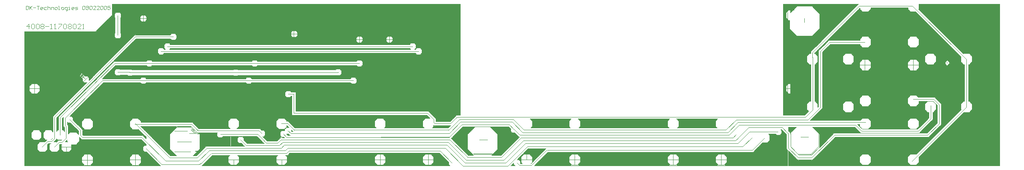
<source format=gtl>
*%FSLAX23Y23*%
*%MOIN*%
G01*
D12*
X6504Y8058D02*
X6805Y8359D01*
X6667Y8568D02*
X6529Y8430D01*
X12629Y8406D02*
X12854Y8630D01*
X12671Y7525D02*
X12560Y7414D01*
X10037Y7524D02*
X9908Y7395D01*
X6420Y7989D02*
X6200Y7769D01*
X6265D02*
X6420Y7924D01*
Y7967D02*
X6223Y7769D01*
X6273D02*
X6420Y7917D01*
X6488Y7897D02*
X6361Y7769D01*
X9519Y7510D02*
X9627Y7402D01*
X7132Y7412D02*
X6948Y7597D01*
X6466Y7311D02*
X6439D01*
Y7403D02*
X6466D01*
X6208Y7423D02*
X6166D01*
X6108D02*
X6066D01*
X6266D02*
X6308D01*
X6466Y7307D02*
X5938D01*
X12502Y7357D02*
X12512D01*
X12502D02*
X12489D01*
X12480D01*
X12448D02*
X12445D01*
X12448D02*
X12480D01*
X12448D02*
X12390D01*
X12377D01*
X12368D01*
X12365D01*
X12301Y7307D02*
X14063D01*
X12965Y7405D02*
X12919D01*
Y7313D02*
X12965D01*
X13365Y7405D02*
X13368D01*
X13365D02*
X13319D01*
Y7313D02*
X13365D01*
X10567Y7359D02*
X10521D01*
X10475D01*
X11741D02*
X11787D01*
X11741D02*
X11695D01*
X11387D02*
X11341D01*
X12295Y7309D02*
X10185D01*
X12007Y7422D02*
X12017D01*
X12007D02*
X11994D01*
X10298D01*
X12285Y7439D02*
X12294D01*
X10544Y7405D02*
X10498D01*
Y7313D02*
X10544D01*
X11718Y7405D02*
X11764D01*
Y7313D02*
X11718D01*
X11364Y7405D02*
X11318D01*
Y7313D02*
X11364D01*
X9908Y7395D02*
X9828D01*
X9679D02*
X9634D01*
X10121Y7359D02*
X10167D01*
X10121D02*
X10075D01*
X10156Y7326D02*
X10156D01*
X10085D02*
X10069D01*
X10025Y7307D02*
X9989D01*
X10041Y7359D02*
X10054D01*
X10098Y7405D02*
X10144D01*
X9346Y7359D02*
X9300D01*
X9254D01*
X8946D02*
X8900D01*
X8854D01*
X8126D02*
X8080D01*
X8034D01*
X7726D02*
X7680D01*
X7634D01*
X8148Y7415D02*
X9394D01*
X8139Y7396D02*
X8133D01*
X8129D01*
X8116D01*
X8112D01*
X8047D02*
X7712D01*
X7647D02*
X7503D01*
X7419Y7307D02*
X9483D01*
X7419D02*
X7414D01*
X9277Y7405D02*
X9323D01*
Y7313D02*
X9277D01*
X8923Y7405D02*
X8877D01*
Y7313D02*
X8923D01*
X8103D02*
X8057D01*
X7703D02*
X7657D01*
X11295Y7359D02*
X11341D01*
X7071Y7307D02*
X7066D01*
X6955Y7423D02*
X6937D01*
X6885Y7403D02*
X6839D01*
Y7311D02*
X6885D01*
X6485Y7403D02*
X6439D01*
Y7311D02*
X6485D01*
X7340Y7390D02*
X7370D01*
X7205D02*
X7155D01*
X7066Y7307D02*
X5938D01*
X7503Y7396D02*
X7624D01*
Y7307D02*
X7464D01*
X6075D02*
Y7423D01*
Y7507D02*
Y7540D01*
Y7590D02*
Y8430D01*
X6073Y7423D02*
Y7307D01*
Y7507D02*
Y7538D01*
Y7592D02*
Y8430D01*
X6071Y7423D02*
Y7307D01*
Y7507D02*
Y7536D01*
Y7594D02*
Y8430D01*
X6069Y7423D02*
Y7307D01*
Y7507D02*
Y7534D01*
Y7596D02*
Y8430D01*
X6067Y7423D02*
Y7307D01*
Y7507D02*
Y7523D01*
Y7532D01*
Y7598D02*
Y7607D01*
Y8430D01*
X6065Y7423D02*
Y7307D01*
Y7507D02*
Y7523D01*
Y7530D01*
Y7600D02*
Y7607D01*
Y8430D01*
X6063Y7423D02*
Y7307D01*
Y7507D02*
Y7523D01*
Y7607D02*
Y7931D01*
Y7976D02*
Y8430D01*
X6061Y7423D02*
Y7307D01*
Y7507D02*
Y7523D01*
Y7607D02*
Y7929D01*
Y7978D02*
Y8430D01*
X6059Y7423D02*
Y7307D01*
Y7423D02*
Y7430D01*
Y7500D02*
Y7507D01*
Y7523D01*
Y7607D02*
Y7927D01*
Y7980D02*
Y8430D01*
X6057Y7423D02*
Y7307D01*
Y7423D02*
Y7432D01*
Y7498D02*
Y7507D01*
Y7523D01*
Y7607D02*
Y7925D01*
Y7982D02*
Y8430D01*
X6055Y7434D02*
Y7307D01*
Y7496D02*
Y7523D01*
Y7607D02*
Y7923D01*
Y7984D02*
Y8430D01*
X6053Y7436D02*
Y7307D01*
Y7494D02*
Y7523D01*
Y7607D02*
Y7921D01*
Y7986D02*
Y8430D01*
X6051Y7438D02*
Y7307D01*
Y7492D02*
Y7523D01*
Y7607D02*
Y7911D01*
Y7919D01*
Y7988D02*
Y7996D01*
Y8430D01*
X6049Y7440D02*
Y7307D01*
Y7490D02*
Y7523D01*
Y7607D02*
Y7911D01*
Y7917D01*
Y7990D02*
Y7996D01*
Y8430D01*
X6047Y7442D02*
Y7307D01*
Y7488D02*
Y7523D01*
Y7607D02*
Y7911D01*
Y7996D02*
Y8430D01*
X6045Y7523D02*
Y7307D01*
Y7607D02*
Y7911D01*
Y7996D02*
Y8430D01*
X6043Y7523D02*
Y7307D01*
Y7607D02*
Y7911D01*
Y7996D02*
Y8430D01*
X6041Y7523D02*
Y7307D01*
Y7607D02*
Y7911D01*
Y7996D02*
Y8430D01*
X6039Y7523D02*
Y7307D01*
Y7607D02*
Y7911D01*
Y7996D02*
Y8430D01*
X6037Y7523D02*
Y7307D01*
Y7607D02*
Y7911D01*
Y7996D02*
Y8430D01*
X6035Y7523D02*
Y7307D01*
Y7607D02*
Y7911D01*
Y7996D02*
Y8430D01*
X6033Y7523D02*
Y7307D01*
Y7607D02*
Y7911D01*
Y7996D02*
Y8430D01*
X6031Y7523D02*
Y7307D01*
Y7607D02*
Y7911D01*
Y7996D02*
Y8430D01*
X6029Y7523D02*
Y7307D01*
Y7607D02*
Y7911D01*
Y7996D02*
Y8430D01*
X6027Y7523D02*
Y7307D01*
Y7607D02*
Y7911D01*
Y7996D02*
Y8430D01*
X6025Y7523D02*
Y7307D01*
Y7607D02*
Y7911D01*
Y7996D02*
Y8430D01*
X6023Y7523D02*
Y7307D01*
Y7607D02*
Y7911D01*
Y7996D02*
Y8430D01*
X6021Y7523D02*
Y7307D01*
Y7607D02*
Y7911D01*
Y7996D02*
Y8430D01*
X6019Y7523D02*
Y7307D01*
Y7607D02*
Y7911D01*
Y7996D02*
Y8430D01*
X6017Y7523D02*
Y7307D01*
Y7607D02*
Y7911D01*
Y7996D02*
Y8430D01*
X6015Y7523D02*
Y7307D01*
Y7607D02*
Y7911D01*
Y7996D02*
Y8430D01*
X6013Y7523D02*
Y7307D01*
Y7607D02*
Y7911D01*
Y7996D02*
Y8430D01*
X6011Y7523D02*
Y7307D01*
Y7607D02*
Y7911D01*
Y7996D02*
Y8430D01*
X6009Y7523D02*
Y7307D01*
Y7523D02*
Y7530D01*
Y7600D02*
Y7607D01*
Y7911D01*
Y7996D02*
Y8430D01*
X6007Y7523D02*
Y7307D01*
Y7523D02*
Y7532D01*
Y7598D02*
Y7607D01*
Y7911D01*
Y7996D02*
Y8430D01*
X6005Y7534D02*
Y7307D01*
Y7596D02*
Y7911D01*
Y7996D02*
Y8430D01*
X6003Y7536D02*
Y7307D01*
Y7594D02*
Y7911D01*
Y7996D02*
Y8430D01*
X6001Y7538D02*
Y7307D01*
Y7592D02*
Y7911D01*
Y7996D02*
Y8430D01*
X5999Y7540D02*
Y7307D01*
Y7590D02*
Y7911D01*
Y7996D02*
Y8430D01*
X5997Y7542D02*
Y7307D01*
Y7588D02*
Y7911D01*
Y7996D02*
Y8430D01*
X5995Y7911D02*
Y7307D01*
Y7996D02*
Y8430D01*
X5993Y7911D02*
Y7307D01*
Y7911D02*
Y7919D01*
Y7989D02*
Y7996D01*
Y8430D01*
X5991Y7911D02*
Y7307D01*
Y7911D02*
Y7921D01*
Y7987D02*
Y7996D01*
Y8430D01*
X5989Y7923D02*
Y7307D01*
Y7985D02*
Y8430D01*
X5987Y7925D02*
Y7307D01*
Y7983D02*
Y8430D01*
X5985Y7927D02*
Y7307D01*
Y7981D02*
Y8430D01*
X5983Y7929D02*
Y7307D01*
Y7979D02*
Y8430D01*
X5981Y7931D02*
Y7307D01*
Y7977D02*
Y8430D01*
X5979D02*
Y7307D01*
X5977D02*
Y8430D01*
X5975D02*
Y7307D01*
X5973D02*
Y8430D01*
X5971D02*
Y7307D01*
X5969D02*
Y8430D01*
X5967D02*
Y7307D01*
X5965D02*
Y8430D01*
X5963D02*
Y7307D01*
X5961D02*
Y8430D01*
X5959D02*
Y7307D01*
X5957D02*
Y8430D01*
X5955D02*
Y7307D01*
X5953D02*
Y8430D01*
X5951D02*
Y7307D01*
X5949D02*
Y8430D01*
X5947D02*
Y7307D01*
X5945D02*
Y8430D01*
X5943D02*
Y7307D01*
X5941D02*
Y8430D01*
X5939D02*
Y7307D01*
X6045Y7444D02*
Y7486D01*
X5995Y7544D02*
Y7586D01*
X6064Y7933D02*
Y7975D01*
X5979D02*
Y7933D01*
X5938Y8430D02*
Y7307D01*
X6022Y7911D02*
Y7954D01*
Y7996D01*
X6066Y7507D02*
X6045Y7486D01*
X6058Y7523D02*
X6079Y7544D01*
X6016Y7607D02*
X5995Y7586D01*
X6043Y7911D02*
X6064Y7933D01*
X6000Y7996D02*
X5979Y7975D01*
X6045Y7444D02*
X6066Y7423D01*
X6079Y7586D02*
X6058Y7607D01*
X5995Y7544D02*
X6016Y7523D01*
X6064Y7975D02*
X6043Y7996D01*
X5979Y7933D02*
X6000Y7911D01*
X6439Y7611D02*
X6466D01*
X6369Y7486D02*
X6329D01*
X6318Y7588D02*
X6369D01*
X6223Y7523D02*
X6216D01*
X6223D02*
X6229D01*
X6231D01*
X6247D01*
X6220Y7607D02*
X6216D01*
X6252D02*
X6258D01*
X6207Y7507D02*
X6182D01*
X6118Y7523D02*
X6116D01*
X6118D02*
X6124D01*
X6116Y7607D02*
X6158D01*
X6108Y7507D02*
X6066D01*
X6058Y7523D02*
X6016D01*
Y7607D02*
X6058D01*
X6277Y7507D02*
X6292D01*
X6297D01*
X6394Y7545D02*
X6399D01*
X6412Y7620D02*
X6421D01*
X6270Y7629D02*
X6262D01*
X6204Y7520D02*
X6195D01*
X6155Y7496D02*
X6139D01*
X6155D02*
X6159D01*
X6438Y7529D02*
X6441D01*
Y7561D02*
X6438D01*
X6405Y7529D02*
X6402D01*
X6405D02*
X6414D01*
X6428D01*
X6441D01*
X6466D01*
X6441Y7561D02*
X6428D01*
X6441D02*
X6466D01*
X6211Y7520D02*
X6208D01*
X6211D02*
X6221D01*
X6229D01*
X6234Y7488D02*
X6245D01*
X6245D01*
X6247D01*
X6229Y7520D02*
X6226D01*
X6229D02*
X6234D01*
X6245D01*
X6395Y7529D02*
X6441D01*
X13400Y7580D02*
X13457D01*
X13400D02*
X13389D01*
X13378D01*
X12916D01*
X12906D01*
X12895D01*
X12693D01*
X12680D01*
X12671D01*
X13470Y7548D02*
X13479D01*
X13470D02*
X13457D01*
X12693D01*
X12918Y7613D02*
X13377D01*
X13390Y7581D02*
X13400D01*
X13390D02*
X13377D01*
X12918D01*
X12905D01*
X12895D01*
X12854Y7631D02*
X12501D01*
X12368D02*
X12301D01*
X12308Y7593D02*
X12317D01*
X12919Y7613D02*
X12965D01*
X12919D02*
X12917D01*
X13319D02*
X13365D01*
X12192Y7575D02*
X12189D01*
X12134D01*
X12243Y7611D02*
X12245D01*
X12243D02*
X12237D01*
X12230Y7564D02*
X12203D01*
X12125Y7500D02*
X12086D01*
X11707Y7625D02*
X11375D01*
X11307D02*
X10555D01*
X10486D02*
X10173D01*
X10155D01*
X10060Y7547D02*
X10060D01*
X10059D01*
X10050D01*
X9944Y7634D02*
X9941D01*
X9966D02*
X9970D01*
X9934D02*
X9931D01*
X9944D02*
X9966D01*
X9944D02*
X9934D01*
X9589D01*
X10001Y7586D02*
X10020D01*
X9816Y7633D02*
X9691D01*
X10278Y7451D02*
X10282D01*
X10278D02*
X10133D01*
X6932Y7561D02*
X6923D01*
X6909D01*
X6477D01*
Y7529D02*
X6909D01*
X6477D02*
X6441D01*
Y7561D02*
X6477D01*
X6908Y7638D02*
X6950D01*
X6908D02*
X6906D01*
X6937Y7477D02*
X6950D01*
X6888Y7611D02*
X6885D01*
X6839D01*
X6485D02*
X6439D01*
X7706Y7617D02*
X8053D01*
X7653D02*
X7408D01*
X7390D01*
X7860Y7554D02*
X7863D01*
X7856D02*
X7853D01*
X7856D02*
X7863D01*
X7856D02*
X7597D01*
X7859Y7493D02*
X7872D01*
X7859D02*
X7822D01*
X7819D01*
X7822Y7493D02*
X7793D01*
X7793D01*
X7543Y7585D02*
X7408D01*
X7376D02*
X7373D01*
X7390D02*
X7408D01*
X7390D02*
X7384D01*
X7377D01*
X7376D01*
X7770Y7470D02*
X7770D01*
X7770D02*
X7464D01*
X7451D01*
X7441D01*
X7324Y7638D02*
X6948D01*
X7724Y7552D02*
X7751D01*
X7742Y7498D02*
X7724D01*
X7327Y7634D02*
X7210D01*
X9334Y7624D02*
X9467D01*
X9267D02*
X8934D01*
X8867D02*
X8189D01*
X7624Y7639D02*
X7464D01*
X7596Y7554D02*
X7624D01*
X7596D02*
X7594D01*
X7624Y7470D02*
X7464D01*
Y7617D02*
X7624D01*
X7544Y7585D02*
X7542D01*
X7464D01*
X7556Y7543D02*
X7583D01*
X8085Y7542D02*
X8105D01*
X8071D02*
X8062D01*
X7873Y7554D02*
X7863D01*
X7860D01*
Y7493D02*
X7872D01*
X7904D02*
X7922D01*
X7904D02*
X7872D01*
X7869D01*
X7922D02*
X7934D01*
X7922D02*
X7919D01*
X7960Y7513D02*
X8041D01*
X8189Y7624D02*
X8198D01*
X7909Y7617D02*
X7900D01*
X7887D01*
X7860D01*
X7859D02*
X7856D01*
X8168Y7593D02*
X8175D01*
X8168D02*
X8164D01*
X8150Y7562D02*
X8141D01*
X8130D01*
X7930Y7605D02*
X7912D01*
X7921Y7551D02*
X7930D01*
X8126Y7627D02*
X8141D01*
X8126D02*
X8120D01*
X8121Y7573D02*
X8139D01*
X8106Y7602D02*
X8081D01*
Y7548D02*
X8099D01*
X8081D02*
X8079D01*
X8057Y7613D02*
X8103D01*
X6271Y7423D02*
Y7307D01*
Y7768D02*
Y7775D01*
Y7817D02*
Y8430D01*
X6269Y7423D02*
Y7307D01*
Y7596D02*
Y7629D01*
Y7766D02*
Y7773D01*
Y7815D02*
Y8430D01*
X6267Y7423D02*
Y7307D01*
Y7598D02*
Y7607D01*
Y7629D01*
Y7764D02*
Y7771D01*
Y7813D02*
Y8430D01*
X6265Y7423D02*
Y7307D01*
Y7600D02*
Y7607D01*
Y7629D01*
Y7636D01*
Y7762D02*
Y7769D01*
Y7811D02*
Y8430D01*
X6263Y7423D02*
Y7307D01*
Y7607D02*
Y7629D01*
Y7638D01*
Y7760D02*
Y7767D01*
Y7809D02*
Y8430D01*
X6261Y7423D02*
Y7307D01*
Y7607D02*
Y7629D01*
Y7640D01*
Y7644D02*
Y7651D01*
Y7653D02*
Y7693D01*
Y7704D01*
Y7713D01*
Y7758D02*
Y7765D01*
Y7807D02*
Y8430D01*
X6259Y7423D02*
Y7307D01*
Y7423D02*
Y7430D01*
Y7607D02*
Y7629D01*
Y7642D01*
Y7649D02*
Y7693D01*
Y7706D01*
Y7756D02*
Y7763D01*
Y7805D02*
Y8430D01*
X6257Y7423D02*
Y7307D01*
Y7423D02*
Y7432D01*
Y7607D02*
Y7629D01*
Y7644D01*
Y7647D02*
Y7693D01*
Y7708D01*
Y7754D02*
Y7761D01*
Y7803D02*
Y8430D01*
X6255Y7434D02*
Y7307D01*
Y7607D02*
Y7629D01*
Y7644D01*
Y7693D01*
Y7707D01*
Y7752D02*
Y7759D01*
Y7801D02*
Y8430D01*
X6253Y7436D02*
Y7307D01*
Y7607D02*
Y7629D01*
Y7644D01*
Y7693D01*
Y7705D01*
Y7750D02*
Y7757D01*
Y7799D02*
Y8430D01*
X6251Y7438D02*
Y7307D01*
Y7748D02*
Y7755D01*
Y7797D02*
Y8430D01*
X6249Y7440D02*
Y7307D01*
Y7746D02*
Y7753D01*
Y7795D02*
Y8430D01*
X6247Y7442D02*
Y7307D01*
Y7744D02*
Y7751D01*
Y7793D02*
Y8430D01*
X6245Y7488D02*
Y7307D01*
Y7742D02*
Y7749D01*
Y7791D02*
Y8430D01*
X6243Y7488D02*
Y7307D01*
Y7740D02*
Y7747D01*
Y7789D02*
Y8430D01*
X6241Y7488D02*
Y7307D01*
Y7738D02*
Y7745D01*
Y7787D02*
Y8430D01*
X6239Y7488D02*
Y7307D01*
Y7736D02*
Y7743D01*
Y7785D02*
Y8430D01*
X6237Y7488D02*
Y7307D01*
Y7734D02*
Y7741D01*
Y7783D02*
Y8430D01*
X6235Y7488D02*
Y7307D01*
Y7732D02*
Y7739D01*
Y7781D02*
Y8430D01*
X6233Y7488D02*
Y7307D01*
Y7730D02*
Y7737D01*
Y7779D02*
Y8430D01*
X6231Y7486D02*
Y7307D01*
Y7728D02*
Y7735D01*
Y7777D02*
Y8430D01*
X6229Y7444D02*
Y7307D01*
Y7726D02*
Y7733D01*
Y7775D02*
Y8430D01*
X6227Y7442D02*
Y7307D01*
Y7773D02*
Y8430D01*
X6225Y7440D02*
Y7307D01*
Y7771D02*
Y8430D01*
X6223Y7438D02*
Y7307D01*
Y7720D02*
Y7726D01*
Y7769D02*
Y8430D01*
X6221Y7436D02*
Y7307D01*
Y7718D02*
Y7725D01*
Y7767D02*
Y8430D01*
X6219Y7434D02*
Y7307D01*
Y7607D02*
Y7705D01*
Y7716D01*
Y7723D01*
Y7765D02*
Y8430D01*
X6217Y7423D02*
Y7307D01*
Y7423D02*
Y7432D01*
Y7607D02*
Y7707D01*
Y7714D01*
Y7721D01*
Y7763D02*
Y8430D01*
X6215Y7423D02*
Y7307D01*
Y7423D02*
Y7430D01*
Y7607D02*
Y7709D01*
Y7712D02*
Y7719D01*
Y7761D02*
Y8430D01*
X6213Y7423D02*
Y7307D01*
Y7513D02*
Y7520D01*
Y7607D02*
Y7717D01*
Y7759D02*
Y8430D01*
X6211Y7423D02*
Y7307D01*
Y7511D02*
Y7520D01*
Y7607D02*
Y7715D01*
Y7757D02*
Y8430D01*
X6209Y7423D02*
Y7307D01*
Y7509D02*
Y7520D01*
Y7523D02*
Y7530D01*
Y7600D02*
Y7607D01*
Y7713D01*
Y7755D02*
Y8430D01*
X6207Y7423D02*
Y7307D01*
Y7507D02*
Y7520D01*
Y7523D02*
Y7532D01*
Y7598D02*
Y7607D01*
Y7711D01*
Y7753D02*
Y8430D01*
X6205Y7423D02*
Y7307D01*
Y7507D02*
Y7520D01*
Y7530D01*
Y7596D02*
Y7709D01*
Y7751D02*
Y8430D01*
X6203Y7423D02*
Y7307D01*
Y7507D02*
Y7520D01*
Y7528D01*
Y7749D02*
Y8430D01*
X6201Y7423D02*
Y7307D01*
Y7507D02*
Y7520D01*
Y7747D02*
Y8430D01*
X6199Y7423D02*
Y7307D01*
Y7507D02*
Y7520D01*
Y7745D02*
Y8430D01*
X6197Y7423D02*
Y7307D01*
Y7507D02*
Y7520D01*
Y7743D02*
Y8430D01*
X6195Y7423D02*
Y7307D01*
Y7507D02*
Y7520D01*
Y7741D02*
Y8430D01*
X6193Y7423D02*
Y7307D01*
Y7507D02*
Y7518D01*
Y7739D02*
Y8430D01*
X6191Y7423D02*
Y7307D01*
Y7507D02*
Y7516D01*
Y7737D02*
Y8430D01*
X6189Y7423D02*
Y7307D01*
Y7507D02*
Y7514D01*
Y7735D02*
Y8430D01*
X6187Y7423D02*
Y7307D01*
Y7733D02*
Y8430D01*
X6185Y7423D02*
Y7307D01*
Y7731D02*
Y8430D01*
X6183Y7423D02*
Y7307D01*
Y7729D02*
Y8430D01*
X6181Y7423D02*
Y7307D01*
Y7729D02*
Y8430D01*
X6179Y7423D02*
Y7307D01*
Y7729D02*
Y8430D01*
X6177Y7423D02*
Y7307D01*
Y7729D02*
Y8430D01*
X6175Y7423D02*
Y7307D01*
Y7721D02*
Y7729D01*
Y8430D01*
X6173Y7423D02*
Y7307D01*
Y7592D02*
Y7709D01*
Y7719D01*
Y7729D01*
Y8430D01*
X6171Y7423D02*
Y7307D01*
Y7594D02*
Y7711D01*
Y7717D01*
Y7729D01*
Y8430D01*
X6169Y7423D02*
Y7307D01*
Y7596D02*
Y7713D01*
Y7715D02*
Y7729D01*
Y8430D01*
X6167Y7423D02*
Y7307D01*
Y7598D02*
Y7607D01*
Y7729D01*
Y8430D01*
X6165Y7423D02*
Y7307D01*
Y7600D02*
Y7607D01*
Y7729D01*
Y8430D01*
X6163Y7423D02*
Y7307D01*
Y7607D02*
Y8430D01*
X6161Y7423D02*
Y7307D01*
Y7607D02*
Y8430D01*
X6159Y7423D02*
Y7307D01*
Y7423D02*
Y7430D01*
Y7607D02*
Y8430D01*
X6157Y7423D02*
Y7307D01*
Y7423D02*
Y7432D01*
Y7607D02*
Y8430D01*
X6155Y7434D02*
Y7307D01*
Y7607D02*
Y8430D01*
X6153Y7436D02*
Y7307D01*
Y7607D02*
Y8430D01*
X6151Y7438D02*
Y7307D01*
Y7607D02*
Y8430D01*
X6149Y7440D02*
Y7307D01*
Y7490D02*
Y7496D01*
Y7607D02*
Y8430D01*
X6147Y7442D02*
Y7307D01*
Y7488D02*
Y7496D01*
Y7607D02*
Y8430D01*
X6145Y7496D02*
Y7307D01*
Y7607D02*
Y8430D01*
X6143Y7496D02*
Y7307D01*
Y7607D02*
Y8430D01*
X6141Y7496D02*
Y7307D01*
Y7607D02*
Y8430D01*
X6139Y7496D02*
Y7307D01*
Y7607D02*
Y8430D01*
X6137Y7494D02*
Y7307D01*
Y7607D02*
Y8430D01*
X6135Y7492D02*
Y7307D01*
Y7607D02*
Y8430D01*
X6133Y7490D02*
Y7307D01*
Y7607D02*
Y8430D01*
X6131Y7488D02*
Y7307D01*
Y7607D02*
Y8430D01*
X6129Y7444D02*
Y7307D01*
Y7607D02*
Y8430D01*
X6127Y7442D02*
Y7307D01*
Y7607D02*
Y8430D01*
X6125Y7440D02*
Y7307D01*
Y7607D02*
Y8430D01*
X6123Y7438D02*
Y7307D01*
Y7607D02*
Y8430D01*
X6121Y7436D02*
Y7307D01*
Y7607D02*
Y8430D01*
X6119Y7434D02*
Y7307D01*
Y7607D02*
Y8430D01*
X6117Y7423D02*
Y7307D01*
Y7423D02*
Y7432D01*
Y7516D02*
Y7523D01*
Y7607D02*
Y8430D01*
X6115Y7423D02*
Y7307D01*
Y7423D02*
Y7430D01*
Y7514D02*
Y7523D01*
Y7607D02*
Y8430D01*
X6113Y7423D02*
Y7307D01*
Y7512D02*
Y7523D01*
Y7607D02*
Y8430D01*
X6111Y7423D02*
Y7307D01*
Y7510D02*
Y7523D01*
Y7607D02*
Y8430D01*
X6109Y7423D02*
Y7307D01*
Y7508D02*
Y7523D01*
Y7600D02*
Y7607D01*
Y8430D01*
X6107Y7423D02*
Y7307D01*
Y7507D02*
Y7523D01*
Y7532D01*
Y7598D02*
Y7607D01*
Y8430D01*
X6105Y7423D02*
Y7307D01*
Y7507D02*
Y7534D01*
Y7596D02*
Y8430D01*
X6103Y7423D02*
Y7307D01*
Y7507D02*
Y7536D01*
Y7594D02*
Y8430D01*
X6101Y7423D02*
Y7307D01*
Y7507D02*
Y7538D01*
Y7592D02*
Y8430D01*
X6099Y7423D02*
Y7307D01*
Y7507D02*
Y7540D01*
Y7590D02*
Y8430D01*
X6097Y7423D02*
Y7307D01*
Y7507D02*
Y7542D01*
Y7588D02*
Y8430D01*
X6095Y7423D02*
Y7307D01*
Y7507D02*
Y8430D01*
X6093Y7423D02*
Y7307D01*
Y7507D02*
Y8430D01*
X6091Y7423D02*
Y7307D01*
Y7507D02*
Y8430D01*
X6089Y7423D02*
Y7307D01*
Y7507D02*
Y8430D01*
X6087Y7423D02*
Y7307D01*
Y7507D02*
Y8430D01*
X6085Y7423D02*
Y7307D01*
Y7507D02*
Y8430D01*
X6083Y7423D02*
Y7307D01*
Y7507D02*
Y8430D01*
X6081Y7423D02*
Y7307D01*
Y7507D02*
Y8430D01*
X6079Y7423D02*
Y7307D01*
Y7507D02*
Y7544D01*
Y7586D02*
Y8430D01*
X6077Y7423D02*
Y7307D01*
Y7507D02*
Y7542D01*
Y7588D02*
Y8430D01*
X6229Y7484D02*
Y7444D01*
X6145D02*
Y7486D01*
X6095Y7544D02*
Y7586D01*
X6129Y7486D02*
Y7444D01*
Y7486D02*
Y7486D01*
X6079Y7544D02*
Y7586D01*
X6245Y7486D02*
Y7444D01*
Y7486D02*
Y7488D01*
Y7488D01*
X6262Y7641D02*
Y7644D01*
Y7693D02*
Y7703D01*
Y7714D01*
X6270Y7629D02*
Y7595D01*
Y7629D02*
Y7631D01*
X6262Y7629D02*
Y7626D01*
Y7629D02*
Y7639D01*
Y7644D01*
Y7652D01*
Y7653D01*
Y7693D01*
X6174Y7708D02*
Y7591D01*
Y7708D02*
Y7721D01*
Y7729D01*
X6204Y7529D02*
Y7520D01*
Y7529D02*
Y7535D01*
Y7595D02*
Y7708D01*
X6220Y7704D02*
Y7607D01*
Y7704D02*
Y7717D01*
Y7724D01*
X6252Y7629D02*
Y7607D01*
Y7629D02*
Y7644D01*
Y7693D01*
Y7704D01*
X6118Y7523D02*
Y7518D01*
Y7523D02*
Y7526D01*
X6211Y7520D02*
Y7511D01*
Y7520D02*
Y7523D01*
X6229D02*
Y7520D01*
X6207Y7769D02*
Y7776D01*
X6209Y7778D02*
Y7769D01*
X6211D02*
Y7780D01*
X6213Y7782D02*
Y7769D01*
X6215D02*
Y7784D01*
X6217Y7786D02*
Y7769D01*
X6219D02*
Y7788D01*
X6221Y7790D02*
Y7769D01*
X6223Y7769D02*
Y7792D01*
X6225Y7794D02*
Y7771D01*
X6227Y7773D02*
Y7796D01*
X6229Y7798D02*
Y7775D01*
X6231Y7777D02*
Y7800D01*
X6233Y7802D02*
Y7779D01*
X6235Y7781D02*
Y7804D01*
X6237Y7806D02*
Y7783D01*
X6239Y7785D02*
Y7808D01*
X6241Y7810D02*
Y7787D01*
X6243Y7789D02*
Y7812D01*
X6245Y7814D02*
Y7791D01*
X6247Y7793D02*
Y7816D01*
X6249Y7818D02*
Y7795D01*
X6251Y7797D02*
Y7820D01*
X6253Y7822D02*
Y7799D01*
X6255Y7801D02*
Y7824D01*
X6257Y7826D02*
Y7803D01*
X6259Y7805D02*
Y7828D01*
X6261Y7830D02*
Y7807D01*
X6263Y7809D02*
Y7832D01*
X6265Y7834D02*
Y7811D01*
X6267Y7813D02*
Y7836D01*
X6269Y7838D02*
Y7815D01*
X6271Y7817D02*
Y7840D01*
X6216Y7607D02*
X6204Y7595D01*
X6229Y7444D02*
X6208Y7423D01*
X6145Y7486D02*
X6155Y7496D01*
X6095Y7586D02*
X6116Y7607D01*
X6129Y7444D02*
X6108Y7423D01*
X6245Y7486D02*
X6246Y7487D01*
X6168Y7714D02*
X6174Y7721D01*
X6176Y7722D01*
X6179Y7725D01*
X6180Y7726D01*
X6183Y7729D01*
X6204Y7751D01*
X6220Y7767D01*
X6252Y7799D01*
X6262Y7809D01*
X6287Y7833D01*
X6218Y7722D02*
X6204Y7708D01*
X6218Y7722D02*
X6220Y7724D01*
X6221Y7725D01*
X6222Y7726D01*
X6225Y7729D01*
X6252Y7756D01*
X6262Y7766D01*
X6287Y7791D01*
X6220Y7717D02*
X6214Y7710D01*
X6220Y7717D02*
X6226Y7722D01*
X6229Y7725D01*
X6230Y7726D01*
X6233Y7729D01*
X6252Y7749D01*
X6262Y7759D01*
X6287Y7784D01*
X6257Y7708D02*
X6252Y7704D01*
X6257Y7708D02*
X6262Y7714D01*
Y7652D02*
X6256Y7645D01*
X6174Y7542D02*
X6159Y7526D01*
X6182Y7507D02*
X6195Y7520D01*
X6195Y7520D01*
X6198Y7523D01*
X6201Y7526D01*
X6204Y7529D01*
X6207Y7532D01*
X6118Y7518D02*
X6108Y7507D01*
X6118Y7518D02*
X6124Y7523D01*
X6129Y7486D02*
X6129Y7486D01*
X6129Y7486D02*
X6139Y7496D01*
X6204Y7504D02*
X6207Y7507D01*
X6211Y7511D01*
X6221Y7520D01*
X6223Y7523D01*
X6229Y7484D02*
X6229Y7484D01*
X6229Y7484D02*
X6234Y7488D01*
X6245Y7520D02*
X6247Y7523D01*
X6248Y7523D01*
X6270Y7595D02*
X6258Y7607D01*
X6211Y7528D02*
X6216Y7523D01*
X6211Y7528D02*
X6207Y7532D01*
X6204Y7535D01*
X6145Y7444D02*
X6166Y7423D01*
X6174Y7591D02*
X6158Y7607D01*
X6113Y7526D02*
X6116Y7523D01*
X6113Y7526D02*
X6095Y7544D01*
X6129Y7486D02*
X6129Y7486D01*
X6245Y7444D02*
X6266Y7423D01*
X6174Y7708D02*
X6168Y7714D01*
X6214Y7710D02*
X6220Y7704D01*
X6257Y7708D02*
X6262Y7703D01*
Y7639D02*
X6270Y7631D01*
X6262Y7639D02*
X6257Y7644D01*
X6256Y7645D01*
X6231Y7523D02*
X6234Y7520D01*
X6245Y7488D02*
X6246Y7487D01*
X6245Y7488D02*
X6245Y7488D01*
X12258Y7732D02*
X12371D01*
X6466Y7703D02*
X6439D01*
X6318Y7668D02*
X6300D01*
X6314Y7722D02*
X6327D01*
X6302Y7653D02*
X6294D01*
X6183Y7729D02*
X6174D01*
X6222Y7726D02*
X6230D01*
X12317Y7732D02*
X12439D01*
X12896Y7687D02*
X12901D01*
X12896D02*
X12481D01*
X12877Y7655D02*
X12896D01*
X12877D02*
X12876D01*
X12584Y7780D02*
X12574D01*
X13496Y7686D02*
X13505D01*
X13564Y7835D02*
X13574D01*
Y7642D02*
X13564D01*
X13508Y7756D02*
X13505D01*
X13473D02*
X13462D01*
X13764D02*
X13808D01*
X12965Y7705D02*
X12919D01*
X13319D02*
X13365D01*
Y7806D02*
X13319D01*
X12965D02*
X12919D01*
X12823Y7756D02*
X12777D01*
X11713Y7700D02*
X11369D01*
X11313D02*
X10549D01*
X10492D02*
X10149D01*
X6950Y7796D02*
X6638D01*
X6627D01*
X6624D01*
X6908Y7670D02*
X6950D01*
X6638Y7796D02*
X6616D01*
X6612D01*
X6485Y7703D02*
X6439D01*
X7337Y7670D02*
X7346D01*
X7337D02*
X7324D01*
X6954D01*
X9482Y7645D02*
X9488D01*
X9482D02*
X9365D01*
X9363D01*
X9349D01*
X9346D01*
X6839Y7769D02*
X6361D01*
X6273D02*
X6265D01*
X6223D02*
X6200D01*
X6946Y7773D02*
X7374D01*
X6946Y7699D02*
X6889D01*
X6835D02*
X6835D01*
X6832D01*
X6839Y7703D02*
X6885D01*
X9346Y7645D02*
X9349D01*
X9254D02*
X9001D01*
X9528Y7732D02*
X9569D01*
X9482Y7677D02*
X9365D01*
X9311Y7764D02*
X9302D01*
X9289D01*
X9001D01*
Y7732D02*
X9289D01*
X9356Y7710D02*
X9365D01*
X9316Y7705D02*
X9277D01*
X8198Y7680D02*
X8143D01*
X8133D01*
X8126D01*
X8126D01*
X8034D02*
X7856D01*
X8946Y7667D02*
X9017D01*
X8854D02*
X8146D01*
X8034D02*
X7726D01*
X7634D02*
X7456D01*
X8137Y7676D02*
X8143D01*
X8197Y7764D02*
X9017D01*
Y7732D02*
X8197D01*
X8165D01*
X7703Y7705D02*
X7657D01*
X8057D02*
X8103D01*
X8877D02*
X8923D01*
X6467Y8052D02*
Y8058D01*
Y8430D01*
X6465Y7611D02*
Y7561D01*
Y7703D02*
Y7874D01*
Y8058D02*
Y8430D01*
X6463Y7611D02*
Y7561D01*
Y7703D02*
Y7872D01*
Y8058D02*
Y8430D01*
X6461Y7611D02*
Y7561D01*
Y7703D02*
Y7870D01*
Y8058D02*
Y8430D01*
X6459Y7611D02*
Y7561D01*
Y7703D02*
Y7868D01*
Y8058D02*
Y8430D01*
X6457Y7611D02*
Y7561D01*
Y7703D02*
Y7866D01*
Y8058D02*
Y8430D01*
X6455Y7611D02*
Y7561D01*
Y7703D02*
Y7864D01*
Y8058D02*
Y8430D01*
X6453Y7611D02*
Y7561D01*
Y7703D02*
Y7862D01*
Y8058D02*
Y8430D01*
X6451Y7611D02*
Y7561D01*
Y7703D02*
Y7860D01*
Y8058D02*
Y8430D01*
X6449Y7611D02*
Y7561D01*
Y7703D02*
Y7858D01*
Y8058D02*
Y8430D01*
X6447Y7611D02*
Y7561D01*
Y7703D02*
Y7856D01*
Y8058D02*
Y8430D01*
X6445Y7611D02*
Y7561D01*
Y7703D02*
Y7854D01*
Y8058D02*
Y8430D01*
X6443Y7611D02*
Y7561D01*
Y7703D02*
Y7852D01*
Y8058D02*
Y8430D01*
X6441Y7611D02*
Y7561D01*
Y7703D02*
Y7850D01*
Y8060D02*
Y8430D01*
X6439Y7611D02*
Y7561D01*
Y7703D02*
Y7848D01*
Y8062D02*
Y8430D01*
X6437Y7611D02*
Y7561D01*
Y7703D02*
Y7846D01*
Y8064D02*
Y8430D01*
X6435Y7529D02*
Y7403D01*
Y7561D02*
Y7611D01*
Y7703D02*
Y7844D01*
Y7981D02*
Y8004D01*
Y8066D02*
Y8430D01*
X6433Y7318D02*
Y7311D01*
Y7397D02*
Y7403D01*
Y7529D01*
Y7561D02*
Y7611D01*
Y7618D01*
Y7697D02*
Y7703D01*
Y7842D01*
Y7979D02*
Y8004D01*
Y8068D02*
Y8430D01*
X6431Y7320D02*
Y7311D01*
Y7395D02*
Y7403D01*
Y7529D01*
Y7561D02*
Y7611D01*
Y7620D01*
Y7695D02*
Y7703D01*
Y7840D01*
Y7977D02*
Y8004D01*
Y8070D02*
Y8430D01*
X6429Y7322D02*
Y7307D01*
Y7393D02*
Y7529D01*
Y7561D02*
Y7620D01*
Y7693D02*
Y7838D01*
Y7975D02*
Y8004D01*
Y8072D02*
Y8430D01*
X6427Y7324D02*
Y7307D01*
Y7391D02*
Y7528D01*
Y7561D02*
Y7603D01*
Y7605D02*
Y7620D01*
Y7691D02*
Y7836D01*
Y7973D02*
Y8004D01*
Y8011D01*
Y8074D02*
Y8430D01*
X6425Y7326D02*
Y7307D01*
Y7389D02*
Y7526D01*
Y7563D02*
Y7601D01*
Y7607D02*
Y7620D01*
Y7689D02*
Y7834D01*
Y7971D02*
Y8004D01*
Y8013D01*
Y8076D02*
Y8430D01*
X6423Y7328D02*
Y7307D01*
Y7387D02*
Y7524D01*
Y7565D02*
Y7599D01*
Y7609D01*
Y7620D01*
Y7628D01*
Y7687D02*
Y7832D01*
Y7969D02*
Y8015D01*
Y8078D02*
Y8430D01*
X6421Y7330D02*
Y7307D01*
Y7385D02*
Y7522D01*
Y7529D01*
Y7611D02*
Y7620D01*
Y7630D01*
Y7685D02*
Y7830D01*
Y7967D02*
Y8017D01*
Y8080D02*
Y8430D01*
X6419Y7332D02*
Y7307D01*
Y7383D02*
Y7524D01*
Y7613D02*
Y7620D01*
Y7632D01*
Y7683D02*
Y7828D01*
Y7965D02*
Y8037D01*
Y8082D02*
Y8430D01*
X6417Y7334D02*
Y7307D01*
Y7381D02*
Y7526D01*
Y7620D02*
Y7634D01*
Y7681D02*
Y7826D01*
Y7963D02*
Y8039D01*
Y8084D02*
Y8430D01*
X6415Y7528D02*
Y7307D01*
Y7620D02*
Y7824D01*
Y7961D02*
Y8041D01*
Y8084D02*
Y8430D01*
X6413Y7529D02*
Y7307D01*
Y7620D02*
Y7822D01*
Y7959D02*
Y8043D01*
Y8082D02*
Y8430D01*
X6411Y7529D02*
Y7307D01*
Y7621D02*
Y7820D01*
Y7957D02*
Y8045D01*
Y8080D02*
Y8430D01*
X6409Y7529D02*
Y7307D01*
Y7623D02*
Y7818D01*
Y7955D02*
Y8047D01*
Y8078D02*
Y8430D01*
X6407Y7529D02*
Y7307D01*
Y7529D02*
Y7536D01*
Y7625D02*
Y7816D01*
Y7953D02*
Y8049D01*
Y8076D02*
Y8430D01*
X6405Y7529D02*
Y7307D01*
Y7529D02*
Y7538D01*
Y7627D02*
Y7814D01*
Y7951D02*
Y8051D01*
Y8074D02*
Y8430D01*
X6403Y7529D02*
Y7307D01*
Y7529D02*
Y7540D01*
Y7629D02*
Y7812D01*
Y7949D02*
Y8053D01*
Y8072D02*
Y8430D01*
X6401Y7529D02*
Y7307D01*
Y7529D02*
Y7542D01*
Y7631D02*
Y7810D01*
Y7947D02*
Y8055D01*
Y8070D02*
Y8430D01*
X6399Y7529D02*
Y7307D01*
Y7529D02*
Y7544D01*
Y7633D02*
Y7808D01*
Y7945D02*
Y8057D01*
Y8068D01*
Y8430D01*
X6397Y7529D02*
Y7307D01*
Y7529D02*
Y7545D01*
Y7635D02*
Y7806D01*
Y7943D02*
Y8059D01*
Y8066D01*
Y8430D01*
X6395Y7529D02*
Y7307D01*
Y7529D02*
Y7545D01*
Y7637D02*
Y7804D01*
Y7941D02*
Y8061D01*
Y8064D02*
Y8430D01*
X6393Y7511D02*
Y7307D01*
Y7639D02*
Y7802D01*
Y7939D02*
Y8430D01*
X6391Y7509D02*
Y7307D01*
Y7641D02*
Y7800D01*
Y7937D02*
Y8430D01*
X6389Y7507D02*
Y7307D01*
Y7568D02*
Y7598D01*
Y7643D02*
Y7798D01*
Y7935D02*
Y8430D01*
X6387Y7505D02*
Y7307D01*
Y7570D02*
Y7600D01*
Y7645D02*
Y7796D01*
Y7933D02*
Y8430D01*
X6385Y7503D02*
Y7307D01*
Y7572D02*
Y7602D01*
Y7647D02*
Y7794D01*
Y7931D02*
Y8430D01*
X6383Y7501D02*
Y7307D01*
Y7574D02*
Y7604D01*
Y7649D02*
Y7792D01*
Y7929D02*
Y8430D01*
X6381Y7499D02*
Y7307D01*
Y7576D02*
Y7606D01*
Y7651D02*
Y7790D01*
Y7927D02*
Y8430D01*
X6379Y7497D02*
Y7307D01*
Y7578D02*
Y7608D01*
Y7653D02*
Y7788D01*
Y7925D02*
Y8430D01*
X6377Y7486D02*
Y7307D01*
Y7486D02*
Y7495D01*
Y7580D02*
Y7588D01*
Y7610D01*
Y7655D02*
Y7786D01*
Y7923D02*
Y8430D01*
X6375Y7486D02*
Y7307D01*
Y7486D02*
Y7493D01*
Y7582D02*
Y7588D01*
Y7612D01*
Y7657D02*
Y7784D01*
Y7921D02*
Y8430D01*
X6373Y7486D02*
Y7307D01*
Y7588D02*
Y7614D01*
Y7659D02*
Y7782D01*
Y7919D02*
Y8430D01*
X6371Y7486D02*
Y7307D01*
Y7588D02*
Y7616D01*
Y7661D02*
Y7780D01*
Y7917D02*
Y8430D01*
X6369Y7486D02*
Y7307D01*
Y7588D02*
Y7618D01*
Y7663D02*
Y7778D01*
Y7915D02*
Y8430D01*
X6367Y7486D02*
Y7307D01*
Y7588D02*
Y7620D01*
Y7665D02*
Y7776D01*
Y7913D02*
Y8430D01*
X6365Y7486D02*
Y7307D01*
Y7588D02*
Y7622D01*
Y7667D02*
Y7774D01*
Y7911D02*
Y8430D01*
X6363Y7486D02*
Y7307D01*
Y7588D02*
Y7624D01*
Y7669D02*
Y7772D01*
Y7909D02*
Y8430D01*
X6361Y7486D02*
Y7307D01*
Y7588D02*
Y7626D01*
Y7671D02*
Y7770D01*
Y7907D02*
Y8430D01*
X6359Y7486D02*
Y7307D01*
Y7588D02*
Y7628D01*
Y7673D02*
Y7768D01*
Y7905D02*
Y8430D01*
X6357Y7486D02*
Y7307D01*
Y7588D02*
Y7630D01*
Y7675D02*
Y7766D01*
Y7903D02*
Y8430D01*
X6355Y7486D02*
Y7307D01*
Y7588D02*
Y7632D01*
Y7677D02*
Y7764D01*
Y7901D02*
Y8430D01*
X6353Y7486D02*
Y7307D01*
Y7588D02*
Y7634D01*
Y7679D02*
Y7762D01*
Y7899D02*
Y8430D01*
X6351Y7486D02*
Y7307D01*
Y7588D02*
Y7636D01*
Y7681D02*
Y7760D01*
Y7897D02*
Y8430D01*
X6349Y7486D02*
Y7307D01*
Y7588D02*
Y7638D01*
Y7683D02*
Y7758D01*
Y7895D02*
Y8430D01*
X6347Y7486D02*
Y7307D01*
Y7588D02*
Y7640D01*
Y7685D02*
Y7756D01*
Y7893D02*
Y8430D01*
X6345Y7486D02*
Y7307D01*
Y7588D02*
Y7642D01*
Y7687D02*
Y7754D01*
Y7891D02*
Y8430D01*
X6343Y7486D02*
Y7307D01*
Y7588D02*
Y7644D01*
Y7689D02*
Y7752D01*
Y7889D02*
Y8430D01*
X6341Y7486D02*
Y7307D01*
Y7588D02*
Y7646D01*
Y7691D02*
Y7750D01*
Y7887D02*
Y8430D01*
X6339Y7486D02*
Y7307D01*
Y7588D02*
Y7648D01*
Y7711D02*
Y7748D01*
Y7885D02*
Y8430D01*
X6337Y7486D02*
Y7307D01*
Y7588D02*
Y7650D01*
Y7713D02*
Y7722D01*
Y7746D01*
Y7883D02*
Y8430D01*
X6335Y7486D02*
Y7307D01*
Y7588D02*
Y7652D01*
Y7715D02*
Y7722D01*
Y7744D01*
Y7881D02*
Y8430D01*
X6333Y7486D02*
Y7307D01*
Y7588D02*
Y7654D01*
Y7722D02*
Y7742D01*
Y7879D02*
Y8430D01*
X6331Y7486D02*
Y7307D01*
Y7588D02*
Y7656D01*
Y7722D02*
Y7740D01*
Y7877D02*
Y8430D01*
X6329Y7444D02*
Y7307D01*
Y7588D02*
Y7658D01*
Y7722D02*
Y7738D01*
Y7875D02*
Y8430D01*
X6327Y7442D02*
Y7307D01*
Y7588D02*
Y7660D01*
Y7722D02*
Y7736D01*
Y7873D02*
Y8430D01*
X6325Y7440D02*
Y7307D01*
Y7588D02*
Y7662D01*
Y7722D02*
Y7734D01*
Y7871D02*
Y8430D01*
X6323Y7438D02*
Y7307D01*
Y7588D02*
Y7664D01*
Y7722D02*
Y7732D01*
Y7869D02*
Y8430D01*
X6321Y7436D02*
Y7307D01*
Y7588D02*
Y7666D01*
Y7722D02*
Y7730D01*
Y7867D02*
Y8430D01*
X6319Y7434D02*
Y7307D01*
Y7588D02*
Y7668D01*
Y7865D02*
Y8430D01*
X6317Y7423D02*
Y7307D01*
Y7423D02*
Y7432D01*
Y7588D02*
Y7668D01*
Y7863D02*
Y8430D01*
X6315Y7423D02*
Y7307D01*
Y7423D02*
Y7430D01*
Y7588D02*
Y7668D01*
Y7861D02*
Y8430D01*
X6313Y7423D02*
Y7307D01*
Y7588D02*
Y7668D01*
Y7859D02*
Y8430D01*
X6311Y7423D02*
Y7307D01*
Y7582D02*
Y7588D01*
Y7653D01*
Y7668D01*
Y7857D02*
Y8430D01*
X6309Y7423D02*
Y7307D01*
Y7580D02*
Y7588D01*
Y7653D01*
Y7668D01*
Y7855D02*
Y8430D01*
X6307Y7423D02*
Y7307D01*
Y7578D02*
Y7636D01*
Y7639D02*
Y7653D01*
Y7668D01*
Y7853D02*
Y8430D01*
X6305Y7423D02*
Y7307D01*
Y7576D02*
Y7634D01*
Y7641D01*
Y7653D01*
Y7668D01*
Y7851D02*
Y8430D01*
X6303Y7423D02*
Y7307D01*
Y7574D02*
Y7629D01*
Y7632D02*
Y7643D01*
Y7644D02*
Y7653D01*
Y7668D01*
Y7849D02*
Y8430D01*
X6301Y7423D02*
Y7307D01*
Y7645D02*
Y7653D01*
Y7668D01*
Y7847D02*
Y8430D01*
X6299Y7423D02*
Y7307D01*
Y7647D02*
Y7653D01*
Y7668D01*
Y7845D02*
Y8430D01*
X6297Y7423D02*
Y7307D01*
Y7653D02*
Y7668D01*
Y7843D02*
Y8430D01*
X6295Y7423D02*
Y7307D01*
Y7653D02*
Y7668D01*
Y7841D02*
Y8430D01*
X6293Y7423D02*
Y7307D01*
Y7511D02*
Y7523D01*
Y7839D02*
Y8430D01*
X6291Y7423D02*
Y7307D01*
Y7507D02*
Y7522D01*
Y7837D02*
Y8430D01*
X6289Y7423D02*
Y7307D01*
Y7507D02*
Y7520D01*
Y7835D02*
Y8430D01*
X6287Y7423D02*
Y7307D01*
Y7507D02*
Y7518D01*
Y7833D02*
Y8430D01*
X6285Y7423D02*
Y7307D01*
Y7507D02*
Y7516D01*
Y7831D02*
Y8430D01*
X6283Y7423D02*
Y7307D01*
Y7507D02*
Y7514D01*
Y7829D02*
Y8430D01*
X6281Y7423D02*
Y7307D01*
Y7827D02*
Y8430D01*
X6279Y7423D02*
Y7307D01*
Y7825D02*
Y8430D01*
X6277Y7423D02*
Y7307D01*
Y7823D02*
Y8430D01*
X6275Y7423D02*
Y7307D01*
Y7821D02*
Y8430D01*
X6273Y7423D02*
Y7307D01*
Y7819D02*
Y8430D01*
X6416Y7380D02*
Y7334D01*
Y7634D02*
Y7680D01*
X6394Y7545D02*
Y7512D01*
Y7545D02*
Y7549D01*
X6292Y7523D02*
Y7512D01*
X6329Y7486D02*
Y7444D01*
X6420Y8018D02*
Y8036D01*
X6341Y7709D02*
Y7691D01*
X6389Y7568D02*
Y7567D01*
Y7568D02*
Y7597D01*
X6421D02*
Y7567D01*
Y7597D02*
Y7611D01*
Y7620D01*
X6302Y7629D02*
Y7573D01*
Y7629D02*
Y7631D01*
Y7644D01*
Y7644D01*
Y7653D01*
X6294D02*
Y7652D01*
Y7653D02*
Y7668D01*
Y7674D01*
X6405Y7538D02*
Y7529D01*
X6466Y7311D02*
Y7307D01*
Y7403D02*
Y7529D01*
Y7561D02*
Y7611D01*
Y7703D02*
Y7875D01*
Y7963D02*
Y7971D01*
X6441Y7529D02*
Y7529D01*
X6437Y7703D02*
Y7778D01*
Y7611D02*
Y7561D01*
Y7529D02*
Y7403D01*
X6439Y7703D02*
Y7780D01*
Y7611D02*
Y7561D01*
Y7529D02*
Y7403D01*
X6441Y7703D02*
Y7782D01*
Y7611D02*
Y7561D01*
Y7529D02*
Y7403D01*
X6443Y7703D02*
Y7784D01*
Y7611D02*
Y7561D01*
Y7529D02*
Y7403D01*
X6445Y7703D02*
Y7786D01*
Y7611D02*
Y7561D01*
Y7529D02*
Y7403D01*
X6447Y7703D02*
Y7788D01*
Y7611D02*
Y7561D01*
Y7529D02*
Y7403D01*
X6449Y7703D02*
Y7790D01*
Y7611D02*
Y7561D01*
Y7529D02*
Y7403D01*
X6451Y7703D02*
Y7792D01*
Y7611D02*
Y7561D01*
Y7529D02*
Y7403D01*
X6453Y7703D02*
Y7794D01*
Y7611D02*
Y7561D01*
Y7529D02*
Y7403D01*
X6455Y7703D02*
Y7796D01*
Y7611D02*
Y7561D01*
Y7529D02*
Y7403D01*
X6457Y7703D02*
Y7798D01*
Y7611D02*
Y7561D01*
Y7529D02*
Y7403D01*
X6459Y7703D02*
Y7800D01*
Y7611D02*
Y7561D01*
Y7529D02*
Y7403D01*
X6461Y7703D02*
Y7802D01*
Y7611D02*
Y7561D01*
Y7529D02*
Y7403D01*
X6463Y7703D02*
Y7804D01*
Y7611D02*
Y7561D01*
Y7529D02*
Y7403D01*
X6465Y7703D02*
Y7806D01*
Y7611D02*
Y7561D01*
Y7529D02*
Y7403D01*
X6467Y7703D02*
Y7808D01*
Y7611D02*
Y7561D01*
Y7529D02*
Y7403D01*
X6273Y7819D02*
Y7842D01*
Y7777D02*
Y7770D01*
X6275Y7821D02*
Y7844D01*
Y7779D02*
Y7772D01*
X6277Y7823D02*
Y7846D01*
Y7781D02*
Y7774D01*
X6279Y7825D02*
Y7848D01*
Y7783D02*
Y7776D01*
X6281Y7827D02*
Y7850D01*
Y7785D02*
Y7778D01*
X6283Y7829D02*
Y7852D01*
Y7787D02*
Y7780D01*
X6285Y7831D02*
Y7854D01*
Y7789D02*
Y7782D01*
X6287Y7833D02*
Y7856D01*
Y7791D02*
Y7784D01*
X6289Y7835D02*
Y7858D01*
Y7793D02*
Y7786D01*
X6291Y7837D02*
Y7860D01*
Y7795D02*
Y7788D01*
X6293Y7839D02*
Y7862D01*
Y7797D02*
Y7790D01*
X6295Y7841D02*
Y7864D01*
Y7799D02*
Y7792D01*
X6297Y7843D02*
Y7866D01*
Y7801D02*
Y7794D01*
X6299Y7845D02*
Y7868D01*
Y7803D02*
Y7796D01*
X6301Y7847D02*
Y7870D01*
Y7805D02*
Y7798D01*
X6303Y7849D02*
Y7872D01*
Y7807D02*
Y7800D01*
X6305Y7851D02*
Y7874D01*
Y7809D02*
Y7802D01*
X6307Y7853D02*
Y7876D01*
Y7811D02*
Y7804D01*
X6309Y7855D02*
Y7878D01*
Y7813D02*
Y7806D01*
X6311Y7857D02*
Y7880D01*
Y7815D02*
Y7808D01*
X6313Y7859D02*
Y7882D01*
Y7817D02*
Y7810D01*
X6315Y7861D02*
Y7884D01*
Y7819D02*
Y7812D01*
X6317Y7863D02*
Y7886D01*
Y7821D02*
Y7814D01*
X6319Y7865D02*
Y7888D01*
Y7823D02*
Y7816D01*
X6321Y7867D02*
Y7890D01*
Y7825D02*
Y7818D01*
X6323Y7869D02*
Y7892D01*
Y7827D02*
Y7820D01*
X6325Y7871D02*
Y7894D01*
Y7829D02*
Y7822D01*
X6327Y7873D02*
Y7896D01*
Y7831D02*
Y7824D01*
X6329Y7875D02*
Y7898D01*
Y7833D02*
Y7826D01*
X6331Y7877D02*
Y7900D01*
Y7835D02*
Y7828D01*
X6333Y7879D02*
Y7902D01*
Y7837D02*
Y7830D01*
X6335Y7881D02*
Y7904D01*
Y7839D02*
Y7832D01*
X6337Y7883D02*
Y7906D01*
Y7841D02*
Y7834D01*
X6339Y7885D02*
Y7908D01*
Y7843D02*
Y7836D01*
X6341Y7887D02*
Y7910D01*
Y7845D02*
Y7838D01*
X6343Y7889D02*
Y7912D01*
Y7847D02*
Y7840D01*
X6345Y7891D02*
Y7914D01*
Y7849D02*
Y7842D01*
X6347Y7893D02*
Y7916D01*
Y7851D02*
Y7844D01*
X6349Y7895D02*
Y7918D01*
Y7853D02*
Y7846D01*
X6351Y7897D02*
Y7920D01*
Y7855D02*
Y7848D01*
X6353Y7899D02*
Y7922D01*
Y7857D02*
Y7850D01*
X6355Y7901D02*
Y7924D01*
Y7859D02*
Y7852D01*
X6357Y7903D02*
Y7926D01*
Y7861D02*
Y7854D01*
X6359Y7905D02*
Y7928D01*
Y7863D02*
Y7856D01*
X6361Y7907D02*
Y7930D01*
Y7865D02*
Y7858D01*
X6363Y7909D02*
Y7932D01*
Y7867D02*
Y7860D01*
X6365Y7911D02*
Y7934D01*
Y7869D02*
Y7862D01*
X6367Y7913D02*
Y7936D01*
Y7871D02*
Y7864D01*
Y7776D02*
Y7769D01*
X6369Y7915D02*
Y7938D01*
Y7873D02*
Y7866D01*
Y7778D02*
Y7769D01*
X6371Y7917D02*
Y7940D01*
Y7875D02*
Y7868D01*
Y7780D02*
Y7769D01*
X6373Y7919D02*
Y7942D01*
Y7877D02*
Y7870D01*
Y7782D02*
Y7769D01*
X6375Y7921D02*
Y7944D01*
Y7879D02*
Y7872D01*
Y7784D02*
Y7769D01*
X6377Y7923D02*
Y7946D01*
Y7881D02*
Y7874D01*
Y7786D02*
Y7769D01*
X6379Y7925D02*
Y7948D01*
Y7883D02*
Y7876D01*
Y7788D02*
Y7769D01*
X6381Y7927D02*
Y7950D01*
Y7885D02*
Y7878D01*
Y7790D02*
Y7769D01*
X6383Y7929D02*
Y7952D01*
Y7887D02*
Y7880D01*
Y7792D02*
Y7769D01*
X6385Y7931D02*
Y7954D01*
Y7889D02*
Y7882D01*
Y7794D02*
Y7769D01*
X6387Y7933D02*
Y7956D01*
Y7891D02*
Y7884D01*
Y7796D02*
Y7769D01*
X6389Y7935D02*
Y7958D01*
Y7893D02*
Y7886D01*
Y7798D02*
Y7769D01*
X6391Y7937D02*
Y7960D01*
Y7895D02*
Y7888D01*
Y7800D02*
Y7769D01*
X6393Y7939D02*
Y7962D01*
Y7897D02*
Y7890D01*
Y7802D02*
Y7769D01*
X6395Y7941D02*
Y7964D01*
Y7899D02*
Y7892D01*
Y7804D02*
Y7769D01*
X6397Y7943D02*
Y7966D01*
Y7901D02*
Y7894D01*
Y7806D02*
Y7769D01*
X6399Y7945D02*
Y7968D01*
Y7903D02*
Y7896D01*
Y7808D02*
Y7769D01*
X6401Y7947D02*
Y7970D01*
Y7905D02*
Y7898D01*
Y7810D02*
Y7769D01*
X6403Y7949D02*
Y7972D01*
Y7907D02*
Y7900D01*
Y7812D02*
Y7769D01*
X6405Y7951D02*
Y7974D01*
Y7909D02*
Y7902D01*
Y7814D02*
Y7769D01*
X6407Y7953D02*
Y7976D01*
Y7911D02*
Y7904D01*
Y7816D02*
Y7769D01*
X6409Y7955D02*
Y7978D01*
Y7913D02*
Y7906D01*
Y7818D02*
Y7769D01*
X6411Y7957D02*
Y7980D01*
Y7915D02*
Y7908D01*
Y7820D02*
Y7769D01*
X6413Y7959D02*
Y7982D01*
Y7917D02*
Y7910D01*
Y7822D02*
Y7769D01*
X6415Y7961D02*
Y7984D01*
Y7919D02*
Y7912D01*
Y7824D02*
Y7769D01*
X6417Y7963D02*
Y7986D01*
Y7921D02*
Y7914D01*
Y7826D02*
Y7769D01*
X6419Y7965D02*
Y7988D01*
Y7923D02*
Y7916D01*
Y7828D02*
Y7769D01*
X6421Y7967D02*
Y7990D01*
Y7925D02*
Y7918D01*
Y7830D02*
Y7769D01*
X6423Y7969D02*
Y7992D01*
Y7927D02*
Y7920D01*
Y7832D02*
Y7769D01*
X6425Y7971D02*
Y7994D01*
Y7929D02*
Y7922D01*
Y7834D02*
Y7769D01*
X6427Y7973D02*
Y7996D01*
Y7931D02*
Y7924D01*
Y7836D02*
Y7769D01*
X6429Y7975D02*
Y7998D01*
Y7933D02*
Y7926D01*
Y7838D02*
Y7769D01*
X6431Y7977D02*
Y8000D01*
Y7935D02*
Y7928D01*
Y7840D02*
Y7769D01*
X6433Y7979D02*
Y8002D01*
Y7937D02*
Y7930D01*
Y7842D02*
Y7769D01*
X6435Y7981D02*
Y8004D01*
Y7939D02*
Y7932D01*
Y7844D02*
Y7769D01*
X6437Y7983D02*
Y8004D01*
Y7941D02*
Y7934D01*
Y7846D02*
Y7769D01*
X6439Y7985D02*
Y8004D01*
Y7943D02*
Y7936D01*
Y7848D02*
Y7769D01*
X6441Y7987D02*
Y8004D01*
Y7945D02*
Y7938D01*
Y7850D02*
Y7769D01*
X6443Y7989D02*
Y8004D01*
Y7947D02*
Y7940D01*
Y7852D02*
Y7769D01*
X6445Y7991D02*
Y8004D01*
Y7949D02*
Y7942D01*
Y7854D02*
Y7769D01*
X6447Y7993D02*
Y8004D01*
Y7951D02*
Y7944D01*
Y7856D02*
Y7769D01*
X6449Y7995D02*
Y8004D01*
Y7953D02*
Y7946D01*
Y7858D02*
Y7769D01*
X6451Y7997D02*
Y8004D01*
Y7955D02*
Y7948D01*
Y7860D02*
Y7769D01*
X6453Y7950D02*
Y7957D01*
Y7862D02*
Y7769D01*
X6455Y7952D02*
Y7959D01*
Y7864D02*
Y7769D01*
X6457Y7954D02*
Y7961D01*
Y7866D02*
Y7769D01*
X6459Y7956D02*
Y7963D01*
Y7868D02*
Y7769D01*
X6461Y7958D02*
Y7965D01*
Y7870D02*
Y7769D01*
X6463Y7960D02*
Y7967D01*
Y7872D02*
Y7769D01*
X6465Y7962D02*
Y7969D01*
Y7874D02*
Y7769D01*
X6467Y7964D02*
Y7971D01*
Y7876D02*
Y7769D01*
X6394Y7512D02*
X6369Y7486D01*
X6302Y7573D02*
X6318Y7588D01*
X6329Y7444D02*
X6308Y7423D01*
X6287Y7833D02*
X6294Y7841D01*
X6341Y7887D01*
X6420Y7967D01*
X6294Y7798D02*
X6287Y7791D01*
X6294Y7798D02*
X6341Y7845D01*
X6420Y7924D01*
X6466Y7971D01*
X6294Y7791D02*
X6287Y7784D01*
X6294Y7791D02*
X6341Y7838D01*
X6420Y7917D01*
X6466Y7963D01*
X6317Y7725D02*
X6314Y7722D01*
X6317Y7725D02*
X6341Y7749D01*
X6416Y7825D01*
X6466Y7875D01*
X6394Y8062D02*
X6416Y8085D01*
X6428Y7529D02*
X6421Y7522D01*
X6421Y7597D02*
X6428Y7604D01*
X6309Y7637D02*
X6302Y7631D01*
X6279Y7510D02*
X6277Y7507D01*
X6279Y7510D02*
X6290Y7520D01*
X6292Y7523D01*
X6293Y7523D01*
X6293Y7523D01*
X6416Y7680D02*
X6439Y7703D01*
Y7403D02*
X6416Y7380D01*
X6420Y7989D02*
X6435Y8004D01*
X6474Y7978D02*
X6420Y7924D01*
Y7967D02*
X6458Y8004D01*
X6474Y7971D02*
X6420Y7917D01*
X6431Y7620D02*
X6439Y7611D01*
X6431Y7620D02*
X6421Y7629D01*
X6416Y7634D01*
X6369Y7588D02*
X6389Y7568D01*
X6297Y7507D02*
X6292Y7512D01*
X6474Y8045D02*
X6461Y8058D01*
X6420Y8018D02*
X6434Y8004D01*
X6327Y7722D02*
X6341Y7709D01*
X6300Y7668D02*
X6294Y7674D01*
X6443Y8058D02*
X6420Y8081D01*
X6416Y8085D01*
X6398Y8058D02*
X6420Y8036D01*
X6398Y8058D02*
X6394Y8062D01*
X6421Y7567D02*
X6428Y7561D01*
X6414Y7529D02*
X6421Y7522D01*
X6414Y7529D02*
X6405Y7538D01*
X6399Y7545D01*
X6394Y7549D01*
X6428Y7604D02*
X6421Y7611D01*
X6416Y7616D01*
X6412Y7620D01*
X6389Y7643D01*
X6363Y7668D01*
X6341Y7691D01*
X6367Y7620D02*
X6389Y7597D01*
X6367Y7620D02*
X6357Y7629D01*
X6342Y7644D01*
X6341Y7646D01*
X6333Y7653D01*
X6318Y7668D01*
X6302Y7644D02*
X6309Y7637D01*
X6302Y7644D02*
X6302Y7644D01*
X6294Y7652D01*
X6416Y7634D02*
X6439Y7611D01*
X6416Y7334D02*
X6439Y7311D01*
X6447Y7788D02*
X6536Y7877D01*
X12303Y7911D02*
X12346D01*
Y7996D02*
X12303D01*
X12282Y7954D02*
X12325D01*
X12367D01*
X6043Y7911D02*
X6000D01*
Y7996D02*
X6043D01*
X6434Y8004D02*
X6458D01*
X6022Y7954D02*
X5979D01*
X6022D02*
X6064D01*
X13520Y7880D02*
X13529D01*
X13520D02*
X13507D01*
X13388D01*
X13383D01*
X13388Y7848D02*
X13507D01*
X13507Y7848D02*
X13462D01*
X13800D02*
X13808D01*
X13768D02*
X13762D01*
X13365Y7898D02*
X13319D01*
X12965D02*
X12919D01*
X12823Y7848D02*
X12777D01*
X12523D02*
X12521D01*
X12489D02*
X12477D01*
X6839Y8004D02*
X6596D01*
X6458D02*
X6435D01*
X6835D02*
X6881D01*
X6954D02*
X7374D01*
X6954D02*
X6952D01*
X6903D02*
X6900D01*
X6881D01*
X6878D01*
X6914Y7993D02*
X6941D01*
X7372Y8004D02*
X7752D01*
X8650D02*
X8653D01*
X8650D02*
X7832D01*
X7830D01*
X7781D02*
X7778D01*
X7752D01*
X7749D01*
X8160Y7923D02*
X8162D01*
Y7891D02*
X8165D01*
X8162D02*
X8160D01*
X8165Y7923D02*
X8197D01*
X8165D02*
X8162D01*
X7819Y7993D02*
X7792D01*
X8122Y7934D02*
X8149D01*
Y7880D02*
X8122D01*
X8664Y7993D02*
X8691D01*
X6661Y8215D02*
Y8562D01*
X6659Y8560D02*
Y8213D01*
X6657Y8211D02*
Y8558D01*
X6655Y8556D02*
Y8209D01*
X6653Y8207D02*
Y8554D01*
X6651Y8552D02*
Y8205D01*
X6649Y8203D02*
Y8550D01*
X6647Y8548D02*
Y8201D01*
X6645Y8199D02*
Y8546D01*
X6643Y8544D02*
Y8197D01*
X6641Y8195D02*
Y8542D01*
X6639Y8540D02*
Y8193D01*
X6637Y8191D02*
Y8538D01*
X6635Y8536D02*
Y8189D01*
X6633Y8187D02*
Y8534D01*
X6631Y8532D02*
Y8185D01*
X6629Y8183D02*
Y8530D01*
X6627Y8528D02*
Y8181D01*
X6625Y8179D02*
Y8526D01*
X6623Y8524D02*
Y8177D01*
X6621Y8175D02*
Y8522D01*
X6619Y8520D02*
Y8173D01*
X6617Y8171D02*
Y8518D01*
X6615Y8516D02*
Y8169D01*
X6613Y8167D02*
Y8514D01*
X6611Y8512D02*
Y8165D01*
X6609Y8163D02*
Y8510D01*
X6607Y8508D02*
Y8161D01*
X6605Y8159D02*
Y8506D01*
X6603Y8504D02*
Y8157D01*
X6601Y8155D02*
Y8502D01*
X6599Y8500D02*
Y8153D01*
X6597Y8151D02*
Y8498D01*
X6595Y8496D02*
Y8149D01*
X6593Y8147D02*
Y8494D01*
X6591Y8492D02*
Y8145D01*
X6589Y8143D02*
Y8490D01*
X6587Y8488D02*
Y8141D01*
X6585Y8139D02*
Y8486D01*
X6583Y8484D02*
Y8137D01*
X6581Y8135D02*
Y8482D01*
X6579Y8480D02*
Y8133D01*
X6577Y8131D02*
Y8478D01*
X6575Y8476D02*
Y8129D01*
X6573Y8127D02*
Y8474D01*
X6571Y8472D02*
Y8125D01*
X6569Y8123D02*
Y8470D01*
X6567Y8468D02*
Y8121D01*
X6565Y8119D02*
Y8466D01*
X6563Y8464D02*
Y8117D01*
X6561Y8115D02*
Y8462D01*
X6559Y8460D02*
Y8113D01*
X6557Y8111D02*
Y8458D01*
X6555Y8456D02*
Y8109D01*
X6553Y8107D02*
Y8454D01*
X6551Y8452D02*
Y8105D01*
X6549Y8103D02*
Y8450D01*
X6547Y8448D02*
Y8101D01*
X6545Y8099D02*
Y8446D01*
X6543Y8444D02*
Y8097D01*
X6541Y8095D02*
Y8442D01*
X6539Y8430D02*
Y8093D01*
Y8430D02*
Y8440D01*
X6537Y8430D02*
Y8091D01*
Y8430D02*
Y8438D01*
X6535Y8430D02*
Y8089D01*
X6533Y8087D02*
Y8430D01*
X6531D02*
Y8085D01*
X6529Y8083D02*
Y8430D01*
X6527D02*
Y8081D01*
X6525Y8079D02*
Y8430D01*
X6523D02*
Y8077D01*
X6521Y8075D02*
Y8430D01*
X6519D02*
Y8073D01*
X6517Y8071D02*
Y8430D01*
X6515D02*
Y8069D01*
X6513Y8067D02*
Y8430D01*
X6511D02*
Y8065D01*
X6509Y8063D02*
Y8430D01*
X6507D02*
Y8061D01*
X6505Y8059D02*
Y8430D01*
X6503D02*
Y8057D01*
X6501Y8055D02*
Y8430D01*
X6499D02*
Y8053D01*
X6497Y8051D02*
Y8430D01*
X6495D02*
Y8049D01*
X6493Y8047D02*
Y8430D01*
X6491D02*
Y8045D01*
X6489Y8043D02*
Y8430D01*
X6487D02*
Y8041D01*
X6485Y8039D02*
Y8430D01*
X6483D02*
Y8037D01*
X6481Y8035D02*
Y8430D01*
X6479D02*
Y8033D01*
X6477Y8031D02*
Y8430D01*
X6475D02*
Y8029D01*
X6473Y8046D02*
Y8430D01*
X6471D02*
Y8048D01*
X6469Y8050D02*
Y8058D01*
Y8430D01*
X6474Y8045D02*
Y8028D01*
X6477Y7561D02*
Y7561D01*
X6604Y7808D02*
Y7809D01*
X6508Y7680D02*
Y7634D01*
Y7380D02*
Y7334D01*
X6469Y7703D02*
Y7810D01*
Y7611D02*
Y7561D01*
Y7529D02*
Y7403D01*
X6471Y7703D02*
Y7812D01*
Y7611D02*
Y7561D01*
Y7529D02*
Y7403D01*
X6473Y7703D02*
Y7814D01*
Y7611D02*
Y7561D01*
Y7529D02*
Y7403D01*
X6475Y7703D02*
Y7816D01*
Y7611D02*
Y7561D01*
Y7529D02*
Y7403D01*
X6477Y7703D02*
Y7818D01*
Y7611D02*
Y7561D01*
Y7529D02*
Y7403D01*
X6479Y7703D02*
Y7820D01*
Y7611D02*
Y7561D01*
Y7529D02*
Y7403D01*
X6481Y7703D02*
Y7822D01*
Y7611D02*
Y7561D01*
Y7529D02*
Y7403D01*
X6483Y7703D02*
Y7824D01*
Y7611D02*
Y7561D01*
Y7529D02*
Y7403D01*
X6485Y7703D02*
Y7826D01*
Y7611D02*
Y7561D01*
Y7529D02*
Y7403D01*
X6487Y7703D02*
Y7828D01*
Y7611D02*
Y7561D01*
Y7529D02*
Y7403D01*
X6489Y7703D02*
Y7830D01*
Y7611D02*
Y7561D01*
Y7529D02*
Y7403D01*
X6491Y7703D02*
Y7832D01*
Y7611D02*
Y7561D01*
Y7529D02*
Y7403D01*
X6493Y7703D02*
Y7834D01*
Y7703D02*
Y7696D01*
Y7619D02*
Y7611D01*
Y7561D01*
Y7529D02*
Y7403D01*
Y7396D01*
Y7319D02*
Y7311D01*
X6495Y7703D02*
Y7836D01*
Y7703D02*
Y7694D01*
Y7621D02*
Y7611D01*
Y7561D01*
Y7529D02*
Y7403D01*
Y7394D01*
Y7321D02*
Y7311D01*
X6497Y7692D02*
Y7838D01*
Y7623D02*
Y7561D01*
Y7529D02*
Y7392D01*
Y7323D02*
Y7307D01*
X6499Y7690D02*
Y7840D01*
Y7625D02*
Y7561D01*
Y7529D02*
Y7390D01*
Y7325D02*
Y7307D01*
X6501Y7688D02*
Y7842D01*
Y7627D02*
Y7561D01*
Y7529D02*
Y7388D01*
Y7327D02*
Y7307D01*
X6503Y7686D02*
Y7844D01*
Y7629D02*
Y7561D01*
Y7529D02*
Y7386D01*
Y7329D02*
Y7307D01*
X6505Y7684D02*
Y7846D01*
Y7631D02*
Y7561D01*
Y7529D02*
Y7384D01*
Y7331D02*
Y7307D01*
X6507Y7682D02*
Y7848D01*
Y7633D02*
Y7561D01*
Y7529D02*
Y7382D01*
Y7333D02*
Y7307D01*
X6509Y7561D02*
Y7850D01*
Y7529D02*
Y7307D01*
X6511Y7561D02*
Y7852D01*
Y7529D02*
Y7307D01*
X6513Y7561D02*
Y7854D01*
Y7529D02*
Y7307D01*
X6515Y7561D02*
Y7856D01*
Y7529D02*
Y7307D01*
X6517Y7561D02*
Y7858D01*
Y7529D02*
Y7307D01*
X6519Y7561D02*
Y7860D01*
Y7529D02*
Y7307D01*
X6521Y7561D02*
Y7862D01*
Y7529D02*
Y7307D01*
X6523Y7561D02*
Y7864D01*
Y7529D02*
Y7307D01*
X6525Y7561D02*
Y7866D01*
Y7529D02*
Y7307D01*
X6527Y7561D02*
Y7868D01*
Y7529D02*
Y7307D01*
X6529Y7561D02*
Y7870D01*
Y7529D02*
Y7307D01*
X6531Y7561D02*
Y7872D01*
Y7529D02*
Y7307D01*
X6533Y7561D02*
Y7874D01*
Y7529D02*
Y7307D01*
X6535Y7561D02*
Y7876D01*
Y7529D02*
Y7307D01*
X6537Y7561D02*
Y7876D01*
Y7529D02*
Y7307D01*
X6539Y7561D02*
Y7874D01*
Y7529D02*
Y7307D01*
X6541Y7561D02*
Y7872D01*
Y7529D02*
Y7307D01*
X6543Y7561D02*
Y7870D01*
Y7529D02*
Y7307D01*
X6545Y7561D02*
Y7868D01*
Y7529D02*
Y7307D01*
X6547Y7561D02*
Y7866D01*
Y7529D02*
Y7307D01*
X6549Y7561D02*
Y7864D01*
Y7529D02*
Y7307D01*
X6551Y7561D02*
Y7862D01*
Y7529D02*
Y7307D01*
X6553Y7561D02*
Y7860D01*
Y7529D02*
Y7307D01*
X6555Y7561D02*
Y7858D01*
Y7529D02*
Y7307D01*
X6557Y7561D02*
Y7856D01*
Y7529D02*
Y7307D01*
X6559Y7561D02*
Y7854D01*
Y7529D02*
Y7307D01*
X6561Y7561D02*
Y7852D01*
Y7529D02*
Y7307D01*
X6563Y7561D02*
Y7850D01*
Y7529D02*
Y7307D01*
X6565Y7561D02*
Y7848D01*
Y7529D02*
Y7307D01*
X6567Y7561D02*
Y7846D01*
Y7529D02*
Y7307D01*
X6569Y7561D02*
Y7844D01*
Y7529D02*
Y7307D01*
X6571Y7561D02*
Y7842D01*
Y7529D02*
Y7307D01*
X6573Y7561D02*
Y7840D01*
Y7529D02*
Y7307D01*
X6575Y7561D02*
Y7838D01*
Y7529D02*
Y7307D01*
X6577Y7561D02*
Y7836D01*
Y7529D02*
Y7307D01*
X6579Y7561D02*
Y7834D01*
Y7529D02*
Y7307D01*
X6581Y7561D02*
Y7832D01*
Y7529D02*
Y7307D01*
X6583Y7561D02*
Y7830D01*
Y7529D02*
Y7307D01*
X6585Y7561D02*
Y7828D01*
Y7529D02*
Y7307D01*
X6587Y7561D02*
Y7826D01*
Y7529D02*
Y7307D01*
X6589Y7561D02*
Y7824D01*
Y7529D02*
Y7307D01*
X6591Y7561D02*
Y7822D01*
Y7529D02*
Y7307D01*
X6593Y7561D02*
Y7820D01*
Y7529D02*
Y7307D01*
X6595Y7561D02*
Y7818D01*
Y7529D02*
Y7307D01*
X6597Y7561D02*
Y7816D01*
Y7529D02*
Y7307D01*
X6599Y7561D02*
Y7814D01*
Y7529D02*
Y7307D01*
X6601Y7561D02*
Y7812D01*
Y7529D02*
Y7307D01*
X6603Y7561D02*
Y7810D01*
Y7529D02*
Y7307D01*
X6605Y7561D02*
Y7806D01*
Y7529D02*
Y7307D01*
X6607Y7796D02*
Y7804D01*
Y7796D02*
Y7561D01*
Y7529D02*
Y7307D01*
X6609Y7796D02*
Y7802D01*
Y7796D02*
Y7561D01*
Y7529D02*
Y7307D01*
X6611Y7561D02*
Y7796D01*
Y7529D02*
Y7307D01*
X6613Y7561D02*
Y7796D01*
Y7529D02*
Y7307D01*
X6615Y7561D02*
Y7796D01*
Y7529D02*
Y7307D01*
X6617Y7561D02*
Y7796D01*
Y7529D02*
Y7307D01*
X6619Y7561D02*
Y7796D01*
Y7529D02*
Y7307D01*
X6621Y7561D02*
Y7796D01*
Y7529D02*
Y7307D01*
X6623Y7561D02*
Y7796D01*
Y7529D02*
Y7307D01*
X6625Y7561D02*
Y7796D01*
Y7529D02*
Y7307D01*
X6627Y7561D02*
Y7796D01*
Y7529D02*
Y7307D01*
X6629Y7561D02*
Y7796D01*
Y7529D02*
Y7307D01*
X6631Y7561D02*
Y7796D01*
Y7529D02*
Y7307D01*
X6633Y7561D02*
Y7796D01*
Y7529D02*
Y7307D01*
X6635Y7561D02*
Y7796D01*
Y7529D02*
Y7307D01*
X6637Y7561D02*
Y7796D01*
Y7529D02*
Y7307D01*
X6639Y7561D02*
Y7796D01*
Y7529D02*
Y7307D01*
X6641Y7561D02*
Y7796D01*
Y7529D02*
Y7307D01*
X6643Y7561D02*
Y7796D01*
Y7529D02*
Y7307D01*
X6645Y7561D02*
Y7796D01*
Y7529D02*
Y7307D01*
X6647Y7561D02*
Y7796D01*
Y7529D02*
Y7307D01*
X6649Y7561D02*
Y7796D01*
Y7529D02*
Y7307D01*
X6651Y7561D02*
Y7796D01*
Y7529D02*
Y7307D01*
X6653Y7561D02*
Y7796D01*
Y7529D02*
Y7307D01*
X6655Y7561D02*
Y7796D01*
Y7529D02*
Y7307D01*
X6657Y7561D02*
Y7796D01*
Y7529D02*
Y7307D01*
X6659Y7561D02*
Y7796D01*
Y7529D02*
Y7307D01*
X6661Y7561D02*
Y7796D01*
Y7529D02*
Y7307D01*
X6474Y8021D02*
Y8043D01*
X6469Y7973D02*
Y7966D01*
Y7878D02*
Y7769D01*
X6471Y7968D02*
Y7975D01*
Y7880D02*
Y7769D01*
X6473Y7970D02*
Y7977D01*
Y7882D02*
Y7769D01*
X6475Y8021D02*
Y8044D01*
Y7979D02*
Y7972D01*
Y7884D02*
Y7769D01*
X6477Y8023D02*
Y8046D01*
Y7981D02*
Y7974D01*
Y7886D02*
Y7769D01*
X6479Y8025D02*
Y8048D01*
Y7983D02*
Y7976D01*
Y7888D02*
Y7769D01*
X6481Y8027D02*
Y8050D01*
Y7985D02*
Y7978D01*
Y7890D02*
Y7769D01*
X6483Y8029D02*
Y8052D01*
Y7987D02*
Y7980D01*
Y7892D02*
Y7769D01*
X6485Y8031D02*
Y8054D01*
Y7989D02*
Y7982D01*
Y7894D02*
Y7769D01*
X6487Y8033D02*
Y8056D01*
Y7991D02*
Y7984D01*
Y7896D02*
Y7769D01*
X6489Y8035D02*
Y8058D01*
Y7993D02*
Y7986D01*
Y7898D02*
Y7769D01*
X6491Y8037D02*
Y8060D01*
Y7995D02*
Y7988D01*
Y7900D02*
Y7769D01*
X6493Y8039D02*
Y8062D01*
Y7997D02*
Y7990D01*
Y7902D02*
Y7769D01*
X6495Y8041D02*
Y8064D01*
Y7999D02*
Y7992D01*
Y7904D02*
Y7769D01*
X6497Y8043D02*
Y8066D01*
Y8001D02*
Y7994D01*
Y7906D02*
Y7769D01*
X6499Y8045D02*
Y8068D01*
Y8003D02*
Y7996D01*
Y7908D02*
Y7769D01*
X6501Y8047D02*
Y8070D01*
Y8005D02*
Y7998D01*
Y7910D02*
Y7769D01*
X6503Y8049D02*
Y8072D01*
Y8007D02*
Y8000D01*
Y7912D02*
Y7769D01*
X6505Y8051D02*
Y8074D01*
Y8009D02*
Y8002D01*
Y7914D02*
Y7769D01*
X6507Y8053D02*
Y8076D01*
Y8011D02*
Y8004D01*
Y7916D02*
Y7769D01*
X6509Y8055D02*
Y8078D01*
Y8013D02*
Y8006D01*
Y7918D02*
Y7769D01*
X6511Y8057D02*
Y8080D01*
Y8015D02*
Y8008D01*
Y7920D02*
Y7769D01*
X6513Y8059D02*
Y8082D01*
Y8017D02*
Y8010D01*
Y7922D02*
Y7769D01*
X6515Y8061D02*
Y8084D01*
Y8019D02*
Y8012D01*
Y7924D02*
Y7769D01*
X6517Y8063D02*
Y8086D01*
Y8021D02*
Y8014D01*
Y7926D02*
Y7769D01*
X6519Y8065D02*
Y8088D01*
Y8023D02*
Y8016D01*
Y7928D02*
Y7769D01*
X6521Y8067D02*
Y8090D01*
Y8025D02*
Y8018D01*
Y7930D02*
Y7769D01*
X6523Y8069D02*
Y8092D01*
Y8027D02*
Y8020D01*
Y7932D02*
Y7769D01*
X6525Y8071D02*
Y8094D01*
Y8029D02*
Y8022D01*
Y7934D02*
Y7769D01*
X6527Y8073D02*
Y8096D01*
Y8031D02*
Y8024D01*
Y7936D02*
Y7769D01*
X6529Y8075D02*
Y8098D01*
Y8033D02*
Y8026D01*
Y7938D02*
Y7769D01*
X6531Y8077D02*
Y8100D01*
Y8035D02*
Y8028D01*
Y7940D02*
Y7769D01*
X6533Y8079D02*
Y8102D01*
Y8037D02*
Y8030D01*
Y7942D02*
Y7769D01*
X6535Y8081D02*
Y8104D01*
Y8039D02*
Y8032D01*
Y7944D02*
Y7769D01*
X6537Y8083D02*
Y8106D01*
Y8041D02*
Y8034D01*
Y7946D02*
Y7769D01*
X6539Y8085D02*
Y8108D01*
Y8043D02*
Y8036D01*
Y7948D02*
Y7769D01*
X6541Y8087D02*
Y8110D01*
Y8045D02*
Y8038D01*
Y7950D02*
Y7769D01*
X6543Y8089D02*
Y8112D01*
Y8047D02*
Y8040D01*
Y7952D02*
Y7769D01*
X6545Y8091D02*
Y8114D01*
Y8049D02*
Y8042D01*
Y7954D02*
Y7769D01*
X6547Y8093D02*
Y8116D01*
Y8051D02*
Y8044D01*
Y7956D02*
Y7769D01*
X6549Y8095D02*
Y8118D01*
Y8053D02*
Y8046D01*
Y7958D02*
Y7769D01*
X6551Y8097D02*
Y8120D01*
Y8055D02*
Y8048D01*
Y7960D02*
Y7769D01*
X6553Y8099D02*
Y8122D01*
Y8057D02*
Y8050D01*
Y7962D02*
Y7769D01*
X6555Y8101D02*
Y8124D01*
Y8059D02*
Y8052D01*
Y7964D02*
Y7769D01*
X6557Y8103D02*
Y8126D01*
Y8061D02*
Y8054D01*
Y7966D02*
Y7769D01*
X6559Y8105D02*
Y8128D01*
Y8063D02*
Y8056D01*
Y7968D02*
Y7769D01*
X6561Y8107D02*
Y8130D01*
Y8065D02*
Y8058D01*
Y7970D02*
Y7769D01*
X6563Y8109D02*
Y8132D01*
Y8067D02*
Y8060D01*
Y7972D02*
Y7769D01*
X6565Y8111D02*
Y8134D01*
Y8069D02*
Y8062D01*
Y7974D02*
Y7769D01*
X6567Y8113D02*
Y8136D01*
Y8071D02*
Y8064D01*
Y7976D02*
Y7769D01*
X6569Y8115D02*
Y8138D01*
Y8073D02*
Y8066D01*
Y7978D02*
Y7769D01*
X6571Y8117D02*
Y8140D01*
Y8075D02*
Y8068D01*
Y7980D02*
Y7769D01*
X6573Y8119D02*
Y8142D01*
Y8077D02*
Y8070D01*
Y7982D02*
Y7769D01*
X6575Y8121D02*
Y8144D01*
Y8079D02*
Y8072D01*
Y7984D02*
Y7769D01*
X6577Y8123D02*
Y8146D01*
Y8081D02*
Y8074D01*
Y7986D02*
Y7769D01*
X6579Y8125D02*
Y8148D01*
Y8083D02*
Y8076D01*
Y7988D02*
Y7769D01*
X6581Y8127D02*
Y8150D01*
Y8085D02*
Y8078D01*
Y7990D02*
Y7769D01*
X6583Y8129D02*
Y8152D01*
Y8087D02*
Y8080D01*
Y7992D02*
Y7769D01*
X6585Y8131D02*
Y8154D01*
Y8089D02*
Y8082D01*
Y7994D02*
Y7769D01*
X6587Y8133D02*
Y8156D01*
Y8091D02*
Y8084D01*
Y7996D02*
Y7769D01*
X6589Y8135D02*
Y8158D01*
Y8093D02*
Y8086D01*
Y7998D02*
Y7769D01*
X6591Y8137D02*
Y8160D01*
Y8095D02*
Y8088D01*
Y8000D02*
Y7769D01*
X6593Y8139D02*
Y8162D01*
Y8097D02*
Y8090D01*
Y8002D02*
Y7769D01*
X6595Y8141D02*
Y8164D01*
Y8099D02*
Y8092D01*
Y8047D02*
Y8037D01*
Y8004D02*
Y7769D01*
X6597Y8143D02*
Y8166D01*
Y8101D02*
Y8094D01*
Y8049D02*
Y8036D01*
Y8004D02*
Y7769D01*
X6599Y8145D02*
Y8168D01*
Y8103D02*
Y8096D01*
Y8051D02*
Y8036D01*
Y8004D02*
Y7769D01*
X6601Y8147D02*
Y8170D01*
Y8105D02*
Y8098D01*
Y8053D02*
Y8036D01*
Y8004D02*
Y7769D01*
X6603Y8149D02*
Y8172D01*
Y8107D02*
Y8100D01*
Y8055D02*
Y8036D01*
Y8004D02*
Y7769D01*
X6605Y8151D02*
Y8174D01*
Y8109D02*
Y8102D01*
Y8057D02*
Y8036D01*
Y8004D02*
Y7769D01*
X6607Y8153D02*
Y8176D01*
Y8111D02*
Y8104D01*
Y8059D02*
Y8036D01*
Y8004D02*
Y7769D01*
X6609Y8155D02*
Y8178D01*
Y8113D02*
Y8106D01*
Y8061D02*
Y8036D01*
Y8004D02*
Y7769D01*
X6611Y8157D02*
Y8180D01*
Y8115D02*
Y8108D01*
Y8063D02*
Y8036D01*
Y8004D02*
Y7769D01*
X6613Y8159D02*
Y8182D01*
Y8117D02*
Y8110D01*
Y8065D02*
Y8036D01*
Y8004D02*
Y7769D01*
X6615Y8161D02*
Y8184D01*
Y8119D02*
Y8112D01*
Y8067D02*
Y8036D01*
Y8004D02*
Y7769D01*
X6617Y8163D02*
Y8186D01*
Y8121D02*
Y8114D01*
Y8069D02*
Y8036D01*
Y8004D02*
Y7769D01*
X6619Y8165D02*
Y8188D01*
Y8123D02*
Y8116D01*
Y8071D02*
Y8036D01*
Y8004D02*
Y7769D01*
X6621Y8167D02*
Y8190D01*
Y8125D02*
Y8118D01*
Y8073D02*
Y8036D01*
Y8004D02*
Y7769D01*
X6623Y8169D02*
Y8192D01*
Y8127D02*
Y8120D01*
Y8075D02*
Y8036D01*
Y8004D02*
Y7769D01*
X6625Y8171D02*
Y8194D01*
Y8129D02*
Y8122D01*
Y8077D02*
Y8036D01*
Y8004D02*
Y7769D01*
X6627Y8173D02*
Y8196D01*
Y8131D02*
Y8124D01*
Y8079D02*
Y8036D01*
Y8004D02*
Y7769D01*
X6629Y8175D02*
Y8198D01*
Y8133D02*
Y8126D01*
Y8081D02*
Y8036D01*
Y8004D02*
Y7769D01*
X6631Y8177D02*
Y8200D01*
Y8135D02*
Y8128D01*
Y8083D02*
Y8036D01*
Y8004D02*
Y7769D01*
X6633Y8179D02*
Y8202D01*
Y8137D02*
Y8130D01*
Y8085D02*
Y8036D01*
Y8004D02*
Y7769D01*
X6635Y8181D02*
Y8204D01*
Y8139D02*
Y8132D01*
Y8087D02*
Y8036D01*
Y8004D02*
Y7769D01*
X6637Y8183D02*
Y8206D01*
Y8141D02*
Y8134D01*
Y8089D02*
Y8036D01*
Y8004D02*
Y7769D01*
X6639Y8185D02*
Y8208D01*
Y8143D02*
Y8136D01*
Y8091D02*
Y8036D01*
Y8004D02*
Y7769D01*
X6641Y8187D02*
Y8210D01*
Y8145D02*
Y8138D01*
Y8093D02*
Y8036D01*
Y8004D02*
Y7769D01*
X6643Y8189D02*
Y8212D01*
Y8147D02*
Y8140D01*
Y8095D02*
Y8036D01*
Y8004D02*
Y7769D01*
X6645Y8191D02*
Y8214D01*
Y8149D02*
Y8142D01*
Y8097D02*
Y8036D01*
Y8004D02*
Y7769D01*
X6647Y8193D02*
Y8216D01*
Y8151D02*
Y8144D01*
Y8099D02*
Y8036D01*
Y8004D02*
Y7769D01*
X6649Y8195D02*
Y8218D01*
Y8153D02*
Y8146D01*
Y8101D02*
Y8036D01*
Y8004D02*
Y7769D01*
X6651Y8197D02*
Y8220D01*
Y8155D02*
Y8148D01*
Y8103D02*
Y8036D01*
Y8004D02*
Y7769D01*
X6653Y8199D02*
Y8222D01*
Y8157D02*
Y8150D01*
Y8105D02*
Y8036D01*
Y8004D02*
Y7769D01*
X6655Y8201D02*
Y8224D01*
Y8159D02*
Y8152D01*
Y8107D02*
Y8036D01*
Y8004D02*
Y7769D01*
X6657Y8203D02*
Y8226D01*
Y8161D02*
Y8154D01*
Y8109D02*
Y8036D01*
Y8004D02*
Y7769D01*
X6659Y8205D02*
Y8228D01*
Y8163D02*
Y8156D01*
Y8111D02*
Y8036D01*
Y8004D02*
Y7769D01*
X6661Y8207D02*
Y8230D01*
Y8165D02*
Y8158D01*
Y8113D02*
Y8036D01*
Y8004D02*
Y7769D01*
X6474Y8028D02*
X6504Y8058D01*
X6508Y7634D02*
X6485Y7611D01*
X6508Y7334D02*
X6485Y7311D01*
X6612Y8181D02*
X6675Y8244D01*
X6612Y8181D02*
X6580Y8149D01*
X6573Y8142D01*
X6548Y8117D01*
X6547Y8116D01*
X6546Y8115D01*
X6543Y8112D01*
X6500Y8069D01*
X6497Y8066D01*
X6494Y8063D01*
X6493Y8062D01*
X6489Y8058D01*
X6474Y8043D01*
X6645Y8149D02*
X6675Y8179D01*
X6645Y8149D02*
X6613Y8117D01*
X6612Y8116D01*
X6611Y8115D01*
X6608Y8112D01*
X6573Y8077D01*
X6565Y8069D01*
X6562Y8066D01*
X6559Y8063D01*
X6558Y8062D01*
X6554Y8058D01*
X6532Y8036D01*
X6500Y8004D01*
X6474Y7978D01*
X6635Y8181D02*
X6675Y8222D01*
X6635Y8181D02*
X6603Y8149D01*
X6573Y8120D01*
X6571Y8117D01*
X6570Y8116D01*
X6569Y8115D01*
X6566Y8112D01*
X6523Y8069D01*
X6520Y8066D01*
X6517Y8063D01*
X6516Y8062D01*
X6512Y8058D01*
X6490Y8036D01*
X6474Y8021D01*
X6508Y8004D02*
X6541Y8038D01*
X6504Y8000D02*
X6474Y7971D01*
X6618Y8069D02*
X6664Y8115D01*
X6618Y8069D02*
X6612Y8063D01*
X6590Y8042D01*
X6585Y8036D01*
X6653Y8149D02*
X6675Y8172D01*
X6653Y8149D02*
X6573Y8070D01*
X6541Y8038D01*
X6540Y8036D01*
X6508Y8004D01*
X6504Y8000D01*
X6573Y7982D02*
X6596Y8004D01*
X6573Y7982D02*
X6535Y7943D01*
X6488Y7897D01*
X6604Y7808D02*
X6616Y7796D01*
X6596Y7817D02*
X6536Y7877D01*
X6596Y7817D02*
X6604Y7809D01*
X6611Y7803D01*
X6508Y7680D02*
X6485Y7703D01*
Y7403D02*
X6508Y7380D01*
X6596Y8036D02*
X6590Y8042D01*
X6461Y8058D02*
X6443D01*
X13462Y8156D02*
X13508D01*
X13800D02*
X13808D01*
X13768D02*
X13762D01*
X13365Y8198D02*
X13319D01*
Y8106D02*
X13365D01*
X12965Y8198D02*
X12919D01*
Y8106D02*
X12965D01*
X12823Y8156D02*
X12777D01*
X12523D02*
X12521D01*
X12489D02*
X12477D01*
X6839Y8036D02*
X6596D01*
X6585D01*
X6732Y8115D02*
X6802D01*
X6796Y8069D02*
X6793D01*
X6789D01*
X6743D01*
X6736D01*
X6834Y8112D02*
X6839D01*
X6834D02*
X6831D01*
X6834Y8066D02*
X6839D01*
Y8181D02*
X6698D01*
X6685D01*
X6677D01*
X6698Y8149D02*
X6839D01*
X6730Y8117D02*
X6703D01*
Y8063D02*
X6730D01*
X6803Y8116D02*
X6830D01*
Y8062D02*
X6803D01*
X6835Y8036D02*
X6881D01*
X6954D02*
X7374D01*
X6954D02*
X6952D01*
X6903D02*
X6900D01*
X6881D01*
X6878D01*
X6843Y8112D02*
X7374D01*
X6843D02*
X6839D01*
X6835D01*
X6843Y8066D02*
X7374D01*
X6843D02*
X6835D01*
Y8149D02*
X6910D01*
X7004D02*
X7374D01*
X6991Y8138D02*
X6964D01*
X6941Y8047D02*
X6914D01*
X8754Y8149D02*
X9569D01*
X8754D02*
X8752D01*
X6910Y8181D02*
X6800D01*
Y8149D02*
X6910D01*
X7004Y8181D02*
X7811D01*
X7004D02*
X7002D01*
X6953D02*
X6950D01*
X6910D01*
X6907D01*
X7004Y8149D02*
X7811D01*
X7004D02*
X7002D01*
X6953D02*
X6950D01*
X6910D01*
X6907D01*
X8691D02*
X8694D01*
X6991Y8192D02*
X6964D01*
X9007Y8155D02*
X9569D01*
X9017Y8212D02*
X7374D01*
X7372Y8036D02*
X7752D01*
X8650D02*
X8653D01*
X8650D02*
X7832D01*
X7830D01*
X7781D02*
X7778D01*
X7752D01*
X7749D01*
X8524Y8112D02*
X8533D01*
X8524D02*
X7795D01*
X7767D01*
X8535Y8066D02*
X8539D01*
X8535D02*
X7795D01*
X7767D01*
Y8112D02*
X7783D01*
X7767D02*
X7723D01*
X7679D02*
X7669D01*
X7372D01*
X7767Y8066D02*
X7783D01*
X7767D02*
X7723D01*
X7679D02*
X7669D01*
X7372D01*
X7374Y8181D02*
X7811D01*
Y8149D02*
X7374D01*
X7374D02*
X7372D01*
X7882Y8181D02*
X8694D01*
X7882D02*
X7880D01*
X7831D02*
X7828D01*
X7811D01*
X7808D01*
X7882Y8149D02*
X8694D01*
X7882D02*
X7880D01*
X7831D02*
X7828D01*
X7811D01*
X7808D01*
X8700Y8181D02*
X8703D01*
X8700D02*
X8694D01*
X8700Y8149D02*
X8703D01*
X8700D02*
X8694D01*
X8539Y8066D02*
X8536D01*
X7755Y8112D02*
X7723D01*
X7714D01*
X7723Y8066D02*
X7755D01*
X7723D02*
X7714D01*
X7710Y8116D02*
X7683D01*
Y8062D02*
X7710D01*
X7792Y8047D02*
X7819D01*
X7842Y8192D02*
X7869D01*
Y8138D02*
X7842D01*
X8538Y8117D02*
X8565D01*
Y8063D02*
X8538D01*
X8714Y8192D02*
X8741D01*
Y8138D02*
X8714D01*
X8691Y8047D02*
X8664D01*
X6805Y8359D02*
Y8660D01*
X6803D02*
Y8357D01*
X6801Y8355D02*
Y8660D01*
X6799D02*
Y8353D01*
X6797Y8351D02*
Y8660D01*
X6795D02*
Y8349D01*
X6793Y8347D02*
Y8660D01*
X6791D02*
Y8345D01*
X6789Y8343D02*
Y8660D01*
X6787D02*
Y8341D01*
X6785Y8339D02*
Y8660D01*
X6783D02*
Y8337D01*
X6781Y8335D02*
Y8660D01*
X6779D02*
Y8333D01*
X6777Y8331D02*
Y8660D01*
X6775D02*
Y8329D01*
X6773Y8327D02*
Y8660D01*
X6771D02*
Y8325D01*
X6769Y8323D02*
Y8660D01*
X6767D02*
Y8321D01*
X6765Y8319D02*
Y8660D01*
X6763D02*
Y8317D01*
X6761Y8315D02*
Y8660D01*
X6759D02*
Y8313D01*
X6757Y8311D02*
Y8660D01*
X6755D02*
Y8309D01*
X6753Y8307D02*
Y8660D01*
X6751D02*
Y8305D01*
X6749Y8303D02*
Y8660D01*
X6747D02*
Y8301D01*
X6745Y8299D02*
Y8660D01*
X6743Y8388D02*
Y8297D01*
Y8415D02*
Y8551D01*
Y8578D02*
Y8660D01*
X6741Y8386D02*
Y8295D01*
Y8417D02*
Y8549D01*
Y8580D02*
Y8660D01*
X6739Y8374D02*
Y8293D01*
Y8374D02*
Y8384D01*
Y8582D02*
Y8591D01*
Y8660D01*
X6737Y8374D02*
Y8291D01*
Y8591D02*
Y8660D01*
X6735Y8374D02*
Y8289D01*
Y8591D02*
Y8660D01*
X6733Y8374D02*
Y8287D01*
Y8591D02*
Y8660D01*
X6731Y8374D02*
Y8285D01*
Y8591D02*
Y8660D01*
X6729Y8374D02*
Y8283D01*
Y8591D02*
Y8660D01*
X6727Y8374D02*
Y8281D01*
Y8591D02*
Y8660D01*
X6725Y8374D02*
Y8279D01*
Y8591D02*
Y8660D01*
X6723Y8374D02*
Y8277D01*
Y8591D02*
Y8660D01*
X6721Y8374D02*
Y8275D01*
Y8591D02*
Y8660D01*
X6719Y8374D02*
Y8273D01*
Y8591D02*
Y8660D01*
X6717Y8374D02*
Y8271D01*
Y8591D02*
Y8660D01*
X6715Y8374D02*
Y8269D01*
Y8591D02*
Y8660D01*
X6713Y8374D02*
Y8267D01*
Y8591D02*
Y8660D01*
X6711Y8374D02*
Y8265D01*
Y8591D02*
Y8660D01*
X6709Y8374D02*
Y8263D01*
Y8591D02*
Y8660D01*
X6707Y8374D02*
Y8261D01*
Y8591D02*
Y8660D01*
X6705Y8374D02*
Y8259D01*
Y8591D02*
Y8660D01*
X6703Y8374D02*
Y8257D01*
Y8591D02*
Y8660D01*
X6701Y8374D02*
Y8255D01*
Y8591D02*
Y8660D01*
X6699Y8374D02*
Y8253D01*
Y8591D02*
Y8660D01*
X6697Y8374D02*
Y8251D01*
Y8591D02*
Y8660D01*
X6695Y8374D02*
Y8249D01*
Y8591D02*
Y8660D01*
X6693Y8374D02*
Y8247D01*
Y8374D02*
Y8384D01*
Y8419D02*
Y8428D01*
Y8537D01*
Y8547D01*
Y8582D02*
Y8591D01*
Y8660D01*
X6691Y8386D02*
Y8245D01*
Y8417D02*
Y8549D01*
Y8580D02*
Y8660D01*
X6689D02*
Y8243D01*
X6687Y8241D02*
Y8660D01*
X6685D02*
Y8239D01*
X6683Y8237D02*
Y8660D01*
X6681D02*
Y8235D01*
X6679Y8233D02*
Y8660D01*
X6677D02*
Y8231D01*
X6675Y8229D02*
Y8660D01*
X6673D02*
Y8227D01*
X6671Y8225D02*
Y8660D01*
X6669D02*
Y8223D01*
X6667Y8221D02*
Y8568D01*
X6665Y8566D02*
Y8219D01*
X6663Y8217D02*
Y8564D01*
X6743Y8551D02*
Y8578D01*
X6689D02*
Y8551D01*
X6743Y8415D02*
Y8388D01*
X6689D02*
Y8415D01*
X6693Y8419D02*
Y8428D01*
Y8537D01*
Y8547D01*
X6739Y8428D02*
Y8419D01*
Y8428D02*
Y8537D01*
Y8547D01*
X6805Y8660D02*
Y8359D01*
X6667Y8568D02*
Y8660D01*
X6816Y7680D02*
Y7634D01*
Y7380D02*
Y7334D01*
X6663Y7561D02*
Y7796D01*
Y7529D02*
Y7307D01*
X6665Y7561D02*
Y7796D01*
Y7529D02*
Y7307D01*
X6667Y7561D02*
Y7796D01*
Y7529D02*
Y7307D01*
X6669Y7561D02*
Y7796D01*
Y7529D02*
Y7307D01*
X6671Y7561D02*
Y7796D01*
Y7529D02*
Y7307D01*
X6673Y7561D02*
Y7796D01*
Y7529D02*
Y7307D01*
X6675Y7561D02*
Y7796D01*
Y7529D02*
Y7307D01*
X6677Y7561D02*
Y7796D01*
Y7529D02*
Y7307D01*
X6679Y7561D02*
Y7796D01*
Y7529D02*
Y7307D01*
X6681Y7561D02*
Y7796D01*
Y7529D02*
Y7307D01*
X6683Y7561D02*
Y7796D01*
Y7529D02*
Y7307D01*
X6685Y7561D02*
Y7796D01*
Y7529D02*
Y7307D01*
X6687Y7561D02*
Y7796D01*
Y7529D02*
Y7307D01*
X6689Y7561D02*
Y7796D01*
Y7529D02*
Y7307D01*
X6691Y7561D02*
Y7796D01*
Y7529D02*
Y7307D01*
X6693Y7561D02*
Y7796D01*
Y7529D02*
Y7307D01*
X6695Y7561D02*
Y7796D01*
Y7529D02*
Y7307D01*
X6697Y7561D02*
Y7796D01*
Y7529D02*
Y7307D01*
X6699Y7561D02*
Y7796D01*
Y7529D02*
Y7307D01*
X6701Y7561D02*
Y7796D01*
Y7529D02*
Y7307D01*
X6703Y7561D02*
Y7796D01*
Y7529D02*
Y7307D01*
X6705Y7561D02*
Y7796D01*
Y7529D02*
Y7307D01*
X6707Y7561D02*
Y7796D01*
Y7529D02*
Y7307D01*
X6709Y7561D02*
Y7796D01*
Y7529D02*
Y7307D01*
X6711Y7561D02*
Y7796D01*
Y7529D02*
Y7307D01*
X6713Y7561D02*
Y7796D01*
Y7529D02*
Y7307D01*
X6715Y7561D02*
Y7796D01*
Y7529D02*
Y7307D01*
X6717Y7561D02*
Y7796D01*
Y7529D02*
Y7307D01*
X6719Y7561D02*
Y7796D01*
Y7529D02*
Y7307D01*
X6721Y7561D02*
Y7796D01*
Y7529D02*
Y7307D01*
X6723Y7561D02*
Y7796D01*
Y7529D02*
Y7307D01*
X6725Y7561D02*
Y7796D01*
Y7529D02*
Y7307D01*
X6727Y7561D02*
Y7796D01*
Y7529D02*
Y7307D01*
X6729Y7561D02*
Y7796D01*
Y7529D02*
Y7307D01*
X6731Y7561D02*
Y7796D01*
Y7529D02*
Y7307D01*
X6733Y7561D02*
Y7796D01*
Y7529D02*
Y7307D01*
X6735Y7561D02*
Y7796D01*
Y7529D02*
Y7307D01*
X6737Y7561D02*
Y7796D01*
Y7529D02*
Y7307D01*
X6739Y7561D02*
Y7796D01*
Y7529D02*
Y7307D01*
X6741Y7561D02*
Y7796D01*
Y7529D02*
Y7307D01*
X6743Y7561D02*
Y7796D01*
Y7529D02*
Y7307D01*
X6745Y7561D02*
Y7796D01*
Y7529D02*
Y7307D01*
X6747Y7561D02*
Y7796D01*
Y7529D02*
Y7307D01*
X6749Y7561D02*
Y7796D01*
Y7529D02*
Y7307D01*
X6751Y7561D02*
Y7796D01*
Y7529D02*
Y7307D01*
X6753Y7561D02*
Y7796D01*
Y7529D02*
Y7307D01*
X6755Y7561D02*
Y7796D01*
Y7529D02*
Y7307D01*
X6757Y7561D02*
Y7796D01*
Y7529D02*
Y7307D01*
X6759Y7561D02*
Y7796D01*
Y7529D02*
Y7307D01*
X6761Y7561D02*
Y7796D01*
Y7529D02*
Y7307D01*
X6763Y7561D02*
Y7796D01*
Y7529D02*
Y7307D01*
X6765Y7561D02*
Y7796D01*
Y7529D02*
Y7307D01*
X6767Y7561D02*
Y7796D01*
Y7529D02*
Y7307D01*
X6769Y7561D02*
Y7796D01*
Y7529D02*
Y7307D01*
X6771Y7561D02*
Y7796D01*
Y7529D02*
Y7307D01*
X6773Y7561D02*
Y7796D01*
Y7529D02*
Y7307D01*
X6775Y7561D02*
Y7796D01*
Y7529D02*
Y7307D01*
X6777Y7561D02*
Y7796D01*
Y7529D02*
Y7307D01*
X6779Y7561D02*
Y7796D01*
Y7529D02*
Y7307D01*
X6781Y7561D02*
Y7796D01*
Y7529D02*
Y7307D01*
X6783Y7561D02*
Y7796D01*
Y7529D02*
Y7307D01*
X6785Y7561D02*
Y7796D01*
Y7529D02*
Y7307D01*
X6787Y7561D02*
Y7796D01*
Y7529D02*
Y7307D01*
X6789Y7561D02*
Y7796D01*
Y7529D02*
Y7307D01*
X6791Y7561D02*
Y7796D01*
Y7529D02*
Y7307D01*
X6793Y7561D02*
Y7796D01*
Y7529D02*
Y7307D01*
X6795Y7561D02*
Y7796D01*
Y7529D02*
Y7307D01*
X6797Y7561D02*
Y7796D01*
Y7529D02*
Y7307D01*
X6799Y7561D02*
Y7796D01*
Y7529D02*
Y7307D01*
X6801Y7561D02*
Y7796D01*
Y7529D02*
Y7307D01*
X6803Y7561D02*
Y7796D01*
Y7529D02*
Y7307D01*
X6805Y7561D02*
Y7796D01*
Y7529D02*
Y7307D01*
X6807Y7561D02*
Y7796D01*
Y7529D02*
Y7307D01*
X6809Y7561D02*
Y7796D01*
Y7529D02*
Y7307D01*
X6811Y7561D02*
Y7796D01*
Y7529D02*
Y7307D01*
X6813Y7561D02*
Y7796D01*
Y7529D02*
Y7307D01*
X6815Y7561D02*
Y7796D01*
Y7529D02*
Y7307D01*
X6817Y7681D02*
Y7796D01*
Y7634D02*
Y7561D01*
Y7529D02*
Y7381D01*
Y7334D02*
Y7307D01*
X6819Y7683D02*
Y7796D01*
Y7632D02*
Y7561D01*
Y7529D02*
Y7383D01*
Y7332D02*
Y7307D01*
X6821Y7685D02*
Y7796D01*
Y7630D02*
Y7561D01*
Y7529D02*
Y7385D01*
Y7330D02*
Y7307D01*
X6823Y7687D02*
Y7796D01*
Y7628D02*
Y7561D01*
Y7529D02*
Y7387D01*
Y7328D02*
Y7307D01*
X6825Y7689D02*
Y7796D01*
Y7626D02*
Y7561D01*
Y7529D02*
Y7389D01*
Y7326D02*
Y7307D01*
X6827Y7691D02*
Y7796D01*
Y7624D02*
Y7561D01*
Y7529D02*
Y7391D01*
Y7324D02*
Y7307D01*
X6829Y7693D02*
Y7796D01*
Y7622D02*
Y7561D01*
Y7529D02*
Y7393D01*
Y7322D02*
Y7307D01*
X6831Y7703D02*
Y7796D01*
Y7703D02*
Y7695D01*
Y7620D02*
Y7611D01*
Y7561D01*
Y7529D02*
Y7403D01*
Y7395D01*
Y7320D02*
Y7311D01*
X6833Y7703D02*
Y7796D01*
Y7703D02*
Y7697D01*
Y7618D02*
Y7611D01*
Y7561D01*
Y7529D02*
Y7403D01*
Y7397D01*
Y7318D02*
Y7311D01*
X6835Y7703D02*
Y7796D01*
Y7611D02*
Y7561D01*
Y7529D02*
Y7403D01*
X6837Y7703D02*
Y7796D01*
Y7611D02*
Y7561D01*
Y7529D02*
Y7403D01*
X6839Y7703D02*
Y7796D01*
Y7611D02*
Y7561D01*
Y7529D02*
Y7403D01*
X6841Y7703D02*
Y7796D01*
Y7611D02*
Y7561D01*
Y7529D02*
Y7403D01*
X6843Y7703D02*
Y7796D01*
Y7611D02*
Y7561D01*
Y7529D02*
Y7403D01*
X6845Y7703D02*
Y7796D01*
Y7611D02*
Y7561D01*
Y7529D02*
Y7403D01*
X6847Y7703D02*
Y7796D01*
Y7611D02*
Y7561D01*
Y7529D02*
Y7403D01*
X6849Y7703D02*
Y7796D01*
Y7611D02*
Y7561D01*
Y7529D02*
Y7403D01*
X6851Y7561D02*
Y7611D01*
Y7529D02*
Y7403D01*
X6853Y7561D02*
Y7611D01*
Y7529D02*
Y7403D01*
X6855Y7561D02*
Y7611D01*
Y7529D02*
Y7403D01*
X6857Y7561D02*
Y7611D01*
Y7529D02*
Y7403D01*
X6839Y8386D02*
Y8391D01*
Y8343D02*
Y8181D01*
Y8149D02*
Y8116D01*
Y8112D01*
Y8066D02*
Y8062D01*
Y8036D01*
Y8004D02*
Y7769D01*
X6675Y8172D02*
Y8179D01*
X6689Y8104D02*
Y8077D01*
X6663Y8209D02*
Y8232D01*
Y8167D02*
Y8160D01*
Y8115D02*
Y8036D01*
Y8004D02*
Y7769D01*
X6665Y8211D02*
Y8234D01*
Y8169D02*
Y8162D01*
Y8117D02*
Y8036D01*
Y8004D02*
Y7769D01*
X6667Y8213D02*
Y8236D01*
Y8171D02*
Y8164D01*
Y8119D02*
Y8036D01*
Y8004D02*
Y7769D01*
X6669Y8215D02*
Y8238D01*
Y8173D02*
Y8166D01*
Y8121D02*
Y8036D01*
Y8004D02*
Y7769D01*
X6671Y8217D02*
Y8240D01*
Y8175D02*
Y8168D01*
Y8123D02*
Y8036D01*
Y8004D02*
Y7769D01*
X6673Y8219D02*
Y8242D01*
Y8177D02*
Y8170D01*
Y8125D02*
Y8036D01*
Y8004D02*
Y7769D01*
X6675Y8221D02*
Y8244D01*
Y8179D02*
Y8172D01*
Y8127D02*
Y8036D01*
Y8004D02*
Y7769D01*
X6677Y8223D02*
Y8246D01*
Y8181D02*
Y8174D01*
Y8129D02*
Y8036D01*
Y8004D02*
Y7769D01*
X6679Y8225D02*
Y8248D01*
Y8131D02*
Y8036D01*
Y8004D02*
Y7769D01*
X6681Y8227D02*
Y8250D01*
Y8133D02*
Y8036D01*
Y8004D02*
Y7769D01*
X6683Y8229D02*
Y8252D01*
Y8135D02*
Y8036D01*
Y8004D02*
Y7769D01*
X6685Y8231D02*
Y8254D01*
Y8189D02*
Y8182D01*
Y8137D02*
Y8036D01*
Y8004D02*
Y7769D01*
X6687Y8233D02*
Y8256D01*
Y8191D02*
Y8184D01*
Y8139D02*
Y8036D01*
Y8004D02*
Y7769D01*
X6689Y8235D02*
Y8258D01*
Y8193D02*
Y8186D01*
Y8141D02*
Y8036D01*
Y8004D02*
Y7769D01*
X6691Y8237D02*
Y8260D01*
Y8195D02*
Y8188D01*
Y8181D01*
Y8143D02*
Y8106D01*
Y8075D02*
Y8036D01*
Y8004D02*
Y7769D01*
X6693Y8239D02*
Y8262D01*
Y8197D02*
Y8186D01*
Y8145D02*
Y8117D01*
Y8108D01*
Y8073D02*
Y8063D01*
Y8036D01*
Y8004D02*
Y7769D01*
X6695Y8241D02*
Y8264D01*
Y8199D02*
Y8184D01*
Y8147D02*
Y8117D01*
Y8110D01*
Y8071D02*
Y8063D01*
Y8036D01*
Y8004D02*
Y7769D01*
X6697Y8243D02*
Y8266D01*
Y8201D02*
Y8182D01*
Y8149D02*
Y8117D01*
Y8063D02*
Y8036D01*
Y8004D02*
Y7769D01*
X6699Y8245D02*
Y8268D01*
Y8203D02*
Y8181D01*
Y8149D02*
Y8117D01*
Y8063D02*
Y8036D01*
Y8004D02*
Y7769D01*
X6701Y8247D02*
Y8270D01*
Y8205D02*
Y8181D01*
Y8149D02*
Y8117D01*
Y8063D02*
Y8036D01*
Y8004D02*
Y7769D01*
X6703Y8249D02*
Y8272D01*
Y8207D02*
Y8181D01*
Y8149D02*
Y8117D01*
Y8063D02*
Y8036D01*
Y8004D02*
Y7769D01*
X6705Y8251D02*
Y8274D01*
Y8209D02*
Y8181D01*
Y8149D02*
Y8117D01*
Y8063D02*
Y8036D01*
Y8004D02*
Y7769D01*
X6707Y8253D02*
Y8276D01*
Y8211D02*
Y8181D01*
Y8149D02*
Y8117D01*
Y8063D02*
Y8036D01*
Y8004D02*
Y7769D01*
X6709Y8255D02*
Y8278D01*
Y8213D02*
Y8181D01*
Y8149D02*
Y8117D01*
Y8063D02*
Y8036D01*
Y8004D02*
Y7769D01*
X6711Y8257D02*
Y8280D01*
Y8215D02*
Y8181D01*
Y8149D02*
Y8117D01*
Y8063D02*
Y8036D01*
Y8004D02*
Y7769D01*
X6713Y8259D02*
Y8282D01*
Y8217D02*
Y8181D01*
Y8149D02*
Y8117D01*
Y8063D02*
Y8036D01*
Y8004D02*
Y7769D01*
X6715Y8261D02*
Y8284D01*
Y8219D02*
Y8181D01*
Y8149D02*
Y8117D01*
Y8063D02*
Y8036D01*
Y8004D02*
Y7769D01*
X6717Y8263D02*
Y8286D01*
Y8221D02*
Y8181D01*
Y8149D02*
Y8117D01*
Y8063D02*
Y8036D01*
Y8004D02*
Y7769D01*
X6719Y8265D02*
Y8288D01*
Y8223D02*
Y8181D01*
Y8149D02*
Y8117D01*
Y8063D02*
Y8036D01*
Y8004D02*
Y7769D01*
X6721Y8267D02*
Y8290D01*
Y8225D02*
Y8181D01*
Y8149D02*
Y8117D01*
Y8063D02*
Y8036D01*
Y8004D02*
Y7769D01*
X6723Y8269D02*
Y8292D01*
Y8227D02*
Y8181D01*
Y8149D02*
Y8117D01*
Y8063D02*
Y8036D01*
Y8004D02*
Y7769D01*
X6725Y8271D02*
Y8294D01*
Y8229D02*
Y8181D01*
Y8149D02*
Y8117D01*
Y8063D02*
Y8036D01*
Y8004D02*
Y7769D01*
X6727Y8273D02*
Y8296D01*
Y8231D02*
Y8181D01*
Y8149D02*
Y8117D01*
Y8063D02*
Y8036D01*
Y8004D02*
Y7769D01*
X6729Y8275D02*
Y8298D01*
Y8233D02*
Y8181D01*
Y8149D02*
Y8117D01*
Y8063D02*
Y8036D01*
Y8004D02*
Y7769D01*
X6731Y8277D02*
Y8300D01*
Y8235D02*
Y8181D01*
Y8149D02*
Y8117D01*
Y8063D02*
Y8036D01*
Y8004D02*
Y7769D01*
X6733Y8279D02*
Y8302D01*
Y8237D02*
Y8181D01*
Y8149D02*
Y8117D01*
Y8063D02*
Y8036D01*
Y8004D02*
Y7769D01*
X6735Y8281D02*
Y8304D01*
Y8239D02*
Y8181D01*
Y8149D02*
Y8117D01*
Y8063D02*
Y8036D01*
Y8004D02*
Y7769D01*
X6737Y8283D02*
Y8306D01*
Y8241D02*
Y8181D01*
Y8149D02*
Y8117D01*
Y8069D02*
Y8063D01*
Y8036D01*
Y8004D02*
Y7769D01*
X6739Y8285D02*
Y8308D01*
Y8243D02*
Y8181D01*
Y8149D02*
Y8117D01*
Y8069D02*
Y8063D01*
Y8036D01*
Y8004D02*
Y7769D01*
X6741Y8287D02*
Y8310D01*
Y8245D02*
Y8181D01*
Y8149D02*
Y8115D01*
Y8069D02*
Y8036D01*
Y8004D02*
Y7769D01*
X6743Y8289D02*
Y8312D01*
Y8247D02*
Y8181D01*
Y8149D02*
Y8115D01*
Y8069D02*
Y8036D01*
Y8004D02*
Y7769D01*
X6745Y8291D02*
Y8314D01*
Y8249D02*
Y8181D01*
Y8149D02*
Y8115D01*
Y8069D02*
Y8036D01*
Y8004D02*
Y7769D01*
X6747Y8293D02*
Y8316D01*
Y8251D02*
Y8181D01*
Y8149D02*
Y8115D01*
Y8069D02*
Y8036D01*
Y8004D02*
Y7769D01*
X6749Y8295D02*
Y8318D01*
Y8253D02*
Y8181D01*
Y8149D02*
Y8115D01*
Y8069D02*
Y8036D01*
Y8004D02*
Y7769D01*
X6751Y8297D02*
Y8320D01*
Y8255D02*
Y8181D01*
Y8149D02*
Y8115D01*
Y8069D02*
Y8036D01*
Y8004D02*
Y7769D01*
X6753Y8299D02*
Y8322D01*
Y8257D02*
Y8181D01*
Y8149D02*
Y8115D01*
Y8069D02*
Y8036D01*
Y8004D02*
Y7769D01*
X6755Y8301D02*
Y8324D01*
Y8259D02*
Y8181D01*
Y8149D02*
Y8115D01*
Y8069D02*
Y8036D01*
Y8004D02*
Y7769D01*
X6757Y8303D02*
Y8326D01*
Y8261D02*
Y8181D01*
Y8149D02*
Y8115D01*
Y8069D02*
Y8036D01*
Y8004D02*
Y7769D01*
X6759Y8305D02*
Y8328D01*
Y8263D02*
Y8181D01*
Y8149D02*
Y8115D01*
Y8069D02*
Y8036D01*
Y8004D02*
Y7769D01*
X6761Y8307D02*
Y8330D01*
Y8265D02*
Y8181D01*
Y8149D02*
Y8115D01*
Y8069D02*
Y8036D01*
Y8004D02*
Y7769D01*
X6763Y8309D02*
Y8332D01*
Y8267D02*
Y8181D01*
Y8149D02*
Y8115D01*
Y8069D02*
Y8036D01*
Y8004D02*
Y7769D01*
X6765Y8311D02*
Y8334D01*
Y8269D02*
Y8181D01*
Y8149D02*
Y8115D01*
Y8069D02*
Y8036D01*
Y8004D02*
Y7769D01*
X6767Y8313D02*
Y8336D01*
Y8271D02*
Y8181D01*
Y8149D02*
Y8115D01*
Y8069D02*
Y8036D01*
Y8004D02*
Y7769D01*
X6769Y8315D02*
Y8338D01*
Y8273D02*
Y8181D01*
Y8149D02*
Y8115D01*
Y8069D02*
Y8036D01*
Y8004D02*
Y7769D01*
X6771Y8317D02*
Y8340D01*
Y8275D02*
Y8181D01*
Y8149D02*
Y8115D01*
Y8069D02*
Y8036D01*
Y8004D02*
Y7769D01*
X6773Y8319D02*
Y8342D01*
Y8277D02*
Y8181D01*
Y8149D02*
Y8115D01*
Y8069D02*
Y8036D01*
Y8004D02*
Y7769D01*
X6775Y8321D02*
Y8344D01*
Y8279D02*
Y8181D01*
Y8149D02*
Y8115D01*
Y8069D02*
Y8036D01*
Y8004D02*
Y7769D01*
X6777Y8323D02*
Y8346D01*
Y8281D02*
Y8181D01*
Y8149D02*
Y8115D01*
Y8069D02*
Y8036D01*
Y8004D02*
Y7769D01*
X6779Y8325D02*
Y8348D01*
Y8283D02*
Y8181D01*
Y8149D02*
Y8115D01*
Y8069D02*
Y8036D01*
Y8004D02*
Y7769D01*
X6781Y8327D02*
Y8350D01*
Y8285D02*
Y8181D01*
Y8149D02*
Y8115D01*
Y8069D02*
Y8036D01*
Y8004D02*
Y7769D01*
X6783Y8329D02*
Y8352D01*
Y8287D02*
Y8181D01*
Y8149D02*
Y8115D01*
Y8069D02*
Y8036D01*
Y8004D02*
Y7769D01*
X6785Y8331D02*
Y8354D01*
Y8289D02*
Y8181D01*
Y8149D02*
Y8115D01*
Y8069D02*
Y8036D01*
Y8004D02*
Y7769D01*
X6787Y8333D02*
Y8356D01*
Y8291D02*
Y8181D01*
Y8149D02*
Y8115D01*
Y8069D02*
Y8036D01*
Y8004D02*
Y7769D01*
X6789Y8335D02*
Y8358D01*
Y8293D02*
Y8181D01*
Y8149D02*
Y8115D01*
Y8069D02*
Y8036D01*
Y8004D02*
Y7769D01*
X6791Y8337D02*
Y8360D01*
Y8295D02*
Y8181D01*
Y8149D02*
Y8115D01*
Y8069D02*
Y8036D01*
Y8004D02*
Y7769D01*
X6793Y8339D02*
Y8362D01*
Y8297D02*
Y8181D01*
Y8149D02*
Y8116D01*
Y8069D02*
Y8062D01*
Y8036D01*
Y8004D02*
Y7769D01*
X6795Y8341D02*
Y8364D01*
Y8299D02*
Y8181D01*
Y8149D02*
Y8116D01*
Y8069D02*
Y8062D01*
Y8036D01*
Y8004D02*
Y7769D01*
X6797Y8343D02*
Y8366D01*
Y8301D02*
Y8181D01*
Y8149D02*
Y8116D01*
Y8062D02*
Y8036D01*
Y8004D02*
Y7769D01*
X6799Y8345D02*
Y8368D01*
Y8303D02*
Y8181D01*
Y8149D02*
Y8116D01*
Y8062D02*
Y8036D01*
Y8004D02*
Y7769D01*
X6801Y8347D02*
Y8370D01*
Y8149D02*
Y8116D01*
Y8062D02*
Y8036D01*
Y8004D02*
Y7769D01*
X6803Y8349D02*
Y8372D01*
Y8149D02*
Y8116D01*
Y8062D02*
Y8036D01*
Y8004D02*
Y7769D01*
X6805Y8351D02*
Y8374D01*
Y8149D02*
Y8116D01*
Y8062D02*
Y8036D01*
Y8004D02*
Y7769D01*
X6807Y8353D02*
Y8376D01*
Y8149D02*
Y8116D01*
Y8062D02*
Y8036D01*
Y8004D02*
Y7769D01*
X6809Y8355D02*
Y8378D01*
Y8149D02*
Y8116D01*
Y8062D02*
Y8036D01*
Y8004D02*
Y7769D01*
X6811Y8357D02*
Y8380D01*
Y8149D02*
Y8116D01*
Y8062D02*
Y8036D01*
Y8004D02*
Y7769D01*
X6813Y8359D02*
Y8382D01*
Y8149D02*
Y8116D01*
Y8062D02*
Y8036D01*
Y8004D02*
Y7769D01*
X6815Y8361D02*
Y8384D01*
Y8149D02*
Y8116D01*
Y8062D02*
Y8036D01*
Y8004D02*
Y7769D01*
X6817Y8363D02*
Y8386D01*
Y8149D02*
Y8116D01*
Y8062D02*
Y8036D01*
Y8004D02*
Y7769D01*
X6819Y8365D02*
Y8388D01*
Y8149D02*
Y8116D01*
Y8062D02*
Y8036D01*
Y8004D02*
Y7769D01*
X6821Y8367D02*
Y8390D01*
Y8149D02*
Y8116D01*
Y8062D02*
Y8036D01*
Y8004D02*
Y7769D01*
X6823Y8369D02*
Y8392D01*
Y8149D02*
Y8116D01*
Y8062D02*
Y8036D01*
Y8004D02*
Y7769D01*
X6825Y8371D02*
Y8394D01*
Y8149D02*
Y8116D01*
Y8062D02*
Y8036D01*
Y8004D02*
Y7769D01*
X6827Y8373D02*
Y8396D01*
Y8149D02*
Y8116D01*
Y8062D02*
Y8036D01*
Y8004D02*
Y7769D01*
X6829Y8375D02*
Y8398D01*
Y8149D02*
Y8116D01*
Y8062D02*
Y8036D01*
Y8004D02*
Y7769D01*
X6831Y8377D02*
Y8400D01*
Y8149D02*
Y8116D01*
Y8062D02*
Y8036D01*
Y8004D02*
Y7769D01*
X6833Y8379D02*
Y8400D01*
Y8149D02*
Y8116D01*
Y8062D02*
Y8036D01*
Y8004D02*
Y7769D01*
X6835Y8381D02*
Y8400D01*
Y8149D02*
Y8116D01*
Y8062D02*
Y8036D01*
Y8004D02*
Y7769D01*
X6837Y8383D02*
Y8400D01*
Y8004D02*
Y7769D01*
X6839Y8385D02*
Y8400D01*
Y8149D02*
Y8112D01*
Y8066D02*
Y8036D01*
Y8004D02*
Y7769D01*
X6835Y8116D02*
Y8149D01*
Y8116D02*
Y8112D01*
Y8066D02*
Y8062D01*
Y8036D01*
Y8004D02*
Y7703D01*
Y7700D01*
Y7700D01*
Y7699D01*
X6837Y8116D02*
Y8149D01*
Y8062D02*
Y8036D01*
Y8004D02*
Y7703D01*
X6839Y8116D02*
Y8149D01*
Y8062D02*
Y8036D01*
Y8004D02*
Y7703D01*
X6841Y8112D02*
Y8149D01*
Y8066D02*
Y8036D01*
Y8004D02*
Y7703D01*
X6843Y8112D02*
Y8149D01*
Y8066D02*
Y8036D01*
Y8004D02*
Y7703D01*
X6845Y8112D02*
Y8149D01*
Y8066D02*
Y8036D01*
Y8004D02*
Y7703D01*
X6847Y8112D02*
Y8149D01*
Y8066D02*
Y8036D01*
Y8004D02*
Y7703D01*
X6849Y8112D02*
Y8149D01*
Y8066D02*
Y8036D01*
Y8004D02*
Y7703D01*
X6851Y8112D02*
Y8149D01*
Y8066D02*
Y8036D01*
Y8004D02*
Y7703D01*
X6853Y8112D02*
Y8149D01*
Y8066D02*
Y8036D01*
Y8004D02*
Y7703D01*
X6855Y8112D02*
Y8149D01*
Y8066D02*
Y8036D01*
Y8004D02*
Y7703D01*
X6857Y8112D02*
Y8149D01*
Y8066D02*
Y8036D01*
Y8004D02*
Y7703D01*
X6800Y8347D02*
Y8660D01*
Y8304D02*
Y8181D01*
X6847Y8394D02*
Y8402D01*
X6801Y8347D02*
Y8660D01*
Y8305D02*
Y8181D01*
X6803Y8349D02*
Y8660D01*
Y8307D02*
Y8181D01*
X6805Y8351D02*
Y8660D01*
Y8309D02*
Y8181D01*
X6807Y8353D02*
Y8660D01*
Y8311D02*
Y8181D01*
X6809Y8355D02*
Y8660D01*
Y8313D02*
Y8181D01*
X6811Y8357D02*
Y8660D01*
Y8315D02*
Y8181D01*
X6813Y8359D02*
Y8660D01*
Y8317D02*
Y8181D01*
X6815Y8361D02*
Y8660D01*
Y8319D02*
Y8181D01*
X6817Y8363D02*
Y8660D01*
Y8321D02*
Y8181D01*
X6819Y8365D02*
Y8660D01*
Y8323D02*
Y8181D01*
X6821Y8367D02*
Y8660D01*
Y8325D02*
Y8181D01*
X6823Y8369D02*
Y8660D01*
Y8327D02*
Y8181D01*
X6825Y8371D02*
Y8660D01*
Y8329D02*
Y8181D01*
X6827Y8373D02*
Y8660D01*
Y8331D02*
Y8181D01*
X6829Y8375D02*
Y8660D01*
Y8333D02*
Y8181D01*
X6831Y8377D02*
Y8660D01*
Y8335D02*
Y8181D01*
X6833Y8379D02*
Y8660D01*
Y8337D02*
Y8181D01*
X6835Y8381D02*
Y8660D01*
Y8339D02*
Y8181D01*
X6837Y8383D02*
Y8660D01*
Y8341D02*
Y8181D01*
X6839Y8402D02*
Y8660D01*
Y8402D02*
Y8385D01*
Y8343D02*
Y8181D01*
X6841Y8402D02*
Y8660D01*
Y8402D02*
Y8387D01*
Y8345D02*
Y8181D01*
X6843Y8402D02*
Y8660D01*
Y8402D02*
Y8389D01*
Y8347D02*
Y8181D01*
X6845Y8402D02*
Y8660D01*
Y8402D02*
Y8391D01*
Y8349D02*
Y8181D01*
X6847Y8402D02*
Y8660D01*
Y8402D02*
Y8393D01*
Y8351D02*
Y8181D01*
X6849Y8402D02*
Y8660D01*
Y8402D02*
Y8395D01*
Y8353D02*
Y8181D01*
X6851Y8402D02*
Y8660D01*
Y8355D02*
Y8181D01*
X6853Y8402D02*
Y8660D01*
Y8357D02*
Y8181D01*
X6855Y8402D02*
Y8660D01*
Y8359D02*
Y8181D01*
X6857Y8403D02*
Y8660D01*
Y8361D02*
Y8181D01*
X6739Y8547D02*
X6743Y8551D01*
X6699Y8587D02*
X6689Y8578D01*
X6699Y8587D02*
X6703Y8591D01*
X6734Y8378D02*
X6730Y8374D01*
X6734Y8378D02*
X6743Y8388D01*
X6693Y8419D02*
X6689Y8415D01*
X6839Y7703D02*
X6816Y7680D01*
X6839Y7403D02*
X6816Y7380D01*
X6793Y8362D02*
X6831Y8400D01*
X6793Y8362D02*
X6789Y8358D01*
X6743Y8312D01*
X6693Y8262D01*
X6689Y8258D01*
X6675Y8244D01*
X6793Y8297D02*
X6839Y8343D01*
X6793Y8297D02*
X6789Y8293D01*
X6743Y8247D01*
X6693Y8197D01*
X6689Y8193D01*
X6677Y8181D01*
X6675Y8179D01*
X6793Y8340D02*
X6839Y8386D01*
X6793Y8340D02*
X6789Y8336D01*
X6743Y8290D01*
X6693Y8240D01*
X6689Y8236D01*
X6675Y8222D01*
X6698Y8149D02*
X6693Y8145D01*
X6689Y8141D01*
X6675Y8127D01*
X6666Y8117D01*
X6664Y8115D01*
X6689Y8186D02*
X6691Y8188D01*
X6689Y8186D02*
X6685Y8181D01*
X6675Y8172D01*
X6703Y8117D02*
X6693Y8108D01*
X6689Y8104D01*
X6730Y8063D02*
X6736Y8069D01*
X6830Y8062D02*
X6834Y8066D01*
X6839Y7703D02*
X6835Y7700D01*
X6835Y7699D01*
X6847Y8351D02*
X6868Y8372D01*
X6847Y8351D02*
X6800Y8304D01*
X6856Y8402D02*
X6862Y8409D01*
X6856Y8402D02*
X6847Y8394D01*
X6826Y8372D01*
X6800Y8347D01*
X6743Y8578D02*
X6734Y8587D01*
X6730Y8591D01*
X6689Y8551D02*
X6693Y8547D01*
X6739Y8419D02*
X6743Y8415D01*
X6703Y8374D02*
X6699Y8378D01*
X6689Y8388D01*
X6816Y7634D02*
X6839Y7611D01*
X6816Y7334D02*
X6839Y7311D01*
X6831Y8112D02*
X6828Y8115D01*
X6698Y8181D02*
X6691Y8188D01*
X6689Y8077D02*
X6693Y8073D01*
X6703Y8063D01*
X6796Y8069D02*
X6803Y8062D01*
X6834Y8112D02*
X6830Y8116D01*
X6839Y8391D02*
X6842Y8400D01*
X6835Y7700D02*
X6832Y7699D01*
X6730Y8374D02*
X6703D01*
X12652Y8358D02*
X12896D01*
X12652D02*
X12639D01*
X12629D01*
X12627D01*
X12652Y8326D02*
X12896D01*
X12496Y8272D02*
X12487D01*
X12552Y8280D02*
X12561D01*
X12552D02*
X12549D01*
X12497Y8393D02*
X12372D01*
X13462Y8248D02*
X13508D01*
X13762D02*
X13808D01*
X13365Y8390D02*
X13319D01*
Y8298D02*
X13365D01*
X12965Y8390D02*
X12919D01*
Y8298D02*
X12965D01*
X12823Y8248D02*
X12777D01*
X12523D02*
X12519D01*
X12487D02*
X12477D01*
X6842Y8400D02*
X6839D01*
X6831D01*
X7150Y8402D02*
X7152D01*
X7150D02*
X7038D01*
X6998D02*
X6995D01*
X7150Y8372D02*
X7152D01*
X7150D02*
X7038D01*
X6998D02*
X6995D01*
X6998Y8402D02*
X7038D01*
X6998D02*
X6868D01*
X6856D01*
X6847D01*
X6844D01*
X6998Y8372D02*
X7038D01*
X6998D02*
X6868D01*
X9193Y8282D02*
X9196D01*
X9193D02*
X9188D01*
X9187D01*
X9155D02*
X8980D01*
X8948D01*
X8027D01*
X7939D02*
X7936D01*
X9193Y8250D02*
X9196D01*
X9193D02*
X8027D01*
X7939D02*
X7936D01*
X9144Y8322D02*
X9147D01*
X9144D02*
X8980D01*
X8948D02*
X8945D01*
X9144Y8290D02*
X9147D01*
X9144D02*
X8980D01*
X8948D02*
X8945D01*
X8948Y8322D02*
X8980D01*
X8948D02*
X7155D01*
X7153D01*
X8948Y8290D02*
X8980D01*
X8948D02*
X8027D01*
X7939D01*
X7216D01*
X7162D01*
X7155D01*
X7153D01*
X7939Y8282D02*
X8027D01*
X7939D02*
X7216D01*
X7162D02*
X7159D01*
X7939Y8250D02*
X8027D01*
X7939D02*
X7216D01*
X7162D02*
X7159D01*
X7162Y8282D02*
X7216D01*
X7162D02*
X7145D01*
X7112D02*
X7112D01*
X7102D01*
X7100D01*
X7162Y8250D02*
X7216D01*
X7162D02*
X7102D01*
X7100D01*
X8950Y8380D02*
X8952D01*
X8950D02*
X8754D01*
X8753D01*
X8950Y8350D02*
X8952D01*
X8950D02*
X8754D01*
X8753D01*
X7191Y8414D02*
X7164D01*
Y8360D02*
X7191D01*
X7142Y8333D02*
X7115D01*
X7089Y8293D02*
X7062D01*
Y8239D02*
X7089D01*
X8171Y8383D02*
X8198D01*
X9158Y8333D02*
X9185D01*
X9207Y8293D02*
X9234D01*
Y8239D02*
X9207D01*
X9058Y8396D02*
X8683D01*
X8681D01*
X8683Y8332D02*
X9058D01*
X8741Y8392D02*
X8714D01*
Y8338D02*
X8741D01*
X8964Y8392D02*
X8991D01*
Y8338D02*
X8964D01*
X6950Y7796D02*
Y7670D01*
Y7638D02*
Y7595D01*
Y7550D02*
Y7534D01*
Y7489D02*
Y7477D01*
X6932Y7551D02*
Y7561D01*
X6924Y7464D02*
Y7437D01*
X6908Y7670D02*
Y7680D01*
Y7638D02*
Y7636D01*
Y7380D02*
Y7334D01*
X6859Y7561D02*
Y7611D01*
Y7529D02*
Y7403D01*
X6861Y7561D02*
Y7611D01*
Y7529D02*
Y7403D01*
X6863Y7561D02*
Y7611D01*
Y7529D02*
Y7403D01*
X6865Y7561D02*
Y7611D01*
Y7529D02*
Y7403D01*
X6867Y7561D02*
Y7611D01*
Y7529D02*
Y7403D01*
X6869Y7561D02*
Y7611D01*
Y7529D02*
Y7403D01*
X6871Y7561D02*
Y7611D01*
Y7529D02*
Y7403D01*
X6873Y7561D02*
Y7611D01*
Y7529D02*
Y7403D01*
X6875Y7561D02*
Y7611D01*
Y7529D02*
Y7403D01*
X6877Y7561D02*
Y7611D01*
Y7529D02*
Y7403D01*
X6879Y7561D02*
Y7611D01*
Y7529D02*
Y7403D01*
X6881Y7561D02*
Y7611D01*
Y7529D02*
Y7403D01*
X6883Y7561D02*
Y7611D01*
Y7529D02*
Y7403D01*
X6885Y7561D02*
Y7611D01*
Y7529D02*
Y7403D01*
X6887Y7561D02*
Y7611D01*
Y7529D02*
Y7403D01*
X6889Y7561D02*
Y7610D01*
Y7529D02*
Y7403D01*
X6891Y7561D02*
Y7608D01*
Y7529D02*
Y7403D01*
X6893Y7696D02*
Y7703D01*
Y7606D02*
Y7561D01*
Y7529D02*
Y7403D01*
Y7396D01*
Y7319D02*
Y7311D01*
X6895Y7694D02*
Y7703D01*
Y7604D02*
Y7561D01*
Y7529D02*
Y7403D01*
Y7394D01*
Y7321D02*
Y7311D01*
X6897Y7692D02*
Y7796D01*
Y7602D02*
Y7561D01*
Y7529D02*
Y7392D01*
Y7323D02*
Y7307D01*
X6899Y7690D02*
Y7796D01*
Y7600D02*
Y7561D01*
Y7529D02*
Y7390D01*
Y7325D02*
Y7307D01*
X6901Y7688D02*
Y7796D01*
Y7598D02*
Y7561D01*
Y7529D02*
Y7388D01*
Y7327D02*
Y7307D01*
X6903Y7686D02*
Y7796D01*
Y7596D02*
Y7561D01*
Y7529D02*
Y7386D01*
Y7329D02*
Y7307D01*
X6905Y7684D02*
Y7796D01*
Y7594D02*
Y7561D01*
Y7529D02*
Y7384D01*
Y7331D02*
Y7307D01*
X6907Y7682D02*
Y7796D01*
Y7682D02*
Y7670D01*
Y7592D02*
Y7561D01*
Y7529D02*
Y7382D01*
Y7333D02*
Y7307D01*
X6909Y7670D02*
Y7796D01*
Y7590D02*
Y7561D01*
Y7529D02*
Y7307D01*
X6911Y7670D02*
Y7796D01*
Y7588D02*
Y7562D01*
Y7527D02*
Y7307D01*
X6913Y7670D02*
Y7796D01*
Y7638D02*
Y7632D01*
Y7586D02*
Y7564D01*
Y7525D02*
Y7307D01*
X6915Y7670D02*
Y7796D01*
Y7638D02*
Y7630D01*
Y7584D02*
Y7566D01*
Y7523D02*
Y7307D01*
X6917Y7670D02*
Y7796D01*
Y7638D02*
Y7628D01*
Y7582D02*
Y7567D01*
Y7521D02*
Y7307D01*
X6919Y7670D02*
Y7796D01*
Y7638D02*
Y7626D01*
Y7580D02*
Y7565D01*
Y7519D02*
Y7307D01*
X6921Y7670D02*
Y7796D01*
Y7638D02*
Y7624D01*
Y7578D02*
Y7563D01*
Y7517D02*
Y7307D01*
X6923Y7670D02*
Y7796D01*
Y7638D02*
Y7622D01*
Y7576D02*
Y7561D01*
Y7515D02*
Y7307D01*
X6925Y7670D02*
Y7796D01*
Y7638D02*
Y7620D01*
Y7574D02*
Y7561D01*
Y7513D02*
Y7465D01*
Y7435D02*
Y7307D01*
X6927Y7670D02*
Y7796D01*
Y7638D02*
Y7618D01*
Y7572D02*
Y7561D01*
Y7511D02*
Y7467D01*
Y7433D02*
Y7307D01*
X6929Y7670D02*
Y7796D01*
Y7638D02*
Y7616D01*
Y7570D02*
Y7561D01*
Y7555D01*
Y7509D02*
Y7477D01*
Y7469D01*
Y7431D02*
Y7423D01*
Y7307D01*
X6931Y7670D02*
Y7796D01*
Y7638D02*
Y7614D01*
Y7568D02*
Y7561D01*
Y7553D01*
Y7507D02*
Y7477D01*
Y7471D01*
Y7429D02*
Y7423D01*
Y7307D01*
X6933Y7670D02*
Y7796D01*
Y7638D02*
Y7612D01*
Y7561D02*
Y7551D01*
Y7505D02*
Y7477D01*
Y7423D02*
Y7307D01*
X6935Y7670D02*
Y7796D01*
Y7638D02*
Y7610D01*
Y7561D02*
Y7549D01*
Y7503D02*
Y7477D01*
Y7423D02*
Y7307D01*
X6937Y7670D02*
Y7796D01*
Y7638D02*
Y7608D01*
Y7561D02*
Y7547D01*
Y7501D02*
Y7477D01*
Y7423D02*
Y7307D01*
X6939Y7670D02*
Y7796D01*
Y7638D02*
Y7606D01*
Y7560D02*
Y7545D01*
Y7499D02*
Y7477D01*
Y7423D02*
Y7307D01*
X6941Y7670D02*
Y7796D01*
Y7638D02*
Y7604D01*
Y7558D02*
Y7543D01*
Y7497D02*
Y7477D01*
Y7423D02*
Y7307D01*
X6943Y7670D02*
Y7796D01*
Y7638D02*
Y7602D01*
Y7556D02*
Y7541D01*
Y7495D02*
Y7477D01*
Y7423D02*
Y7307D01*
X6945Y7670D02*
Y7796D01*
Y7638D02*
Y7600D01*
Y7554D02*
Y7539D01*
Y7493D02*
Y7477D01*
Y7423D02*
Y7307D01*
X6947Y7670D02*
Y7796D01*
Y7638D02*
Y7598D01*
Y7552D02*
Y7537D01*
Y7491D02*
Y7477D01*
Y7423D02*
Y7307D01*
X6949Y7670D02*
Y7796D01*
Y7550D02*
Y7535D01*
Y7489D02*
Y7477D01*
Y7423D02*
Y7307D01*
X6951D02*
Y7423D01*
X6953D02*
Y7307D01*
X6955D02*
Y7423D01*
X6957Y7421D02*
Y7307D01*
X6959D02*
Y7419D01*
X6961Y7417D02*
Y7307D01*
X6963D02*
Y7415D01*
X6965Y7413D02*
Y7307D01*
X6967D02*
Y7411D01*
X6969Y7409D02*
Y7307D01*
X6971D02*
Y7407D01*
X6973Y7405D02*
Y7307D01*
X6975D02*
Y7403D01*
X6977Y7401D02*
Y7307D01*
X6979D02*
Y7399D01*
X6981Y7397D02*
Y7307D01*
X6983D02*
Y7395D01*
X6985Y7393D02*
Y7307D01*
X6987D02*
Y7391D01*
X6989Y7389D02*
Y7307D01*
X6991D02*
Y7387D01*
X6993Y7385D02*
Y7307D01*
X6995D02*
Y7383D01*
X6997Y7381D02*
Y7307D01*
X6999D02*
Y7379D01*
X7001Y7377D02*
Y7307D01*
X7003D02*
Y7375D01*
X7005Y7373D02*
Y7307D01*
X7007D02*
Y7371D01*
X7009Y7369D02*
Y7307D01*
X7011D02*
Y7367D01*
X7013Y7365D02*
Y7307D01*
X7015D02*
Y7363D01*
X7017Y7361D02*
Y7307D01*
X7019D02*
Y7359D01*
X7021Y7357D02*
Y7307D01*
X7023D02*
Y7355D01*
X7025Y7353D02*
Y7307D01*
X7027D02*
Y7351D01*
X7029Y7349D02*
Y7307D01*
X7031D02*
Y7347D01*
X7033Y7345D02*
Y7307D01*
X7035D02*
Y7343D01*
X7037Y7341D02*
Y7307D01*
X7039D02*
Y7339D01*
X7041Y7337D02*
Y7307D01*
X7043D02*
Y7335D01*
X7045Y7333D02*
Y7307D01*
X7047D02*
Y7331D01*
X7049Y7329D02*
Y7307D01*
X7051D02*
Y7327D01*
X7053Y7325D02*
Y7307D01*
X6954Y7670D02*
Y7796D01*
X6955D02*
Y7670D01*
X6957D02*
Y7796D01*
X6959D02*
Y7670D01*
X6961D02*
Y7796D01*
X6963D02*
Y7670D01*
X6965D02*
Y7796D01*
X6967D02*
Y7670D01*
X6969D02*
Y7796D01*
X6971D02*
Y7670D01*
X6973D02*
Y7796D01*
X6975D02*
Y7670D01*
X6977D02*
Y7796D01*
X6979D02*
Y7670D01*
X6981D02*
Y7796D01*
X6983D02*
Y7670D01*
X6985D02*
Y7796D01*
X6987D02*
Y7670D01*
X6989D02*
Y7796D01*
X6991D02*
Y7670D01*
X6993D02*
Y7796D01*
X6995D02*
Y7670D01*
X6997D02*
Y7796D01*
X6999D02*
Y7670D01*
X7001D02*
Y7796D01*
X7003D02*
Y7670D01*
X7005D02*
Y7796D01*
X7007D02*
Y7670D01*
X7009D02*
Y7796D01*
X7011D02*
Y7670D01*
X7013D02*
Y7796D01*
X7015D02*
Y7670D01*
X7017D02*
Y7796D01*
X7019D02*
Y7670D01*
X7021D02*
Y7796D01*
X7023D02*
Y7670D01*
X7025D02*
Y7796D01*
X7027D02*
Y7670D01*
X7029D02*
Y7796D01*
X7031D02*
Y7670D01*
X7033D02*
Y7796D01*
X7035D02*
Y7670D01*
X7037D02*
Y7796D01*
X7039D02*
Y7670D01*
X7041D02*
Y7796D01*
X7043D02*
Y7670D01*
X7045D02*
Y7796D01*
X7047D02*
Y7670D01*
X7049D02*
Y7796D01*
X7051D02*
Y7670D01*
X7053D02*
Y7796D01*
X6948Y7638D02*
Y7597D01*
X6949Y7596D02*
Y7638D01*
X6951D02*
Y7594D01*
X6953Y7592D02*
Y7638D01*
X6955D02*
Y7590D01*
X6957Y7588D02*
Y7638D01*
X6959D02*
Y7586D01*
X6961Y7584D02*
Y7638D01*
X6963D02*
Y7582D01*
X6965Y7580D02*
Y7638D01*
X6967D02*
Y7578D01*
X6969Y7576D02*
Y7638D01*
X6971D02*
Y7574D01*
X6973Y7572D02*
Y7638D01*
X6975D02*
Y7570D01*
X6977Y7568D02*
Y7638D01*
X6979D02*
Y7566D01*
X6981Y7564D02*
Y7638D01*
X6983D02*
Y7562D01*
X6985Y7560D02*
Y7638D01*
X6987D02*
Y7558D01*
X6989Y7556D02*
Y7638D01*
X6991D02*
Y7554D01*
X6993Y7552D02*
Y7638D01*
X6995D02*
Y7550D01*
X6997Y7548D02*
Y7638D01*
X6999D02*
Y7546D01*
X7001Y7544D02*
Y7638D01*
X7003D02*
Y7542D01*
X7005Y7540D02*
Y7638D01*
X7007D02*
Y7538D01*
X7009Y7536D02*
Y7638D01*
X7011D02*
Y7534D01*
X7013Y7532D02*
Y7638D01*
X7015D02*
Y7530D01*
X7017Y7528D02*
Y7638D01*
X7019D02*
Y7526D01*
X7021Y7524D02*
Y7638D01*
X7023D02*
Y7522D01*
X7025Y7520D02*
Y7638D01*
X7027D02*
Y7518D01*
X7029Y7516D02*
Y7638D01*
X7031D02*
Y7514D01*
X7033Y7512D02*
Y7638D01*
X7035D02*
Y7510D01*
X7037Y7508D02*
Y7638D01*
X7039D02*
Y7506D01*
X7041Y7504D02*
Y7638D01*
X7043D02*
Y7502D01*
X7045Y7500D02*
Y7638D01*
X7047D02*
Y7498D01*
X7049Y7496D02*
Y7638D01*
X7051D02*
Y7494D01*
X7053Y7492D02*
Y7638D01*
X6946Y7699D02*
Y7773D01*
X6859Y8112D02*
Y8149D01*
Y8066D02*
Y8036D01*
Y8004D02*
Y7703D01*
X6861Y8112D02*
Y8149D01*
Y8066D02*
Y8036D01*
Y8004D02*
Y7703D01*
X6863Y8112D02*
Y8149D01*
Y8066D02*
Y8036D01*
Y8004D02*
Y7703D01*
X6865Y8112D02*
Y8149D01*
Y8066D02*
Y8036D01*
Y8004D02*
Y7703D01*
X6867Y8112D02*
Y8149D01*
Y8066D02*
Y8036D01*
Y8004D02*
Y7703D01*
X6869Y8112D02*
Y8149D01*
Y8066D02*
Y8036D01*
Y8004D02*
Y7703D01*
X6871Y8112D02*
Y8149D01*
Y8066D02*
Y8036D01*
Y8004D02*
Y7703D01*
X6873Y8112D02*
Y8149D01*
Y8066D02*
Y8036D01*
Y8004D02*
Y7703D01*
X6875Y8112D02*
Y8149D01*
Y8066D02*
Y8036D01*
Y8004D02*
Y7703D01*
X6877Y8112D02*
Y8149D01*
Y8066D02*
Y8036D01*
Y8004D02*
Y7703D01*
X6879Y8112D02*
Y8149D01*
Y8066D02*
Y8036D01*
Y8004D02*
Y7703D01*
X6881Y8112D02*
Y8149D01*
Y8066D02*
Y8036D01*
Y8004D02*
Y7703D01*
X6883Y8112D02*
Y8149D01*
Y8066D02*
Y8036D01*
Y8004D02*
Y7703D01*
X6885Y8112D02*
Y8149D01*
Y8066D02*
Y8036D01*
Y8004D02*
Y7703D01*
X6887Y8112D02*
Y8149D01*
Y8066D02*
Y8036D01*
Y8004D02*
Y7703D01*
X6889Y8112D02*
Y8149D01*
Y8066D02*
Y8036D01*
Y8004D02*
Y7703D01*
X6891Y8112D02*
Y8149D01*
Y8066D02*
Y8036D01*
Y8004D02*
Y7703D01*
X6893Y8112D02*
Y8149D01*
Y8066D02*
Y8036D01*
Y8004D02*
Y7703D01*
X6895Y8112D02*
Y8149D01*
Y8066D02*
Y8036D01*
Y8004D02*
Y7703D01*
X6897Y8112D02*
Y8149D01*
Y8066D02*
Y8036D01*
Y8004D02*
Y7699D01*
X6899Y8112D02*
Y8149D01*
Y8066D02*
Y8036D01*
Y8004D02*
Y7699D01*
X6901Y8112D02*
Y8149D01*
Y8066D02*
Y8036D01*
Y8004D02*
Y7699D01*
X6903Y8112D02*
Y8149D01*
Y8066D02*
Y8037D01*
Y8004D02*
Y7699D01*
X6905Y8112D02*
Y8149D01*
Y8066D02*
Y8047D01*
Y8039D01*
Y8002D02*
Y7993D01*
Y7699D01*
X6907Y8112D02*
Y8149D01*
Y8066D02*
Y8047D01*
Y8041D01*
Y8000D02*
Y7993D01*
Y7699D01*
X6909Y8112D02*
Y8149D01*
Y8066D02*
Y8047D01*
Y7993D02*
Y7699D01*
X6911Y8112D02*
Y8149D01*
Y8066D02*
Y8047D01*
Y7993D02*
Y7699D01*
X6913Y8112D02*
Y8149D01*
Y8066D02*
Y8047D01*
Y7993D02*
Y7699D01*
X6915Y8112D02*
Y8149D01*
Y8066D02*
Y8047D01*
Y7993D02*
Y7699D01*
X6917Y8112D02*
Y8149D01*
Y8066D02*
Y8047D01*
Y7993D02*
Y7699D01*
X6919Y8112D02*
Y8149D01*
Y8066D02*
Y8047D01*
Y7993D02*
Y7699D01*
X6921Y8112D02*
Y8149D01*
Y8066D02*
Y8047D01*
Y7993D02*
Y7699D01*
X6923Y8112D02*
Y8149D01*
Y8066D02*
Y8047D01*
Y7993D02*
Y7699D01*
X6925Y8112D02*
Y8149D01*
Y8066D02*
Y8047D01*
Y7993D02*
Y7699D01*
X6927Y8112D02*
Y8149D01*
Y8066D02*
Y8047D01*
Y7993D02*
Y7699D01*
X6929Y8112D02*
Y8149D01*
Y8066D02*
Y8047D01*
Y7993D02*
Y7699D01*
X6931Y8112D02*
Y8149D01*
Y8066D02*
Y8047D01*
Y7993D02*
Y7699D01*
X6933Y8112D02*
Y8149D01*
Y8066D02*
Y8047D01*
Y7993D02*
Y7699D01*
X6935Y8112D02*
Y8149D01*
Y8066D02*
Y8047D01*
Y7993D02*
Y7699D01*
X6937Y8112D02*
Y8149D01*
Y8066D02*
Y8047D01*
Y7993D02*
Y7773D01*
Y7699D01*
X6939Y8112D02*
Y8149D01*
Y8066D02*
Y8047D01*
Y7993D02*
Y7773D01*
Y7699D01*
X6941Y8112D02*
Y8149D01*
Y8066D02*
Y8047D01*
Y7993D02*
Y7773D01*
Y7699D01*
X6943Y8112D02*
Y8149D01*
Y8066D02*
Y8047D01*
Y7993D02*
Y7773D01*
Y7699D01*
X6945Y8112D02*
Y8149D01*
Y8066D02*
Y8047D01*
Y7993D02*
Y7773D01*
Y7699D01*
X6947Y8112D02*
Y8149D01*
Y8066D02*
Y8047D01*
Y8041D01*
Y8000D02*
Y7993D01*
Y7773D01*
X6949Y8112D02*
Y8149D01*
Y8066D02*
Y8047D01*
Y8039D01*
Y8002D02*
Y7993D01*
Y7773D01*
X6951Y8112D02*
Y8149D01*
Y8066D02*
Y8037D01*
Y8004D02*
Y7773D01*
X6953Y8112D02*
Y8149D01*
Y8066D02*
Y8036D01*
Y8004D02*
Y7773D01*
X6955Y8138D02*
Y8147D01*
Y8138D02*
Y8112D01*
Y8066D02*
Y8036D01*
Y8004D02*
Y7773D01*
X6957Y8138D02*
Y8145D01*
Y8138D02*
Y8112D01*
Y8066D02*
Y8036D01*
Y8004D02*
Y7773D01*
X6959Y8112D02*
Y8138D01*
Y8066D02*
Y8036D01*
Y8004D02*
Y7773D01*
X6961Y8112D02*
Y8138D01*
Y8066D02*
Y8036D01*
Y8004D02*
Y7773D01*
X6963Y8112D02*
Y8138D01*
Y8066D02*
Y8036D01*
Y8004D02*
Y7773D01*
X6965Y8112D02*
Y8138D01*
Y8066D02*
Y8036D01*
Y8004D02*
Y7773D01*
X6967Y8112D02*
Y8138D01*
Y8066D02*
Y8036D01*
Y8004D02*
Y7773D01*
X6969Y8112D02*
Y8138D01*
Y8066D02*
Y8036D01*
Y8004D02*
Y7773D01*
X6971Y8112D02*
Y8138D01*
Y8066D02*
Y8036D01*
Y8004D02*
Y7773D01*
X6973Y8112D02*
Y8138D01*
Y8066D02*
Y8036D01*
Y8004D02*
Y7773D01*
X6975Y8112D02*
Y8138D01*
Y8066D02*
Y8036D01*
Y8004D02*
Y7773D01*
X6977Y8112D02*
Y8138D01*
Y8066D02*
Y8036D01*
Y8004D02*
Y7773D01*
X6979Y8112D02*
Y8138D01*
Y8066D02*
Y8036D01*
Y8004D02*
Y7773D01*
X6981Y8112D02*
Y8138D01*
Y8066D02*
Y8036D01*
Y8004D02*
Y7773D01*
X6983Y8112D02*
Y8138D01*
Y8066D02*
Y8036D01*
Y8004D02*
Y7773D01*
X6985Y8112D02*
Y8138D01*
Y8066D02*
Y8036D01*
Y8004D02*
Y7773D01*
X6987Y8112D02*
Y8138D01*
Y8066D02*
Y8036D01*
Y8004D02*
Y7773D01*
X6989Y8112D02*
Y8138D01*
Y8066D02*
Y8036D01*
Y8004D02*
Y7773D01*
X6991Y8112D02*
Y8138D01*
Y8066D02*
Y8036D01*
Y8004D02*
Y7773D01*
X6993Y8112D02*
Y8138D01*
Y8066D02*
Y8036D01*
Y8004D02*
Y7773D01*
X6995Y8112D02*
Y8138D01*
Y8066D02*
Y8036D01*
Y8004D02*
Y7773D01*
X6997Y8138D02*
Y8145D01*
Y8138D02*
Y8112D01*
Y8066D02*
Y8036D01*
Y8004D02*
Y7773D01*
X6999Y8138D02*
Y8147D01*
Y8138D02*
Y8112D01*
Y8066D02*
Y8036D01*
Y8004D02*
Y7773D01*
X7001Y8112D02*
Y8149D01*
Y8066D02*
Y8036D01*
Y8004D02*
Y7773D01*
X7003Y8112D02*
Y8149D01*
Y8066D02*
Y8036D01*
Y8004D02*
Y7773D01*
X7005Y8112D02*
Y8149D01*
Y8066D02*
Y8036D01*
Y8004D02*
Y7773D01*
X7007Y8112D02*
Y8149D01*
Y8066D02*
Y8036D01*
Y8004D02*
Y7773D01*
X7009Y8112D02*
Y8149D01*
Y8066D02*
Y8036D01*
Y8004D02*
Y7773D01*
X7011Y8112D02*
Y8149D01*
Y8066D02*
Y8036D01*
Y8004D02*
Y7773D01*
X7013Y8112D02*
Y8149D01*
Y8066D02*
Y8036D01*
Y8004D02*
Y7773D01*
X7015Y8112D02*
Y8149D01*
Y8066D02*
Y8036D01*
Y8004D02*
Y7773D01*
X7017Y8112D02*
Y8149D01*
Y8066D02*
Y8036D01*
Y8004D02*
Y7773D01*
X7019Y8112D02*
Y8149D01*
Y8066D02*
Y8036D01*
Y8004D02*
Y7773D01*
X7021Y8112D02*
Y8149D01*
Y8066D02*
Y8036D01*
Y8004D02*
Y7773D01*
X7023Y8112D02*
Y8149D01*
Y8066D02*
Y8036D01*
Y8004D02*
Y7773D01*
X7025Y8112D02*
Y8149D01*
Y8066D02*
Y8036D01*
Y8004D02*
Y7773D01*
X7027Y8112D02*
Y8149D01*
Y8066D02*
Y8036D01*
Y8004D02*
Y7773D01*
X7029Y8112D02*
Y8149D01*
Y8066D02*
Y8036D01*
Y8004D02*
Y7773D01*
X7031Y8112D02*
Y8149D01*
Y8066D02*
Y8036D01*
Y8004D02*
Y7773D01*
X7033Y8112D02*
Y8149D01*
Y8066D02*
Y8036D01*
Y8004D02*
Y7773D01*
X7035Y8112D02*
Y8149D01*
Y8066D02*
Y8036D01*
Y8004D02*
Y7773D01*
X7037Y8112D02*
Y8149D01*
Y8066D02*
Y8036D01*
Y8004D02*
Y7773D01*
X7039Y8112D02*
Y8149D01*
Y8066D02*
Y8036D01*
Y8004D02*
Y7773D01*
X7041Y8112D02*
Y8149D01*
Y8066D02*
Y8036D01*
Y8004D02*
Y7773D01*
X7043Y8112D02*
Y8149D01*
Y8066D02*
Y8036D01*
Y8004D02*
Y7773D01*
X7045Y8112D02*
Y8149D01*
Y8066D02*
Y8036D01*
Y8004D02*
Y7773D01*
X7047Y8112D02*
Y8149D01*
Y8066D02*
Y8036D01*
Y8004D02*
Y7773D01*
X7049Y8112D02*
Y8149D01*
Y8066D02*
Y8036D01*
Y8004D02*
Y7773D01*
X7051Y8112D02*
Y8149D01*
Y8066D02*
Y8036D01*
Y8004D02*
Y7773D01*
X7053Y8112D02*
Y8149D01*
Y8066D02*
Y8036D01*
Y8004D02*
Y7773D01*
X6900Y8528D02*
Y8555D01*
X6954D02*
Y8528D01*
X7048Y8280D02*
Y8253D01*
X6859Y8405D02*
Y8660D01*
Y8363D02*
Y8181D01*
X6861Y8407D02*
Y8660D01*
Y8365D02*
Y8181D01*
X6863Y8408D02*
Y8660D01*
Y8367D02*
Y8181D01*
X6865Y8406D02*
Y8660D01*
Y8369D02*
Y8181D01*
X6867Y8404D02*
Y8660D01*
Y8371D02*
Y8181D01*
X6869Y8402D02*
Y8660D01*
Y8372D02*
Y8181D01*
X6871Y8402D02*
Y8660D01*
Y8372D02*
Y8181D01*
X6873Y8402D02*
Y8660D01*
Y8372D02*
Y8181D01*
X6875Y8402D02*
Y8660D01*
Y8372D02*
Y8181D01*
X6877Y8402D02*
Y8660D01*
Y8372D02*
Y8181D01*
X6879Y8402D02*
Y8660D01*
Y8372D02*
Y8181D01*
X6881Y8402D02*
Y8660D01*
Y8372D02*
Y8181D01*
X6883Y8402D02*
Y8660D01*
Y8372D02*
Y8181D01*
X6885Y8402D02*
Y8660D01*
Y8372D02*
Y8181D01*
X6887Y8402D02*
Y8660D01*
Y8372D02*
Y8181D01*
X6889Y8402D02*
Y8660D01*
Y8372D02*
Y8181D01*
X6891Y8402D02*
Y8660D01*
Y8372D02*
Y8181D01*
X6893Y8402D02*
Y8660D01*
Y8372D02*
Y8181D01*
X6895Y8402D02*
Y8660D01*
Y8372D02*
Y8181D01*
X6897Y8402D02*
Y8660D01*
Y8372D02*
Y8181D01*
X6899Y8402D02*
Y8660D01*
Y8372D02*
Y8181D01*
X6901Y8556D02*
Y8660D01*
Y8527D02*
Y8402D01*
Y8372D02*
Y8181D01*
X6903Y8558D02*
Y8660D01*
Y8525D02*
Y8402D01*
Y8372D02*
Y8181D01*
X6905Y8568D02*
Y8660D01*
Y8568D02*
Y8560D01*
Y8523D02*
Y8514D01*
Y8402D01*
Y8372D02*
Y8181D01*
X6907Y8568D02*
Y8660D01*
Y8568D02*
Y8562D01*
Y8521D02*
Y8514D01*
Y8402D01*
Y8372D02*
Y8181D01*
X6909Y8568D02*
Y8660D01*
Y8514D02*
Y8402D01*
Y8372D02*
Y8181D01*
X6911Y8568D02*
Y8660D01*
Y8514D02*
Y8402D01*
Y8372D02*
Y8181D01*
X6913Y8568D02*
Y8660D01*
Y8514D02*
Y8402D01*
Y8372D02*
Y8181D01*
X6915Y8568D02*
Y8660D01*
Y8514D02*
Y8402D01*
Y8372D02*
Y8181D01*
X6917Y8568D02*
Y8660D01*
Y8514D02*
Y8402D01*
Y8372D02*
Y8181D01*
X6919Y8568D02*
Y8660D01*
Y8514D02*
Y8402D01*
Y8372D02*
Y8181D01*
X6921Y8568D02*
Y8660D01*
Y8514D02*
Y8402D01*
Y8372D02*
Y8181D01*
X6923Y8568D02*
Y8660D01*
Y8514D02*
Y8402D01*
Y8372D02*
Y8181D01*
X6925Y8568D02*
Y8660D01*
Y8514D02*
Y8402D01*
Y8372D02*
Y8181D01*
X6927Y8568D02*
Y8660D01*
Y8514D02*
Y8402D01*
Y8372D02*
Y8181D01*
X6929Y8568D02*
Y8660D01*
Y8514D02*
Y8402D01*
Y8372D02*
Y8181D01*
X6931Y8568D02*
Y8660D01*
Y8514D02*
Y8402D01*
Y8372D02*
Y8181D01*
X6933Y8568D02*
Y8660D01*
Y8514D02*
Y8402D01*
Y8372D02*
Y8181D01*
X6935Y8568D02*
Y8660D01*
Y8514D02*
Y8402D01*
Y8372D02*
Y8181D01*
X6937Y8568D02*
Y8660D01*
Y8514D02*
Y8402D01*
Y8372D02*
Y8181D01*
X6939Y8568D02*
Y8660D01*
Y8514D02*
Y8402D01*
Y8372D02*
Y8181D01*
X6941Y8568D02*
Y8660D01*
Y8514D02*
Y8402D01*
Y8372D02*
Y8181D01*
X6943Y8568D02*
Y8660D01*
Y8514D02*
Y8402D01*
Y8372D02*
Y8181D01*
X6945Y8568D02*
Y8660D01*
Y8514D02*
Y8402D01*
Y8372D02*
Y8181D01*
X6947Y8568D02*
Y8660D01*
Y8568D02*
Y8562D01*
Y8521D02*
Y8514D01*
Y8402D01*
Y8372D02*
Y8181D01*
X6949Y8568D02*
Y8660D01*
Y8568D02*
Y8560D01*
Y8523D02*
Y8514D01*
Y8402D01*
Y8372D02*
Y8181D01*
X6951Y8558D02*
Y8660D01*
Y8525D02*
Y8402D01*
Y8372D02*
Y8181D01*
X6953Y8556D02*
Y8660D01*
Y8527D02*
Y8402D01*
Y8372D02*
Y8182D01*
X6955Y8402D02*
Y8660D01*
Y8372D02*
Y8192D01*
Y8184D01*
X6957Y8402D02*
Y8660D01*
Y8372D02*
Y8192D01*
Y8186D01*
X6959Y8402D02*
Y8660D01*
Y8372D02*
Y8192D01*
X6961Y8402D02*
Y8660D01*
Y8372D02*
Y8192D01*
X6963Y8402D02*
Y8660D01*
Y8372D02*
Y8192D01*
X6965Y8402D02*
Y8660D01*
Y8372D02*
Y8192D01*
X6967Y8402D02*
Y8660D01*
Y8372D02*
Y8192D01*
X6969Y8402D02*
Y8660D01*
Y8372D02*
Y8192D01*
X6971Y8402D02*
Y8660D01*
Y8372D02*
Y8192D01*
X6973Y8402D02*
Y8660D01*
Y8372D02*
Y8192D01*
X6975Y8402D02*
Y8660D01*
Y8372D02*
Y8192D01*
X6977Y8402D02*
Y8660D01*
Y8372D02*
Y8192D01*
X6979Y8402D02*
Y8660D01*
Y8372D02*
Y8192D01*
X6981Y8402D02*
Y8660D01*
Y8372D02*
Y8192D01*
X6983Y8402D02*
Y8660D01*
Y8372D02*
Y8192D01*
X6985Y8402D02*
Y8660D01*
Y8372D02*
Y8192D01*
X6987Y8402D02*
Y8660D01*
Y8372D02*
Y8192D01*
X6989Y8402D02*
Y8660D01*
Y8372D02*
Y8192D01*
X6991Y8402D02*
Y8660D01*
Y8372D02*
Y8192D01*
X6993Y8402D02*
Y8660D01*
Y8372D02*
Y8192D01*
X6995Y8402D02*
Y8660D01*
Y8372D02*
Y8192D01*
X6997Y8402D02*
Y8660D01*
Y8372D02*
Y8192D01*
Y8186D01*
X6999Y8402D02*
Y8660D01*
Y8372D02*
Y8192D01*
Y8184D01*
X7001Y8402D02*
Y8660D01*
Y8372D02*
Y8182D01*
X7003Y8402D02*
Y8660D01*
Y8372D02*
Y8181D01*
X7005Y8402D02*
Y8660D01*
Y8372D02*
Y8181D01*
X7007Y8402D02*
Y8660D01*
Y8372D02*
Y8181D01*
X7009Y8402D02*
Y8660D01*
Y8372D02*
Y8181D01*
X7011Y8402D02*
Y8660D01*
Y8372D02*
Y8181D01*
X7013Y8402D02*
Y8660D01*
Y8372D02*
Y8181D01*
X7015Y8402D02*
Y8660D01*
Y8372D02*
Y8181D01*
X7017Y8402D02*
Y8660D01*
Y8372D02*
Y8181D01*
X7019Y8402D02*
Y8660D01*
Y8372D02*
Y8181D01*
X7021Y8402D02*
Y8660D01*
Y8372D02*
Y8181D01*
X7023Y8402D02*
Y8660D01*
Y8372D02*
Y8181D01*
X7025Y8402D02*
Y8660D01*
Y8372D02*
Y8181D01*
X7027Y8402D02*
Y8660D01*
Y8372D02*
Y8181D01*
X7029Y8402D02*
Y8660D01*
Y8372D02*
Y8181D01*
X7031Y8402D02*
Y8660D01*
Y8372D02*
Y8181D01*
X7033Y8402D02*
Y8660D01*
Y8372D02*
Y8181D01*
X7035Y8402D02*
Y8660D01*
Y8372D02*
Y8181D01*
X7037Y8402D02*
Y8660D01*
Y8372D02*
Y8181D01*
X7039Y8402D02*
Y8660D01*
Y8372D02*
Y8181D01*
X7041Y8402D02*
Y8660D01*
Y8372D02*
Y8181D01*
X7043Y8402D02*
Y8660D01*
Y8372D02*
Y8181D01*
X7045Y8402D02*
Y8660D01*
Y8372D02*
Y8181D01*
X7047Y8402D02*
Y8660D01*
Y8372D02*
Y8181D01*
X7049Y8402D02*
Y8660D01*
Y8372D02*
Y8281D01*
Y8252D02*
Y8181D01*
X7051Y8402D02*
Y8660D01*
Y8372D02*
Y8283D01*
Y8250D02*
Y8181D01*
X7053Y8402D02*
Y8660D01*
Y8372D02*
Y8293D01*
Y8285D01*
Y8248D02*
Y8239D01*
Y8181D01*
X6916Y7567D02*
X6909Y7561D01*
X6937Y7477D02*
X6924Y7464D01*
X6885Y7611D02*
X6886Y7613D01*
X6908Y7334D02*
X6885Y7311D01*
X6993Y8141D02*
X7002Y8149D01*
X6993Y8141D02*
X6991Y8138D01*
X6952Y8004D02*
X6943Y7996D01*
X6941Y7993D01*
X6900Y8555D02*
X6914Y8568D01*
X6954Y8528D02*
X6941Y8514D01*
X7062Y8293D02*
X7048Y8280D01*
X6955Y7423D02*
X6978Y7401D01*
X7044Y7334D01*
X7066Y7312D01*
X6924Y7515D02*
X6909Y7529D01*
X6924Y7515D02*
X6932Y7506D01*
X6950Y7489D01*
X6923Y7561D02*
X6916Y7567D01*
X6923Y7561D02*
X6924Y7560D01*
X6932Y7551D01*
X6950Y7534D01*
X6888Y7611D02*
X6886Y7613D01*
X6888Y7611D02*
X6908Y7591D01*
X6924Y7576D01*
X6932Y7567D01*
X6938Y7561D01*
X6950Y7550D01*
X6908Y7636D02*
X6906Y7638D01*
X6908Y7636D02*
X6924Y7621D01*
X6932Y7613D01*
X6933Y7611D01*
X6950Y7595D01*
X6924Y7437D02*
X6937Y7423D01*
X6908Y7680D02*
X6885Y7703D01*
Y7403D02*
X6908Y7380D01*
X6964Y8138D02*
X6953Y8149D01*
X6903Y8004D02*
X6914Y7993D01*
X6943Y8045D02*
X6941Y8047D01*
X6885Y7703D02*
X6889Y7699D01*
X6868Y8402D02*
X6862Y8409D01*
X6914Y8514D02*
X6900Y8528D01*
X6941Y8568D02*
X6954Y8555D01*
X6991Y8192D02*
X6993Y8190D01*
X7051Y8250D02*
X7048Y8253D01*
X7051Y8250D02*
X7062Y8239D01*
X12303Y8526D02*
X12310D01*
X12303Y8610D02*
X12339D01*
X12346D01*
X6730Y8591D02*
X6703D01*
X6529Y8430D02*
X5938D01*
X13319Y8598D02*
X13361D01*
X12965D02*
X12919D01*
X6941Y8568D02*
X6914D01*
X8171Y8437D02*
X8198D01*
X6941Y8514D02*
X6914D01*
X7066Y7312D02*
Y7307D01*
X7055D02*
Y7323D01*
X7057Y7321D02*
Y7307D01*
X7059D02*
Y7319D01*
X7061Y7317D02*
Y7307D01*
X7063D02*
Y7315D01*
X7065Y7313D02*
Y7307D01*
X7055Y7670D02*
Y7796D01*
X7057D02*
Y7670D01*
X7059D02*
Y7796D01*
X7061D02*
Y7670D01*
X7063D02*
Y7796D01*
X7065D02*
Y7670D01*
X7067D02*
Y7796D01*
X7069D02*
Y7670D01*
X7071D02*
Y7796D01*
X7073D02*
Y7670D01*
X7075D02*
Y7796D01*
X7077D02*
Y7670D01*
X7079D02*
Y7796D01*
X7081D02*
Y7670D01*
X7083D02*
Y7796D01*
X7085D02*
Y7670D01*
X7087D02*
Y7796D01*
X7089D02*
Y7670D01*
X7091D02*
Y7796D01*
X7093D02*
Y7670D01*
X7095D02*
Y7796D01*
X7097D02*
Y7670D01*
X7099D02*
Y7796D01*
X7101D02*
Y7670D01*
X7103D02*
Y7796D01*
X7105D02*
Y7670D01*
X7107D02*
Y7796D01*
X7109D02*
Y7670D01*
X7111D02*
Y7796D01*
X7113D02*
Y7670D01*
X7115D02*
Y7796D01*
X7117D02*
Y7670D01*
X7119D02*
Y7796D01*
X7121D02*
Y7670D01*
X7123D02*
Y7796D01*
X7125D02*
Y7670D01*
X7127D02*
Y7796D01*
X7129D02*
Y7670D01*
X7131D02*
Y7796D01*
X7133D02*
Y7670D01*
X7135D02*
Y7796D01*
X7137D02*
Y7670D01*
X7139D02*
Y7796D01*
X7141D02*
Y7670D01*
X7143D02*
Y7796D01*
X7145D02*
Y7670D01*
X7147D02*
Y7796D01*
X7149D02*
Y7670D01*
X7151D02*
Y7796D01*
X7153D02*
Y7670D01*
X7155D02*
Y7796D01*
X7157D02*
Y7670D01*
X7159D02*
Y7796D01*
X7161D02*
Y7670D01*
X7163D02*
Y7796D01*
X7165D02*
Y7670D01*
X7167D02*
Y7796D01*
X7169D02*
Y7670D01*
X7171D02*
Y7796D01*
X7173D02*
Y7670D01*
X7175D02*
Y7796D01*
X7177D02*
Y7670D01*
X7179D02*
Y7796D01*
X7181D02*
Y7670D01*
X7183D02*
Y7796D01*
X7185D02*
Y7670D01*
X7187D02*
Y7796D01*
X7189D02*
Y7670D01*
X7191D02*
Y7796D01*
X7193D02*
Y7670D01*
X7195D02*
Y7796D01*
X7197D02*
Y7670D01*
X7199D02*
Y7796D01*
X7201D02*
Y7670D01*
X7203D02*
Y7796D01*
X7205D02*
Y7670D01*
X7207D02*
Y7796D01*
X7209D02*
Y7670D01*
X7211D02*
Y7796D01*
X7213D02*
Y7670D01*
X7215D02*
Y7796D01*
X7217D02*
Y7670D01*
X7219D02*
Y7796D01*
X7221D02*
Y7670D01*
X7223D02*
Y7796D01*
X7225D02*
Y7670D01*
X7227D02*
Y7796D01*
X7229D02*
Y7670D01*
X7231D02*
Y7796D01*
X7233D02*
Y7670D01*
X7235D02*
Y7796D01*
X7237D02*
Y7670D01*
X7239D02*
Y7796D01*
X7241D02*
Y7670D01*
X7243D02*
Y7796D01*
X7245D02*
Y7670D01*
X7247D02*
Y7796D01*
X7249D02*
Y7670D01*
X7147Y7572D02*
Y7447D01*
X7055Y7490D02*
Y7638D01*
X7057D02*
Y7488D01*
X7059Y7486D02*
Y7638D01*
X7061D02*
Y7484D01*
X7063Y7482D02*
Y7638D01*
X7065D02*
Y7480D01*
X7067Y7478D02*
Y7638D01*
X7069D02*
Y7476D01*
X7071Y7474D02*
Y7638D01*
X7073D02*
Y7472D01*
X7075Y7470D02*
Y7638D01*
X7077D02*
Y7468D01*
X7079Y7466D02*
Y7638D01*
X7081D02*
Y7464D01*
X7083Y7462D02*
Y7638D01*
X7085D02*
Y7460D01*
X7087Y7458D02*
Y7638D01*
X7089D02*
Y7456D01*
X7091Y7454D02*
Y7638D01*
X7093D02*
Y7452D01*
X7095Y7450D02*
Y7638D01*
X7097D02*
Y7448D01*
X7099Y7446D02*
Y7638D01*
X7101D02*
Y7444D01*
X7103Y7442D02*
Y7638D01*
X7105D02*
Y7440D01*
X7107Y7438D02*
Y7638D01*
X7109D02*
Y7436D01*
X7111Y7434D02*
Y7638D01*
X7113D02*
Y7432D01*
X7115Y7430D02*
Y7638D01*
X7117D02*
Y7428D01*
X7119Y7426D02*
Y7638D01*
X7121D02*
Y7424D01*
X7123Y7422D02*
Y7638D01*
X7125D02*
Y7420D01*
X7127Y7418D02*
Y7638D01*
X7129D02*
Y7416D01*
X7131Y7414D02*
Y7638D01*
X7133D02*
Y7412D01*
X7135Y7410D02*
Y7638D01*
X7137D02*
Y7408D01*
X7139Y7406D02*
Y7638D01*
X7141D02*
Y7404D01*
X7143Y7402D02*
Y7638D01*
X7145D02*
Y7400D01*
X7147Y7398D02*
Y7638D01*
X7149D02*
Y7574D01*
Y7445D02*
Y7396D01*
X7151Y7576D02*
Y7638D01*
Y7443D02*
Y7394D01*
X7153Y7578D02*
Y7638D01*
Y7441D02*
Y7392D01*
X7155Y7580D02*
Y7638D01*
Y7439D02*
Y7390D01*
X7157Y7582D02*
Y7638D01*
Y7437D02*
Y7390D01*
X7159Y7584D02*
Y7638D01*
Y7435D02*
Y7390D01*
X7161Y7586D02*
Y7638D01*
Y7433D02*
Y7390D01*
X7163Y7588D02*
Y7638D01*
Y7431D02*
Y7390D01*
X7165Y7590D02*
Y7638D01*
Y7429D02*
Y7390D01*
X7167Y7592D02*
Y7638D01*
Y7427D02*
Y7390D01*
X7169Y7594D02*
Y7638D01*
Y7425D02*
Y7390D01*
X7171Y7596D02*
Y7638D01*
Y7423D02*
Y7390D01*
X7173Y7598D02*
Y7638D01*
Y7421D02*
Y7390D01*
X7175Y7600D02*
Y7638D01*
Y7419D02*
Y7390D01*
X7177Y7602D02*
Y7638D01*
Y7417D02*
Y7390D01*
X7179Y7604D02*
Y7638D01*
Y7415D02*
Y7390D01*
X7181Y7606D02*
Y7638D01*
Y7413D02*
Y7390D01*
X7183Y7608D02*
Y7638D01*
Y7411D02*
Y7390D01*
X7185Y7610D02*
Y7638D01*
Y7409D02*
Y7390D01*
X7187Y7612D02*
Y7638D01*
Y7407D02*
Y7390D01*
X7189Y7614D02*
Y7638D01*
Y7405D02*
Y7390D01*
X7191Y7616D02*
Y7638D01*
Y7403D02*
Y7390D01*
X7193Y7618D02*
Y7638D01*
Y7401D02*
Y7390D01*
X7195Y7620D02*
Y7638D01*
Y7399D02*
Y7390D01*
X7197Y7622D02*
Y7638D01*
Y7397D02*
Y7390D01*
X7199Y7624D02*
Y7638D01*
X7201Y7634D02*
Y7626D01*
X7203Y7628D02*
Y7634D01*
X7055Y8112D02*
Y8149D01*
Y8066D02*
Y8036D01*
Y8004D02*
Y7773D01*
X7057Y8112D02*
Y8149D01*
Y8066D02*
Y8036D01*
Y8004D02*
Y7773D01*
X7059Y8112D02*
Y8149D01*
Y8066D02*
Y8036D01*
Y8004D02*
Y7773D01*
X7061Y8112D02*
Y8149D01*
Y8066D02*
Y8036D01*
Y8004D02*
Y7773D01*
X7063Y8112D02*
Y8149D01*
Y8066D02*
Y8036D01*
Y8004D02*
Y7773D01*
X7065Y8112D02*
Y8149D01*
Y8066D02*
Y8036D01*
Y8004D02*
Y7773D01*
X7067Y8112D02*
Y8149D01*
Y8066D02*
Y8036D01*
Y8004D02*
Y7773D01*
X7069Y8112D02*
Y8149D01*
Y8066D02*
Y8036D01*
Y8004D02*
Y7773D01*
X7071Y8112D02*
Y8149D01*
Y8066D02*
Y8036D01*
Y8004D02*
Y7773D01*
X7073Y8112D02*
Y8149D01*
Y8066D02*
Y8036D01*
Y8004D02*
Y7773D01*
X7075Y8112D02*
Y8149D01*
Y8066D02*
Y8036D01*
Y8004D02*
Y7773D01*
X7077Y8112D02*
Y8149D01*
Y8066D02*
Y8036D01*
Y8004D02*
Y7773D01*
X7079Y8112D02*
Y8149D01*
Y8066D02*
Y8036D01*
Y8004D02*
Y7773D01*
X7081Y8112D02*
Y8149D01*
Y8066D02*
Y8036D01*
Y8004D02*
Y7773D01*
X7083Y8112D02*
Y8149D01*
Y8066D02*
Y8036D01*
Y8004D02*
Y7773D01*
X7085Y8112D02*
Y8149D01*
Y8066D02*
Y8036D01*
Y8004D02*
Y7773D01*
X7087Y8112D02*
Y8149D01*
Y8066D02*
Y8036D01*
Y8004D02*
Y7773D01*
X7089Y8112D02*
Y8149D01*
Y8066D02*
Y8036D01*
Y8004D02*
Y7773D01*
X7091Y8112D02*
Y8149D01*
Y8066D02*
Y8036D01*
Y8004D02*
Y7773D01*
X7093Y8112D02*
Y8149D01*
Y8066D02*
Y8036D01*
Y8004D02*
Y7773D01*
X7095Y8112D02*
Y8149D01*
Y8066D02*
Y8036D01*
Y8004D02*
Y7773D01*
X7097Y8112D02*
Y8149D01*
Y8066D02*
Y8036D01*
Y8004D02*
Y7773D01*
X7099Y8112D02*
Y8149D01*
Y8066D02*
Y8036D01*
Y8004D02*
Y7773D01*
X7101Y8112D02*
Y8149D01*
Y8066D02*
Y8036D01*
Y8004D02*
Y7773D01*
X7103Y8112D02*
Y8149D01*
Y8066D02*
Y8036D01*
Y8004D02*
Y7773D01*
X7105Y8112D02*
Y8149D01*
Y8066D02*
Y8036D01*
Y8004D02*
Y7773D01*
X7107Y8112D02*
Y8149D01*
Y8066D02*
Y8036D01*
Y8004D02*
Y7773D01*
X7109Y8112D02*
Y8149D01*
Y8066D02*
Y8036D01*
Y8004D02*
Y7773D01*
X7111Y8112D02*
Y8149D01*
Y8066D02*
Y8036D01*
Y8004D02*
Y7773D01*
X7113Y8112D02*
Y8149D01*
Y8066D02*
Y8036D01*
Y8004D02*
Y7773D01*
X7115Y8112D02*
Y8149D01*
Y8066D02*
Y8036D01*
Y8004D02*
Y7773D01*
X7117Y8112D02*
Y8149D01*
Y8066D02*
Y8036D01*
Y8004D02*
Y7773D01*
X7119Y8112D02*
Y8149D01*
Y8066D02*
Y8036D01*
Y8004D02*
Y7773D01*
X7121Y8112D02*
Y8149D01*
Y8066D02*
Y8036D01*
Y8004D02*
Y7773D01*
X7123Y8112D02*
Y8149D01*
Y8066D02*
Y8036D01*
Y8004D02*
Y7773D01*
X7125Y8112D02*
Y8149D01*
Y8066D02*
Y8036D01*
Y8004D02*
Y7773D01*
X7127Y8112D02*
Y8149D01*
Y8066D02*
Y8036D01*
Y8004D02*
Y7773D01*
X7129Y8112D02*
Y8149D01*
Y8066D02*
Y8036D01*
Y8004D02*
Y7773D01*
X7131Y8112D02*
Y8149D01*
Y8066D02*
Y8036D01*
Y8004D02*
Y7773D01*
X7133Y8112D02*
Y8149D01*
Y8066D02*
Y8036D01*
Y8004D02*
Y7773D01*
X7135Y8112D02*
Y8149D01*
Y8066D02*
Y8036D01*
Y8004D02*
Y7773D01*
X7137Y8112D02*
Y8149D01*
Y8066D02*
Y8036D01*
Y8004D02*
Y7773D01*
X7139Y8112D02*
Y8149D01*
Y8066D02*
Y8036D01*
Y8004D02*
Y7773D01*
X7141Y8112D02*
Y8149D01*
Y8066D02*
Y8036D01*
Y8004D02*
Y7773D01*
X7143Y8112D02*
Y8149D01*
Y8066D02*
Y8036D01*
Y8004D02*
Y7773D01*
X7145Y8112D02*
Y8149D01*
Y8066D02*
Y8036D01*
Y8004D02*
Y7773D01*
X7147Y8112D02*
Y8149D01*
Y8066D02*
Y8036D01*
Y8004D02*
Y7773D01*
X7149Y8112D02*
Y8149D01*
Y8066D02*
Y8036D01*
Y8004D02*
Y7773D01*
X7151Y8112D02*
Y8149D01*
Y8066D02*
Y8036D01*
Y8004D02*
Y7773D01*
X7153Y8112D02*
Y8149D01*
Y8066D02*
Y8036D01*
Y8004D02*
Y7773D01*
X7155Y8112D02*
Y8149D01*
Y8066D02*
Y8036D01*
Y8004D02*
Y7773D01*
X7157Y8112D02*
Y8149D01*
Y8066D02*
Y8036D01*
Y8004D02*
Y7773D01*
X7159Y8112D02*
Y8149D01*
Y8066D02*
Y8036D01*
Y8004D02*
Y7773D01*
X7161Y8112D02*
Y8149D01*
Y8066D02*
Y8036D01*
Y8004D02*
Y7773D01*
X7163Y8112D02*
Y8149D01*
Y8066D02*
Y8036D01*
Y8004D02*
Y7773D01*
X7165Y8112D02*
Y8149D01*
Y8066D02*
Y8036D01*
Y8004D02*
Y7773D01*
X7167Y8112D02*
Y8149D01*
Y8066D02*
Y8036D01*
Y8004D02*
Y7773D01*
X7169Y8112D02*
Y8149D01*
Y8066D02*
Y8036D01*
Y8004D02*
Y7773D01*
X7171Y8112D02*
Y8149D01*
Y8066D02*
Y8036D01*
Y8004D02*
Y7773D01*
X7173Y8112D02*
Y8149D01*
Y8066D02*
Y8036D01*
Y8004D02*
Y7773D01*
X7175Y8112D02*
Y8149D01*
Y8066D02*
Y8036D01*
Y8004D02*
Y7773D01*
X7177Y8112D02*
Y8149D01*
Y8066D02*
Y8036D01*
Y8004D02*
Y7773D01*
X7179Y8112D02*
Y8149D01*
Y8066D02*
Y8036D01*
Y8004D02*
Y7773D01*
X7181Y8112D02*
Y8149D01*
Y8066D02*
Y8036D01*
Y8004D02*
Y7773D01*
X7183Y8112D02*
Y8149D01*
Y8066D02*
Y8036D01*
Y8004D02*
Y7773D01*
X7185Y8112D02*
Y8149D01*
Y8066D02*
Y8036D01*
Y8004D02*
Y7773D01*
X7187Y8112D02*
Y8149D01*
Y8066D02*
Y8036D01*
Y8004D02*
Y7773D01*
X7189Y8112D02*
Y8149D01*
Y8066D02*
Y8036D01*
Y8004D02*
Y7773D01*
X7191Y8112D02*
Y8149D01*
Y8066D02*
Y8036D01*
Y8004D02*
Y7773D01*
X7193Y8112D02*
Y8149D01*
Y8066D02*
Y8036D01*
Y8004D02*
Y7773D01*
X7195Y8112D02*
Y8149D01*
Y8066D02*
Y8036D01*
Y8004D02*
Y7773D01*
X7197Y8112D02*
Y8149D01*
Y8066D02*
Y8036D01*
Y8004D02*
Y7773D01*
X7199Y8112D02*
Y8149D01*
Y8066D02*
Y8036D01*
Y8004D02*
Y7773D01*
X7201Y8112D02*
Y8149D01*
Y8066D02*
Y8036D01*
Y8004D02*
Y7773D01*
X7203Y8112D02*
Y8149D01*
Y8066D02*
Y8036D01*
Y8004D02*
Y7773D01*
X7205Y8112D02*
Y8149D01*
Y8066D02*
Y8036D01*
Y8004D02*
Y7773D01*
X7207Y8112D02*
Y8149D01*
Y8066D02*
Y8036D01*
Y8004D02*
Y7773D01*
X7209Y8112D02*
Y8149D01*
Y8066D02*
Y8036D01*
Y8004D02*
Y7773D01*
X7211Y8112D02*
Y8149D01*
Y8066D02*
Y8036D01*
Y8004D02*
Y7773D01*
X7213Y8112D02*
Y8149D01*
Y8066D02*
Y8036D01*
Y8004D02*
Y7773D01*
X7215Y8112D02*
Y8149D01*
Y8066D02*
Y8036D01*
Y8004D02*
Y7773D01*
X7217Y8112D02*
Y8149D01*
Y8066D02*
Y8036D01*
Y8004D02*
Y7773D01*
X7219Y8112D02*
Y8149D01*
Y8066D02*
Y8036D01*
Y8004D02*
Y7773D01*
X7221Y8112D02*
Y8149D01*
Y8066D02*
Y8036D01*
Y8004D02*
Y7773D01*
X7223Y8112D02*
Y8149D01*
Y8066D02*
Y8036D01*
Y8004D02*
Y7773D01*
X7225Y8112D02*
Y8149D01*
Y8066D02*
Y8036D01*
Y8004D02*
Y7773D01*
X7227Y8112D02*
Y8149D01*
Y8066D02*
Y8036D01*
Y8004D02*
Y7773D01*
X7229Y8112D02*
Y8149D01*
Y8066D02*
Y8036D01*
Y8004D02*
Y7773D01*
X7231Y8112D02*
Y8149D01*
Y8066D02*
Y8036D01*
Y8004D02*
Y7773D01*
X7233Y8112D02*
Y8149D01*
Y8066D02*
Y8036D01*
Y8004D02*
Y7773D01*
X7235Y8112D02*
Y8149D01*
Y8066D02*
Y8036D01*
Y8004D02*
Y7773D01*
X7237Y8112D02*
Y8149D01*
Y8066D02*
Y8036D01*
Y8004D02*
Y7773D01*
X7239Y8112D02*
Y8149D01*
Y8066D02*
Y8036D01*
Y8004D02*
Y7773D01*
X7241Y8112D02*
Y8149D01*
Y8066D02*
Y8036D01*
Y8004D02*
Y7773D01*
X7243Y8112D02*
Y8149D01*
Y8066D02*
Y8036D01*
Y8004D02*
Y7773D01*
X7245Y8112D02*
Y8149D01*
Y8066D02*
Y8036D01*
Y8004D02*
Y7773D01*
X7247Y8112D02*
Y8149D01*
Y8066D02*
Y8036D01*
Y8004D02*
Y7773D01*
X7249Y8112D02*
Y8149D01*
Y8066D02*
Y8036D01*
Y8004D02*
Y7773D01*
X7204Y8374D02*
Y8401D01*
X7101Y8320D02*
Y8293D01*
X7055Y8402D02*
Y8660D01*
Y8372D02*
Y8293D01*
Y8287D01*
Y8246D02*
Y8239D01*
Y8181D01*
X7057Y8402D02*
Y8660D01*
Y8372D02*
Y8293D01*
Y8239D02*
Y8181D01*
X7059Y8402D02*
Y8660D01*
Y8372D02*
Y8293D01*
Y8239D02*
Y8181D01*
X7061Y8402D02*
Y8660D01*
Y8372D02*
Y8293D01*
Y8239D02*
Y8181D01*
X7063Y8402D02*
Y8660D01*
Y8372D02*
Y8293D01*
Y8239D02*
Y8181D01*
X7065Y8402D02*
Y8660D01*
Y8372D02*
Y8293D01*
Y8239D02*
Y8181D01*
X7067Y8402D02*
Y8660D01*
Y8372D02*
Y8293D01*
Y8239D02*
Y8181D01*
X7069Y8402D02*
Y8660D01*
Y8372D02*
Y8293D01*
Y8239D02*
Y8181D01*
X7071Y8402D02*
Y8660D01*
Y8372D02*
Y8293D01*
Y8239D02*
Y8181D01*
X7073Y8402D02*
Y8660D01*
Y8372D02*
Y8293D01*
Y8239D02*
Y8181D01*
X7075Y8402D02*
Y8660D01*
Y8372D02*
Y8293D01*
Y8239D02*
Y8181D01*
X7077Y8402D02*
Y8660D01*
Y8372D02*
Y8293D01*
Y8239D02*
Y8181D01*
X7079Y8402D02*
Y8660D01*
Y8372D02*
Y8293D01*
Y8239D02*
Y8181D01*
X7081Y8402D02*
Y8660D01*
Y8372D02*
Y8293D01*
Y8239D02*
Y8181D01*
X7083Y8402D02*
Y8660D01*
Y8372D02*
Y8293D01*
Y8239D02*
Y8181D01*
X7085Y8402D02*
Y8660D01*
Y8372D02*
Y8293D01*
Y8239D02*
Y8181D01*
X7087Y8402D02*
Y8660D01*
Y8372D02*
Y8293D01*
Y8239D02*
Y8181D01*
X7089Y8402D02*
Y8660D01*
Y8372D02*
Y8293D01*
Y8239D02*
Y8181D01*
X7091Y8402D02*
Y8660D01*
Y8372D02*
Y8293D01*
Y8239D02*
Y8181D01*
X7093Y8402D02*
Y8660D01*
Y8372D02*
Y8293D01*
Y8239D02*
Y8181D01*
X7095Y8402D02*
Y8660D01*
Y8372D02*
Y8293D01*
Y8287D01*
Y8246D02*
Y8239D01*
Y8181D01*
X7097Y8402D02*
Y8660D01*
Y8372D02*
Y8293D01*
Y8285D01*
Y8248D02*
Y8239D01*
Y8181D01*
X7099Y8402D02*
Y8660D01*
Y8372D02*
Y8283D01*
Y8250D02*
Y8181D01*
X7101Y8402D02*
Y8660D01*
Y8372D02*
Y8282D01*
Y8250D02*
Y8181D01*
X7103Y8402D02*
Y8660D01*
Y8372D02*
Y8322D01*
Y8290D02*
Y8282D01*
Y8250D02*
Y8181D01*
X7105Y8402D02*
Y8660D01*
Y8372D02*
Y8333D01*
Y8324D01*
Y8289D02*
Y8282D01*
Y8250D02*
Y8181D01*
X7107Y8402D02*
Y8660D01*
Y8372D02*
Y8333D01*
Y8326D01*
Y8250D02*
Y8181D01*
X7109Y8402D02*
Y8660D01*
Y8372D02*
Y8333D01*
Y8250D02*
Y8181D01*
X7111Y8402D02*
Y8660D01*
Y8372D02*
Y8333D01*
Y8250D02*
Y8181D01*
X7113Y8402D02*
Y8660D01*
Y8372D02*
Y8333D01*
Y8250D02*
Y8181D01*
X7115Y8402D02*
Y8660D01*
Y8372D02*
Y8333D01*
Y8250D02*
Y8181D01*
X7117Y8402D02*
Y8660D01*
Y8372D02*
Y8333D01*
Y8250D02*
Y8181D01*
X7119Y8402D02*
Y8660D01*
Y8372D02*
Y8333D01*
Y8250D02*
Y8181D01*
X7121Y8402D02*
Y8660D01*
Y8372D02*
Y8333D01*
Y8250D02*
Y8181D01*
X7123Y8402D02*
Y8660D01*
Y8372D02*
Y8333D01*
Y8250D02*
Y8181D01*
X7125Y8402D02*
Y8660D01*
Y8372D02*
Y8333D01*
Y8250D02*
Y8181D01*
X7127Y8402D02*
Y8660D01*
Y8372D02*
Y8333D01*
Y8250D02*
Y8181D01*
X7129Y8402D02*
Y8660D01*
Y8372D02*
Y8333D01*
Y8250D02*
Y8181D01*
X7131Y8402D02*
Y8660D01*
Y8372D02*
Y8333D01*
Y8250D02*
Y8181D01*
X7133Y8402D02*
Y8660D01*
Y8372D02*
Y8333D01*
Y8250D02*
Y8181D01*
X7135Y8402D02*
Y8660D01*
Y8372D02*
Y8333D01*
Y8250D02*
Y8181D01*
X7137Y8402D02*
Y8660D01*
Y8372D02*
Y8333D01*
Y8250D02*
Y8181D01*
X7139Y8402D02*
Y8660D01*
Y8372D02*
Y8333D01*
Y8250D02*
Y8181D01*
X7141Y8402D02*
Y8660D01*
Y8372D02*
Y8333D01*
Y8250D02*
Y8181D01*
X7143Y8402D02*
Y8660D01*
Y8372D02*
Y8333D01*
Y8250D02*
Y8181D01*
X7145Y8402D02*
Y8660D01*
Y8372D02*
Y8333D01*
Y8250D02*
Y8181D01*
X7147Y8402D02*
Y8660D01*
Y8372D02*
Y8333D01*
Y8250D02*
Y8181D01*
X7149Y8402D02*
Y8660D01*
Y8372D02*
Y8333D01*
Y8326D01*
Y8250D02*
Y8181D01*
X7151Y8402D02*
Y8660D01*
Y8372D02*
Y8333D01*
Y8324D01*
Y8289D02*
Y8282D01*
Y8250D02*
Y8181D01*
X7153Y8404D02*
Y8660D01*
Y8371D02*
Y8322D01*
Y8290D02*
Y8282D01*
Y8250D02*
Y8181D01*
X7155Y8414D02*
Y8660D01*
Y8414D02*
Y8406D01*
Y8369D02*
Y8360D01*
Y8322D01*
Y8290D02*
Y8282D01*
Y8250D02*
Y8181D01*
X7157Y8414D02*
Y8660D01*
Y8414D02*
Y8408D01*
Y8367D02*
Y8360D01*
Y8322D01*
Y8290D02*
Y8282D01*
Y8250D02*
Y8181D01*
X7159Y8414D02*
Y8660D01*
Y8360D02*
Y8322D01*
Y8290D02*
Y8282D01*
Y8250D02*
Y8181D01*
X7161Y8414D02*
Y8660D01*
Y8360D02*
Y8322D01*
Y8290D02*
Y8282D01*
Y8250D02*
Y8181D01*
X7163Y8414D02*
Y8660D01*
Y8360D02*
Y8322D01*
Y8290D02*
Y8282D01*
Y8250D02*
Y8181D01*
X7165Y8414D02*
Y8660D01*
Y8360D02*
Y8322D01*
Y8290D02*
Y8282D01*
Y8250D02*
Y8181D01*
X7167Y8414D02*
Y8660D01*
Y8360D02*
Y8322D01*
Y8290D02*
Y8282D01*
Y8250D02*
Y8181D01*
X7169Y8414D02*
Y8660D01*
Y8360D02*
Y8322D01*
Y8290D02*
Y8282D01*
Y8250D02*
Y8181D01*
X7171Y8414D02*
Y8660D01*
Y8360D02*
Y8322D01*
Y8290D02*
Y8282D01*
Y8250D02*
Y8181D01*
X7173Y8414D02*
Y8660D01*
Y8360D02*
Y8322D01*
Y8290D02*
Y8282D01*
Y8250D02*
Y8181D01*
X7175Y8414D02*
Y8660D01*
Y8360D02*
Y8322D01*
Y8290D02*
Y8282D01*
Y8250D02*
Y8181D01*
X7177Y8414D02*
Y8660D01*
Y8360D02*
Y8322D01*
Y8290D02*
Y8282D01*
Y8250D02*
Y8181D01*
X7179Y8414D02*
Y8660D01*
Y8360D02*
Y8322D01*
Y8290D02*
Y8282D01*
Y8250D02*
Y8181D01*
X7181Y8414D02*
Y8660D01*
Y8360D02*
Y8322D01*
Y8290D02*
Y8282D01*
Y8250D02*
Y8181D01*
X7183Y8414D02*
Y8660D01*
Y8360D02*
Y8322D01*
Y8290D02*
Y8282D01*
Y8250D02*
Y8181D01*
X7185Y8414D02*
Y8660D01*
Y8360D02*
Y8322D01*
Y8290D02*
Y8282D01*
Y8250D02*
Y8181D01*
X7187Y8414D02*
Y8660D01*
Y8360D02*
Y8322D01*
Y8290D02*
Y8282D01*
Y8250D02*
Y8181D01*
X7189Y8414D02*
Y8660D01*
Y8360D02*
Y8322D01*
Y8290D02*
Y8282D01*
Y8250D02*
Y8181D01*
X7191Y8414D02*
Y8660D01*
Y8360D02*
Y8322D01*
Y8290D02*
Y8282D01*
Y8250D02*
Y8181D01*
X7193Y8414D02*
Y8660D01*
Y8360D02*
Y8322D01*
Y8290D02*
Y8282D01*
Y8250D02*
Y8181D01*
X7195Y8414D02*
Y8660D01*
Y8360D02*
Y8322D01*
Y8290D02*
Y8282D01*
Y8250D02*
Y8181D01*
X7197Y8414D02*
Y8660D01*
Y8414D02*
Y8408D01*
Y8367D02*
Y8360D01*
Y8322D01*
Y8290D02*
Y8282D01*
Y8250D02*
Y8181D01*
X7199Y8414D02*
Y8660D01*
Y8414D02*
Y8406D01*
Y8369D02*
Y8360D01*
Y8322D01*
Y8290D02*
Y8282D01*
Y8250D02*
Y8181D01*
X7201Y8404D02*
Y8660D01*
Y8371D02*
Y8322D01*
Y8290D02*
Y8282D01*
Y8250D02*
Y8181D01*
X7203Y8402D02*
Y8660D01*
Y8373D02*
Y8322D01*
Y8290D02*
Y8282D01*
Y8250D02*
Y8181D01*
X7205Y8322D02*
Y8660D01*
Y8290D02*
Y8282D01*
Y8250D02*
Y8181D01*
X7207Y8322D02*
Y8660D01*
Y8290D02*
Y8282D01*
Y8250D02*
Y8181D01*
X7209Y8322D02*
Y8660D01*
Y8290D02*
Y8282D01*
Y8250D02*
Y8181D01*
X7211Y8322D02*
Y8660D01*
Y8290D02*
Y8282D01*
Y8250D02*
Y8181D01*
X7213Y8322D02*
Y8660D01*
Y8290D02*
Y8282D01*
Y8250D02*
Y8181D01*
X7215Y8322D02*
Y8660D01*
Y8290D02*
Y8282D01*
Y8250D02*
Y8181D01*
X7217Y8322D02*
Y8660D01*
Y8290D02*
Y8282D01*
Y8250D02*
Y8181D01*
X7219Y8322D02*
Y8660D01*
Y8290D02*
Y8282D01*
Y8250D02*
Y8181D01*
X7221Y8322D02*
Y8660D01*
Y8290D02*
Y8282D01*
Y8250D02*
Y8181D01*
X7223Y8322D02*
Y8660D01*
Y8290D02*
Y8282D01*
Y8250D02*
Y8181D01*
X7225Y8322D02*
Y8660D01*
Y8290D02*
Y8282D01*
Y8250D02*
Y8181D01*
X7227Y8322D02*
Y8660D01*
Y8290D02*
Y8282D01*
Y8250D02*
Y8181D01*
X7229Y8322D02*
Y8660D01*
Y8290D02*
Y8282D01*
Y8250D02*
Y8181D01*
X7231Y8322D02*
Y8660D01*
Y8290D02*
Y8282D01*
Y8250D02*
Y8181D01*
X7233Y8322D02*
Y8660D01*
Y8290D02*
Y8282D01*
Y8250D02*
Y8181D01*
X7235Y8322D02*
Y8660D01*
Y8290D02*
Y8282D01*
Y8250D02*
Y8181D01*
X7237Y8322D02*
Y8660D01*
Y8290D02*
Y8282D01*
Y8250D02*
Y8181D01*
X7239Y8322D02*
Y8660D01*
Y8290D02*
Y8282D01*
Y8250D02*
Y8181D01*
X7241Y8322D02*
Y8660D01*
Y8290D02*
Y8282D01*
Y8250D02*
Y8181D01*
X7243Y8322D02*
Y8660D01*
Y8290D02*
Y8282D01*
Y8250D02*
Y8181D01*
X7245Y8322D02*
Y8660D01*
Y8290D02*
Y8282D01*
Y8250D02*
Y8181D01*
X7247Y8322D02*
Y8660D01*
Y8290D02*
Y8282D01*
Y8250D02*
Y8181D01*
X7249Y8322D02*
Y8660D01*
Y8290D02*
Y8282D01*
Y8250D02*
Y8181D01*
X7210Y7634D02*
X7147Y7572D01*
X7203Y8372D02*
X7204Y8374D01*
X7203Y8372D02*
X7192Y8362D01*
X7191Y8360D01*
X7115Y8333D02*
X7101Y8320D01*
X7145Y8282D02*
X7153Y8290D01*
X7100Y8250D02*
X7089Y8239D01*
X7066Y7312D02*
X7071Y7307D01*
X7147Y7397D02*
X7132Y7412D01*
X7147Y7397D02*
X7155Y7390D01*
X7205D02*
X7147Y7447D01*
X7164Y8360D02*
X7152Y8372D01*
X7192Y8413D02*
X7191Y8414D01*
X7192Y8413D02*
X7204Y8401D01*
X7101Y8293D02*
X7104Y8290D01*
X7112Y8282D01*
X7092Y8290D02*
X7089Y8293D01*
X12258Y8660D02*
X12287D01*
X12371D01*
X6805Y8660D02*
X6667D01*
X12988Y8630D02*
X13296D01*
X13388Y8660D02*
X14063D01*
X12884D02*
X12878D01*
X12317D01*
X12372Y8643D02*
X12497D01*
X9569Y8660D02*
X6800D01*
X7419Y7312D02*
Y7307D01*
X7421D02*
Y7314D01*
X7423Y7316D02*
Y7307D01*
X7425D02*
Y7318D01*
X7427Y7320D02*
Y7307D01*
X7429D02*
Y7322D01*
X7431Y7324D02*
Y7307D01*
X7433D02*
Y7326D01*
X7435Y7328D02*
Y7307D01*
X7437D02*
Y7330D01*
X7439Y7332D02*
Y7307D01*
X7441D02*
Y7334D01*
X7443Y7336D02*
Y7307D01*
X7445D02*
Y7338D01*
X7346Y7661D02*
Y7670D01*
X7251D02*
Y7796D01*
X7253D02*
Y7670D01*
X7255D02*
Y7796D01*
X7257D02*
Y7670D01*
X7259D02*
Y7806D01*
X7261Y7810D02*
Y7670D01*
X7263D02*
Y7812D01*
X7265Y7814D02*
Y7670D01*
X7267D02*
Y7816D01*
X7269Y7818D02*
Y7670D01*
X7271D02*
Y7820D01*
X7273Y7822D02*
Y7670D01*
X7275D02*
Y7824D01*
X7277Y7826D02*
Y7670D01*
X7279D02*
Y7828D01*
X7281Y7830D02*
Y7670D01*
X7283D02*
Y7832D01*
X7285Y7834D02*
Y7670D01*
X7287D02*
Y7836D01*
X7289Y7838D02*
Y7670D01*
X7291D02*
Y7840D01*
X7293Y7842D02*
Y7670D01*
X7295D02*
Y7844D01*
X7297Y7846D02*
Y7670D01*
X7299D02*
Y7848D01*
X7301Y7850D02*
Y7670D01*
X7303D02*
Y7852D01*
X7305Y7854D02*
Y7670D01*
X7307D02*
Y7856D01*
X7309Y7858D02*
Y7670D01*
X7311D02*
Y7860D01*
X7313Y7862D02*
Y7670D01*
X7315D02*
Y7864D01*
X7317Y7866D02*
Y7670D01*
X7319D02*
Y7868D01*
X7321Y7870D02*
Y7670D01*
X7323D02*
Y7871D01*
X7325D02*
Y7671D01*
X7327Y7673D02*
Y7871D01*
X7329D02*
Y7675D01*
X7331Y7676D02*
Y7871D01*
Y7676D02*
Y7670D01*
X7333Y7674D02*
Y7871D01*
X7335Y7882D02*
Y7672D01*
X7337Y7670D02*
Y7892D01*
X7339D02*
Y7670D01*
X7341D02*
Y7892D01*
X7343D02*
Y7670D01*
X7345D02*
Y7972D01*
Y7670D02*
Y7662D01*
X7347Y7670D02*
Y7970D01*
Y7670D02*
Y7660D01*
X7349Y7670D02*
Y7968D01*
Y7670D02*
Y7658D01*
X7351Y7670D02*
Y7966D01*
Y7670D02*
Y7656D01*
X7353Y7670D02*
Y7964D01*
Y7670D02*
Y7654D01*
X7355Y7670D02*
Y7962D01*
Y7670D02*
Y7652D01*
X7357Y7650D02*
Y7960D01*
X7359Y7958D02*
Y7648D01*
X7361Y7646D02*
Y7956D01*
X7363Y7954D02*
Y7644D01*
X7365Y7642D02*
Y7952D01*
X7367Y7950D02*
Y7640D01*
X7369Y7638D02*
Y7948D01*
X7371Y7946D02*
Y7636D01*
X7373Y7634D02*
Y7944D01*
X7375Y7942D02*
Y7632D01*
X7377Y7630D02*
Y7940D01*
X7379Y7938D02*
Y7628D01*
X7381Y7626D02*
Y7936D01*
X7383Y7934D02*
Y7624D01*
X7385Y7622D02*
Y7932D01*
X7387Y7930D02*
Y7620D01*
X7389Y7618D02*
Y7928D01*
X7391Y7926D02*
Y7617D01*
X7393D02*
Y7924D01*
X7395Y7922D02*
Y7617D01*
X7397D02*
Y7920D01*
X7399Y7918D02*
Y7617D01*
X7401D02*
Y7916D01*
X7403Y7914D02*
Y7617D01*
X7405D02*
Y7912D01*
X7407Y7910D02*
Y7617D01*
X7409D02*
Y7908D01*
X7411Y7906D02*
Y7617D01*
X7413D02*
Y7904D01*
X7415Y7902D02*
Y7617D01*
X7417D02*
Y7900D01*
X7419Y7898D02*
Y7617D01*
X7421D02*
Y7896D01*
X7423Y7894D02*
Y7617D01*
X7425D02*
Y7892D01*
X7427Y7890D02*
Y7617D01*
X7429D02*
Y7888D01*
X7431Y7886D02*
Y7617D01*
X7433D02*
Y7884D01*
X7435Y7882D02*
Y7617D01*
X7437D02*
Y7880D01*
X7439Y7878D02*
Y7617D01*
X7441D02*
Y7876D01*
X7443Y7874D02*
Y7617D01*
X7445D02*
Y7872D01*
X7376Y7585D02*
Y7585D01*
X7441Y7470D02*
Y7461D01*
X7397Y7447D02*
Y7572D01*
X7347Y7397D02*
Y7390D01*
X7349D02*
Y7399D01*
X7351Y7401D02*
Y7390D01*
X7353D02*
Y7403D01*
X7355Y7405D02*
Y7390D01*
X7357D02*
Y7407D01*
X7359Y7409D02*
Y7390D01*
X7361D02*
Y7411D01*
X7363Y7413D02*
Y7390D01*
X7365D02*
Y7415D01*
X7367Y7417D02*
Y7390D01*
X7369D02*
Y7419D01*
X7371Y7421D02*
Y7391D01*
X7373Y7393D02*
Y7423D01*
X7375Y7425D02*
Y7395D01*
X7377Y7397D02*
Y7427D01*
X7379Y7429D02*
Y7399D01*
X7381Y7401D02*
Y7431D01*
X7383Y7579D02*
Y7585D01*
Y7433D02*
Y7403D01*
X7385Y7405D02*
Y7435D01*
X7387Y7437D02*
Y7407D01*
X7389Y7409D02*
Y7439D01*
X7391Y7578D02*
Y7585D01*
Y7441D02*
Y7411D01*
X7393Y7576D02*
Y7585D01*
Y7443D02*
Y7413D01*
X7395Y7574D02*
Y7585D01*
Y7445D02*
Y7415D01*
X7397Y7572D02*
Y7585D01*
Y7447D02*
Y7417D01*
X7399Y7419D02*
Y7585D01*
X7401D02*
Y7421D01*
X7403Y7423D02*
Y7585D01*
X7405D02*
Y7425D01*
X7407Y7427D02*
Y7585D01*
X7409D02*
Y7429D01*
X7411Y7431D02*
Y7585D01*
X7413D02*
Y7433D01*
X7415Y7435D02*
Y7585D01*
X7417D02*
Y7437D01*
X7419Y7439D02*
Y7585D01*
X7421D02*
Y7441D01*
X7423Y7443D02*
Y7585D01*
X7425D02*
Y7445D01*
X7427Y7447D02*
Y7585D01*
X7429D02*
Y7449D01*
X7431Y7451D02*
Y7585D01*
X7433D02*
Y7470D01*
Y7453D01*
X7435Y7470D02*
Y7585D01*
Y7470D02*
Y7455D01*
X7437Y7470D02*
Y7585D01*
Y7470D02*
Y7457D01*
X7439Y7470D02*
Y7585D01*
Y7470D02*
Y7459D01*
X7441Y7470D02*
Y7585D01*
Y7470D02*
Y7461D01*
X7443Y7470D02*
Y7585D01*
Y7470D02*
Y7463D01*
X7445Y7470D02*
Y7585D01*
X7374Y8112D02*
Y8149D01*
Y8066D02*
Y8036D01*
Y8004D02*
Y7773D01*
X7251Y8112D02*
Y8149D01*
Y8066D02*
Y8036D01*
Y8004D02*
Y7773D01*
X7253Y8112D02*
Y8149D01*
Y8066D02*
Y8036D01*
Y8004D02*
Y7773D01*
X7255Y8112D02*
Y8149D01*
Y8066D02*
Y8036D01*
Y8004D02*
Y7773D01*
X7257Y8112D02*
Y8149D01*
Y8066D02*
Y8036D01*
Y8004D02*
Y7773D01*
X7259Y8112D02*
Y8149D01*
Y8066D02*
Y8036D01*
Y8004D02*
Y7773D01*
X7261Y8112D02*
Y8149D01*
Y8066D02*
Y8036D01*
Y8004D02*
Y7773D01*
X7263Y8112D02*
Y8149D01*
Y8066D02*
Y8036D01*
Y8004D02*
Y7773D01*
X7265Y8112D02*
Y8149D01*
Y8066D02*
Y8036D01*
Y8004D02*
Y7773D01*
X7267Y8112D02*
Y8149D01*
Y8066D02*
Y8036D01*
Y8004D02*
Y7773D01*
X7269Y8112D02*
Y8149D01*
Y8066D02*
Y8036D01*
Y8004D02*
Y7773D01*
X7271Y8112D02*
Y8149D01*
Y8066D02*
Y8036D01*
Y8004D02*
Y7773D01*
X7273Y8112D02*
Y8149D01*
Y8066D02*
Y8036D01*
Y8004D02*
Y7773D01*
X7275Y8112D02*
Y8149D01*
Y8066D02*
Y8036D01*
Y8004D02*
Y7773D01*
X7277Y8112D02*
Y8149D01*
Y8066D02*
Y8036D01*
Y8004D02*
Y7773D01*
X7279Y8112D02*
Y8149D01*
Y8066D02*
Y8036D01*
Y8004D02*
Y7773D01*
X7281Y8112D02*
Y8149D01*
Y8066D02*
Y8036D01*
Y8004D02*
Y7773D01*
X7283Y8112D02*
Y8149D01*
Y8066D02*
Y8036D01*
Y8004D02*
Y7773D01*
X7285Y8112D02*
Y8149D01*
Y8066D02*
Y8036D01*
Y8004D02*
Y7773D01*
X7287Y8112D02*
Y8149D01*
Y8066D02*
Y8036D01*
Y8004D02*
Y7773D01*
X7289Y8112D02*
Y8149D01*
Y8066D02*
Y8036D01*
Y8004D02*
Y7773D01*
X7291Y8112D02*
Y8149D01*
Y8066D02*
Y8036D01*
Y8004D02*
Y7773D01*
X7293Y8112D02*
Y8149D01*
Y8066D02*
Y8036D01*
Y8004D02*
Y7773D01*
X7295Y8112D02*
Y8149D01*
Y8066D02*
Y8036D01*
Y8004D02*
Y7773D01*
X7297Y8112D02*
Y8149D01*
Y8066D02*
Y8036D01*
Y8004D02*
Y7773D01*
X7299Y8112D02*
Y8149D01*
Y8066D02*
Y8036D01*
Y8004D02*
Y7773D01*
X7301Y8112D02*
Y8149D01*
Y8066D02*
Y8036D01*
Y8004D02*
Y7773D01*
X7303Y8112D02*
Y8149D01*
Y8066D02*
Y8036D01*
Y8004D02*
Y7773D01*
X7305Y8112D02*
Y8149D01*
Y8066D02*
Y8036D01*
Y8004D02*
Y7773D01*
X7307Y8112D02*
Y8149D01*
Y8066D02*
Y8036D01*
Y8004D02*
Y7773D01*
X7309Y8112D02*
Y8149D01*
Y8066D02*
Y8036D01*
Y8004D02*
Y7773D01*
X7311Y8112D02*
Y8149D01*
Y8066D02*
Y8036D01*
Y8004D02*
Y7773D01*
X7313Y8112D02*
Y8149D01*
Y8066D02*
Y8036D01*
Y8004D02*
Y7773D01*
X7315Y8112D02*
Y8149D01*
Y8066D02*
Y8036D01*
Y8004D02*
Y7773D01*
X7317Y8112D02*
Y8149D01*
Y8066D02*
Y8036D01*
Y8004D02*
Y7773D01*
X7319Y8112D02*
Y8149D01*
Y8066D02*
Y8036D01*
Y8004D02*
Y7773D01*
X7321Y8112D02*
Y8149D01*
Y8066D02*
Y8036D01*
Y8004D02*
Y7773D01*
X7323Y8112D02*
Y8149D01*
Y8066D02*
Y8036D01*
Y8004D02*
Y7773D01*
X7325Y8112D02*
Y8149D01*
Y8066D02*
Y8036D01*
Y8004D02*
Y7773D01*
X7327Y8112D02*
Y8149D01*
Y8066D02*
Y8036D01*
Y8004D02*
Y7773D01*
X7329Y8112D02*
Y8149D01*
Y8066D02*
Y8036D01*
Y8004D02*
Y7773D01*
X7331Y8112D02*
Y8149D01*
Y8066D02*
Y8036D01*
Y8004D02*
Y7773D01*
X7333Y8112D02*
Y8149D01*
Y8066D02*
Y8036D01*
Y8004D02*
Y7773D01*
X7335Y8112D02*
Y8149D01*
Y8066D02*
Y8036D01*
Y8004D02*
Y7773D01*
X7337Y8112D02*
Y8149D01*
Y8066D02*
Y8036D01*
Y8004D02*
Y7773D01*
X7339Y8112D02*
Y8149D01*
Y8066D02*
Y8036D01*
Y8004D02*
Y7773D01*
X7341Y8112D02*
Y8149D01*
Y8066D02*
Y8036D01*
Y8004D02*
Y7773D01*
X7343Y8112D02*
Y8149D01*
Y8066D02*
Y8036D01*
Y8004D02*
Y7773D01*
X7345Y8112D02*
Y8149D01*
Y8066D02*
Y8036D01*
Y8004D02*
Y7773D01*
X7347Y8112D02*
Y8149D01*
Y8066D02*
Y8036D01*
Y8004D02*
Y7773D01*
X7349Y8112D02*
Y8149D01*
Y8066D02*
Y8036D01*
Y8004D02*
Y7773D01*
X7351Y8112D02*
Y8149D01*
Y8066D02*
Y8036D01*
Y8004D02*
Y7773D01*
X7353Y8112D02*
Y8149D01*
Y8066D02*
Y8036D01*
Y8004D02*
Y7773D01*
X7355Y8112D02*
Y8149D01*
Y8066D02*
Y8036D01*
Y8004D02*
Y7773D01*
X7357Y8112D02*
Y8149D01*
Y8066D02*
Y8036D01*
Y8004D02*
Y7773D01*
X7359Y8112D02*
Y8149D01*
Y8066D02*
Y8036D01*
Y8004D02*
Y7773D01*
X7361Y8112D02*
Y8149D01*
Y8066D02*
Y8036D01*
Y8004D02*
Y7773D01*
X7363Y8112D02*
Y8149D01*
Y8066D02*
Y8036D01*
Y8004D02*
Y7773D01*
X7365Y8112D02*
Y8149D01*
Y8066D02*
Y8036D01*
Y8004D02*
Y7773D01*
X7367Y8112D02*
Y8149D01*
Y8066D02*
Y8036D01*
Y8004D02*
Y7773D01*
X7369Y8112D02*
Y8149D01*
Y8066D02*
Y8036D01*
Y8004D02*
Y7773D01*
X7371Y8112D02*
Y8149D01*
Y8066D02*
Y8036D01*
Y8004D02*
Y7773D01*
X7373D02*
Y8004D01*
X7251Y8322D02*
Y8660D01*
Y8290D02*
Y8282D01*
Y8250D02*
Y8181D01*
X7253Y8322D02*
Y8660D01*
Y8290D02*
Y8282D01*
Y8250D02*
Y8181D01*
X7255Y8322D02*
Y8660D01*
Y8290D02*
Y8282D01*
Y8250D02*
Y8181D01*
X7257Y8322D02*
Y8660D01*
Y8290D02*
Y8282D01*
Y8250D02*
Y8181D01*
X7259Y8322D02*
Y8660D01*
Y8290D02*
Y8282D01*
Y8250D02*
Y8181D01*
X7261Y8322D02*
Y8660D01*
Y8290D02*
Y8282D01*
Y8250D02*
Y8181D01*
X7263Y8322D02*
Y8660D01*
Y8290D02*
Y8282D01*
Y8250D02*
Y8181D01*
X7265Y8322D02*
Y8660D01*
Y8290D02*
Y8282D01*
Y8250D02*
Y8181D01*
X7267Y8322D02*
Y8660D01*
Y8290D02*
Y8282D01*
Y8250D02*
Y8181D01*
X7269Y8322D02*
Y8660D01*
Y8290D02*
Y8282D01*
Y8250D02*
Y8181D01*
X7271Y8322D02*
Y8660D01*
Y8290D02*
Y8282D01*
Y8250D02*
Y8181D01*
X7273Y8322D02*
Y8660D01*
Y8290D02*
Y8282D01*
Y8250D02*
Y8181D01*
X7275Y8322D02*
Y8660D01*
Y8290D02*
Y8282D01*
Y8250D02*
Y8181D01*
X7277Y8322D02*
Y8660D01*
Y8290D02*
Y8282D01*
Y8250D02*
Y8181D01*
X7279Y8322D02*
Y8660D01*
Y8290D02*
Y8282D01*
Y8250D02*
Y8181D01*
X7281Y8322D02*
Y8660D01*
Y8290D02*
Y8282D01*
Y8250D02*
Y8181D01*
X7283Y8322D02*
Y8660D01*
Y8290D02*
Y8282D01*
Y8250D02*
Y8181D01*
X7285Y8322D02*
Y8660D01*
Y8290D02*
Y8282D01*
Y8250D02*
Y8181D01*
X7287Y8322D02*
Y8660D01*
Y8290D02*
Y8282D01*
Y8250D02*
Y8181D01*
X7289Y8322D02*
Y8660D01*
Y8290D02*
Y8282D01*
Y8250D02*
Y8181D01*
X7291Y8322D02*
Y8660D01*
Y8290D02*
Y8282D01*
Y8250D02*
Y8181D01*
X7293Y8322D02*
Y8660D01*
Y8290D02*
Y8282D01*
Y8250D02*
Y8181D01*
X7295Y8322D02*
Y8660D01*
Y8290D02*
Y8282D01*
Y8250D02*
Y8181D01*
X7297Y8322D02*
Y8660D01*
Y8290D02*
Y8282D01*
Y8250D02*
Y8181D01*
X7299Y8322D02*
Y8660D01*
Y8290D02*
Y8282D01*
Y8250D02*
Y8181D01*
X7301Y8322D02*
Y8660D01*
Y8290D02*
Y8282D01*
Y8250D02*
Y8181D01*
X7303Y8322D02*
Y8660D01*
Y8290D02*
Y8282D01*
Y8250D02*
Y8181D01*
X7305Y8322D02*
Y8660D01*
Y8290D02*
Y8282D01*
Y8250D02*
Y8181D01*
X7307Y8322D02*
Y8660D01*
Y8290D02*
Y8282D01*
Y8250D02*
Y8181D01*
X7309Y8322D02*
Y8660D01*
Y8290D02*
Y8282D01*
Y8250D02*
Y8181D01*
X7311Y8322D02*
Y8660D01*
Y8290D02*
Y8282D01*
Y8250D02*
Y8181D01*
X7313Y8322D02*
Y8660D01*
Y8290D02*
Y8282D01*
Y8250D02*
Y8181D01*
X7315Y8322D02*
Y8660D01*
Y8290D02*
Y8282D01*
Y8250D02*
Y8181D01*
X7317Y8322D02*
Y8660D01*
Y8290D02*
Y8282D01*
Y8250D02*
Y8181D01*
X7319Y8322D02*
Y8660D01*
Y8290D02*
Y8282D01*
Y8250D02*
Y8181D01*
X7321Y8322D02*
Y8660D01*
Y8290D02*
Y8282D01*
Y8250D02*
Y8181D01*
X7323Y8322D02*
Y8660D01*
Y8290D02*
Y8282D01*
Y8250D02*
Y8181D01*
X7325Y8322D02*
Y8660D01*
Y8290D02*
Y8282D01*
Y8250D02*
Y8181D01*
X7327Y8322D02*
Y8660D01*
Y8290D02*
Y8282D01*
Y8250D02*
Y8181D01*
X7329Y8322D02*
Y8660D01*
Y8290D02*
Y8282D01*
Y8250D02*
Y8181D01*
X7331Y8322D02*
Y8660D01*
Y8290D02*
Y8282D01*
Y8250D02*
Y8181D01*
X7333Y8322D02*
Y8660D01*
Y8290D02*
Y8282D01*
Y8250D02*
Y8181D01*
X7335Y8322D02*
Y8660D01*
Y8290D02*
Y8282D01*
Y8250D02*
Y8181D01*
X7337Y8322D02*
Y8660D01*
Y8290D02*
Y8282D01*
Y8250D02*
Y8181D01*
X7339Y8322D02*
Y8660D01*
Y8290D02*
Y8282D01*
Y8250D02*
Y8181D01*
X7341Y8322D02*
Y8660D01*
Y8290D02*
Y8282D01*
Y8250D02*
Y8181D01*
X7343Y8322D02*
Y8660D01*
Y8290D02*
Y8282D01*
Y8250D02*
Y8181D01*
X7345Y8322D02*
Y8660D01*
Y8290D02*
Y8282D01*
Y8250D02*
Y8181D01*
X7347Y8322D02*
Y8660D01*
Y8290D02*
Y8282D01*
Y8250D02*
Y8181D01*
X7349Y8322D02*
Y8660D01*
Y8290D02*
Y8282D01*
Y8250D02*
Y8181D01*
X7351Y8322D02*
Y8660D01*
Y8290D02*
Y8282D01*
Y8250D02*
Y8181D01*
X7353Y8322D02*
Y8660D01*
Y8290D02*
Y8282D01*
Y8250D02*
Y8181D01*
X7355Y8322D02*
Y8660D01*
Y8290D02*
Y8282D01*
Y8250D02*
Y8181D01*
X7357Y8322D02*
Y8660D01*
Y8290D02*
Y8282D01*
Y8250D02*
Y8181D01*
X7359Y8322D02*
Y8660D01*
Y8290D02*
Y8282D01*
Y8250D02*
Y8181D01*
X7361Y8322D02*
Y8660D01*
Y8290D02*
Y8282D01*
Y8250D02*
Y8181D01*
X7363Y8322D02*
Y8660D01*
Y8290D02*
Y8282D01*
Y8250D02*
Y8181D01*
X7365Y8322D02*
Y8660D01*
Y8290D02*
Y8282D01*
Y8250D02*
Y8181D01*
X7367Y8322D02*
Y8660D01*
Y8290D02*
Y8282D01*
Y8250D02*
Y8181D01*
X7369Y8322D02*
Y8660D01*
Y8290D02*
Y8282D01*
Y8250D02*
Y8181D01*
X7371Y8322D02*
Y8660D01*
Y8290D02*
Y8282D01*
Y8250D02*
Y8181D01*
X7373Y8322D02*
Y8660D01*
Y8290D02*
Y8282D01*
Y8250D02*
Y8181D01*
X7375Y8322D02*
Y8660D01*
Y8290D02*
Y8282D01*
Y8250D02*
Y8181D01*
X7377Y8322D02*
Y8660D01*
Y8290D02*
Y8282D01*
Y8250D02*
Y8181D01*
X7379Y8322D02*
Y8660D01*
Y8290D02*
Y8282D01*
Y8250D02*
Y8181D01*
X7381Y8322D02*
Y8660D01*
Y8290D02*
Y8282D01*
Y8250D02*
Y8181D01*
X7383Y8322D02*
Y8660D01*
Y8290D02*
Y8282D01*
Y8250D02*
Y8181D01*
X7385Y8322D02*
Y8660D01*
Y8290D02*
Y8282D01*
Y8250D02*
Y8181D01*
X7387Y8322D02*
Y8660D01*
Y8290D02*
Y8282D01*
Y8250D02*
Y8181D01*
X7389Y8322D02*
Y8660D01*
Y8290D02*
Y8282D01*
Y8250D02*
Y8181D01*
X7391Y8322D02*
Y8660D01*
Y8290D02*
Y8282D01*
Y8250D02*
Y8181D01*
X7393Y8322D02*
Y8660D01*
Y8290D02*
Y8282D01*
Y8250D02*
Y8181D01*
X7395Y8322D02*
Y8660D01*
Y8290D02*
Y8282D01*
Y8250D02*
Y8181D01*
X7397Y8322D02*
Y8660D01*
Y8290D02*
Y8282D01*
Y8250D02*
Y8181D01*
X7399Y8322D02*
Y8660D01*
Y8290D02*
Y8282D01*
Y8250D02*
Y8181D01*
X7401Y8322D02*
Y8660D01*
Y8290D02*
Y8282D01*
Y8250D02*
Y8181D01*
X7403Y8322D02*
Y8660D01*
Y8290D02*
Y8282D01*
Y8250D02*
Y8181D01*
X7405Y8322D02*
Y8660D01*
Y8290D02*
Y8282D01*
Y8250D02*
Y8181D01*
X7407Y8322D02*
Y8660D01*
Y8290D02*
Y8282D01*
Y8250D02*
Y8181D01*
X7409Y8322D02*
Y8660D01*
Y8290D02*
Y8282D01*
Y8250D02*
Y8181D01*
X7411Y8322D02*
Y8660D01*
Y8290D02*
Y8282D01*
Y8250D02*
Y8181D01*
X7413Y8322D02*
Y8660D01*
Y8290D02*
Y8282D01*
Y8250D02*
Y8181D01*
X7415Y8322D02*
Y8660D01*
Y8290D02*
Y8282D01*
Y8250D02*
Y8181D01*
X7417Y8322D02*
Y8660D01*
Y8290D02*
Y8282D01*
Y8250D02*
Y8181D01*
X7419Y8322D02*
Y8660D01*
Y8290D02*
Y8282D01*
Y8250D02*
Y8181D01*
X7421Y8322D02*
Y8660D01*
Y8290D02*
Y8282D01*
Y8250D02*
Y8181D01*
X7423Y8322D02*
Y8660D01*
Y8290D02*
Y8282D01*
Y8250D02*
Y8181D01*
X7425Y8322D02*
Y8660D01*
Y8290D02*
Y8282D01*
Y8250D02*
Y8181D01*
X7427Y8322D02*
Y8660D01*
Y8290D02*
Y8282D01*
Y8250D02*
Y8181D01*
X7429Y8322D02*
Y8660D01*
Y8290D02*
Y8282D01*
Y8250D02*
Y8181D01*
X7431Y8322D02*
Y8660D01*
Y8290D02*
Y8282D01*
Y8250D02*
Y8181D01*
X7433Y8322D02*
Y8660D01*
Y8290D02*
Y8282D01*
Y8250D02*
Y8181D01*
X7435Y8322D02*
Y8660D01*
Y8290D02*
Y8282D01*
Y8250D02*
Y8181D01*
X7437Y8322D02*
Y8660D01*
Y8290D02*
Y8282D01*
Y8250D02*
Y8181D01*
X7439Y8322D02*
Y8660D01*
Y8290D02*
Y8282D01*
Y8250D02*
Y8181D01*
X7441Y8322D02*
Y8660D01*
Y8290D02*
Y8282D01*
Y8250D02*
Y8181D01*
X7443Y8322D02*
Y8660D01*
Y8290D02*
Y8282D01*
Y8250D02*
Y8181D01*
X7445Y8322D02*
Y8660D01*
Y8290D02*
Y8282D01*
Y8250D02*
Y8181D01*
X7372D02*
Y8182D01*
Y8149D02*
Y8112D01*
Y8066D02*
Y8036D01*
Y8004D02*
Y7751D01*
X7374Y8181D02*
Y8212D01*
Y8149D02*
Y8147D01*
X7373Y8149D02*
Y8112D01*
Y8066D02*
Y8036D01*
Y8004D02*
Y7751D01*
X7375Y8181D02*
Y8212D01*
Y8149D02*
Y8112D01*
Y8066D02*
Y8036D01*
Y8004D02*
Y7749D01*
X7377Y8181D02*
Y8212D01*
Y8149D02*
Y8112D01*
Y8066D02*
Y8036D01*
Y8004D02*
Y7747D01*
X7379Y8181D02*
Y8212D01*
Y8149D02*
Y8112D01*
Y8066D02*
Y8036D01*
Y8004D02*
Y7745D01*
X7381Y8181D02*
Y8212D01*
Y8149D02*
Y8112D01*
Y8066D02*
Y8036D01*
Y8004D02*
Y7743D01*
X7383Y8181D02*
Y8212D01*
Y8149D02*
Y8112D01*
Y8066D02*
Y8036D01*
Y8004D02*
Y7741D01*
X7385Y8181D02*
Y8212D01*
Y8149D02*
Y8112D01*
Y8066D02*
Y8036D01*
Y8004D02*
Y7739D01*
X7387Y8181D02*
Y8212D01*
Y8149D02*
Y8112D01*
Y8066D02*
Y8036D01*
Y8004D02*
Y7737D01*
X7389Y8181D02*
Y8212D01*
Y8149D02*
Y8112D01*
Y8066D02*
Y8036D01*
Y8004D02*
Y7735D01*
X7391Y8181D02*
Y8212D01*
Y8149D02*
Y8112D01*
Y8066D02*
Y8036D01*
Y8004D02*
Y7733D01*
X7393Y8181D02*
Y8212D01*
Y8149D02*
Y8112D01*
Y8066D02*
Y8036D01*
Y8004D02*
Y7731D01*
X7395Y8181D02*
Y8212D01*
Y8149D02*
Y8112D01*
Y8066D02*
Y8036D01*
Y8004D02*
Y7729D01*
X7397Y8181D02*
Y8212D01*
Y8149D02*
Y8112D01*
Y8066D02*
Y8036D01*
Y8004D02*
Y7727D01*
X7399Y8181D02*
Y8212D01*
Y8149D02*
Y8112D01*
Y8066D02*
Y8036D01*
Y8004D02*
Y7725D01*
X7401Y8181D02*
Y8212D01*
Y8149D02*
Y8112D01*
Y8066D02*
Y8036D01*
Y8004D02*
Y7723D01*
X7403Y8181D02*
Y8212D01*
Y8149D02*
Y8112D01*
Y8066D02*
Y8036D01*
Y8004D02*
Y7721D01*
X7405Y8181D02*
Y8212D01*
Y8149D02*
Y8112D01*
Y8066D02*
Y8036D01*
Y8004D02*
Y7719D01*
X7407Y8181D02*
Y8212D01*
Y8149D02*
Y8112D01*
Y8066D02*
Y8036D01*
Y8004D02*
Y7717D01*
X7409Y8181D02*
Y8212D01*
Y8149D02*
Y8112D01*
Y8066D02*
Y8036D01*
Y8004D02*
Y7715D01*
X7411Y8181D02*
Y8212D01*
Y8149D02*
Y8112D01*
Y8066D02*
Y8036D01*
Y8004D02*
Y7713D01*
X7413Y8181D02*
Y8212D01*
Y8149D02*
Y8112D01*
Y8066D02*
Y8036D01*
Y8004D02*
Y7711D01*
X7415Y8181D02*
Y8212D01*
Y8149D02*
Y8112D01*
Y8066D02*
Y8036D01*
Y8004D02*
Y7709D01*
X7417Y8181D02*
Y8212D01*
Y8149D02*
Y8112D01*
Y8066D02*
Y8036D01*
Y8004D02*
Y7707D01*
X7419Y8181D02*
Y8212D01*
Y8149D02*
Y8112D01*
Y8066D02*
Y8036D01*
Y8004D02*
Y7705D01*
X7421Y8181D02*
Y8212D01*
Y8149D02*
Y8112D01*
Y8066D02*
Y8036D01*
Y8004D02*
Y7703D01*
X7423Y8181D02*
Y8212D01*
Y8149D02*
Y8112D01*
Y8066D02*
Y8036D01*
Y8004D02*
Y7701D01*
X7425Y8181D02*
Y8212D01*
Y8149D02*
Y8112D01*
Y8066D02*
Y8036D01*
Y8004D02*
Y7699D01*
X7427Y8181D02*
Y8212D01*
Y8149D02*
Y8112D01*
Y8066D02*
Y8036D01*
Y8004D02*
Y7697D01*
X7429Y8181D02*
Y8212D01*
Y8149D02*
Y8112D01*
Y8066D02*
Y8036D01*
Y8004D02*
Y7695D01*
X7431Y8181D02*
Y8212D01*
Y8149D02*
Y8112D01*
Y8066D02*
Y8036D01*
Y8004D02*
Y7693D01*
X7433Y8181D02*
Y8212D01*
Y8149D02*
Y8112D01*
Y8066D02*
Y8036D01*
Y8004D02*
Y7691D01*
X7435Y8181D02*
Y8212D01*
Y8149D02*
Y8112D01*
Y8066D02*
Y8036D01*
Y8004D02*
Y7689D01*
X7437Y8181D02*
Y8212D01*
Y8149D02*
Y8112D01*
Y8066D02*
Y8036D01*
Y8004D02*
Y7687D01*
X7439Y8181D02*
Y8212D01*
Y8149D02*
Y8112D01*
Y8066D02*
Y8036D01*
Y8004D02*
Y7685D01*
X7441Y8181D02*
Y8212D01*
Y8149D02*
Y8112D01*
Y8066D02*
Y8036D01*
Y8004D02*
Y7683D01*
X7443Y8181D02*
Y8212D01*
Y8149D02*
Y8112D01*
Y8066D02*
Y8036D01*
Y8004D02*
Y7681D01*
X7445Y8181D02*
Y8212D01*
Y8149D02*
Y8112D01*
Y8066D02*
Y8036D01*
Y8004D02*
Y7679D01*
X7481Y7373D02*
X7442Y7334D01*
X7419Y7312D01*
X7414Y7307D01*
X7324Y7670D02*
X7330Y7677D01*
X7425Y7444D02*
X7419Y7438D01*
X7397Y7417D01*
X7393Y7412D01*
X7370Y7390D01*
X7441Y7461D02*
X7448Y7467D01*
X7441Y7461D02*
X7435Y7454D01*
X7425Y7444D01*
X7397Y7447D02*
X7393Y7442D01*
X7340Y7390D01*
X7337Y7670D02*
X7330Y7677D01*
X7337Y7670D02*
X7346Y7661D01*
X7357Y7650D01*
X7368Y7640D01*
X7369Y7638D01*
X7376Y7631D01*
X7390Y7617D01*
X7327Y7634D02*
X7324Y7638D01*
X7327Y7634D02*
X7345Y7617D01*
X7346Y7615D01*
X7358Y7604D01*
X7368Y7594D01*
X7376Y7585D01*
X7377Y7585D01*
X7384Y7578D01*
X7387Y7582D02*
X7384Y7585D01*
X7387Y7582D02*
X7397Y7572D01*
X7456Y7667D02*
X7372Y7751D01*
X7390Y7585D02*
X7387Y7582D01*
X7384Y7578D01*
X7372Y8181D02*
X7372Y8182D01*
X7374Y8149D02*
X7374Y8147D01*
X7634Y7382D02*
Y7336D01*
X7447Y7340D02*
Y7307D01*
X7449D02*
Y7342D01*
X7451Y7344D02*
Y7307D01*
X7453D02*
Y7346D01*
X7455Y7348D02*
Y7307D01*
X7457D02*
Y7350D01*
X7459Y7352D02*
Y7307D01*
X7461D02*
Y7354D01*
X7463Y7356D02*
Y7307D01*
X7465D02*
Y7358D01*
X7467Y7360D02*
Y7307D01*
X7469D02*
Y7362D01*
X7471Y7364D02*
Y7307D01*
X7473D02*
Y7366D01*
X7475Y7368D02*
Y7307D01*
X7477D02*
Y7370D01*
X7479Y7372D02*
Y7307D01*
X7625D02*
Y7396D01*
X7627D02*
Y7307D01*
X7629D02*
Y7396D01*
X7631D02*
Y7307D01*
X7633D02*
Y7396D01*
X7635D02*
Y7384D01*
Y7335D02*
Y7307D01*
X7637Y7386D02*
Y7396D01*
Y7333D02*
Y7307D01*
X7639Y7388D02*
Y7396D01*
Y7331D02*
Y7307D01*
X7641Y7390D02*
Y7396D01*
Y7329D02*
Y7307D01*
X7634Y7636D02*
Y7682D01*
X7447Y7617D02*
Y7870D01*
X7449Y7868D02*
Y7617D01*
X7451D02*
Y7866D01*
X7453Y7864D02*
Y7617D01*
X7455D02*
Y7862D01*
X7457Y7860D02*
Y7617D01*
X7459D02*
Y7858D01*
X7461Y7856D02*
Y7617D01*
X7463D02*
Y7854D01*
X7465Y7852D02*
Y7617D01*
X7467D02*
Y7850D01*
X7469Y7848D02*
Y7617D01*
X7471D02*
Y7846D01*
X7473Y7844D02*
Y7617D01*
X7475D02*
Y7842D01*
X7477Y7840D02*
Y7617D01*
X7479D02*
Y7838D01*
X7481Y7836D02*
Y7617D01*
X7483D02*
Y7834D01*
X7485Y7832D02*
Y7617D01*
X7487D02*
Y7830D01*
X7489Y7828D02*
Y7617D01*
X7491D02*
Y7826D01*
X7493Y7824D02*
Y7617D01*
X7495D02*
Y7822D01*
X7497Y7820D02*
Y7617D01*
X7499D02*
Y7818D01*
X7501Y7816D02*
Y7617D01*
X7503D02*
Y7814D01*
X7505Y7812D02*
Y7617D01*
X7507D02*
Y7810D01*
X7509Y7808D02*
Y7617D01*
X7511D02*
Y7806D01*
X7513Y7804D02*
Y7617D01*
X7515D02*
Y7802D01*
X7517Y7800D02*
Y7617D01*
X7519D02*
Y7798D01*
X7521Y7796D02*
Y7617D01*
X7523D02*
Y7794D01*
X7525Y7792D02*
Y7617D01*
X7527D02*
Y7790D01*
X7529Y7788D02*
Y7617D01*
X7531D02*
Y7786D01*
X7533Y7784D02*
Y7617D01*
X7535D02*
Y7782D01*
X7537Y7780D02*
Y7617D01*
X7539D02*
Y7778D01*
X7541Y7776D02*
Y7617D01*
X7543D02*
Y7756D01*
X7545D02*
Y7617D01*
X7547D02*
Y7756D01*
X7549D02*
Y7617D01*
X7551D02*
Y7756D01*
X7553D02*
Y7617D01*
X7555D02*
Y7756D01*
X7557D02*
Y7617D01*
X7559D02*
Y7756D01*
X7561D02*
Y7617D01*
X7563D02*
Y7754D01*
X7565Y7752D02*
Y7617D01*
X7567D02*
Y7750D01*
X7569D02*
Y7617D01*
X7571D02*
Y7752D01*
X7573Y7754D02*
Y7617D01*
X7575D02*
Y7756D01*
X7577D02*
Y7617D01*
X7579D02*
Y7756D01*
X7581D02*
Y7617D01*
X7583D02*
Y7756D01*
X7585D02*
Y7617D01*
X7587D02*
Y7756D01*
X7589D02*
Y7617D01*
X7591D02*
Y7756D01*
X7593D02*
Y7617D01*
X7595D02*
Y7756D01*
X7597D02*
Y7617D01*
X7599D02*
Y7756D01*
X7601D02*
Y7617D01*
X7603D02*
Y7756D01*
X7605D02*
Y7617D01*
X7607D02*
Y7756D01*
X7609D02*
Y7617D01*
X7611D02*
Y7756D01*
X7613D02*
Y7617D01*
X7615D02*
Y7756D01*
X7617D02*
Y7617D01*
X7619D02*
Y7756D01*
X7621D02*
Y7617D01*
X7623D02*
Y7756D01*
X7625D02*
Y7617D01*
X7627D02*
Y7756D01*
X7629D02*
Y7617D01*
X7631D02*
Y7756D01*
X7633D02*
Y7617D01*
X7635Y7684D02*
Y7756D01*
Y7635D02*
Y7617D01*
X7637Y7686D02*
Y7756D01*
Y7633D02*
Y7617D01*
X7639Y7688D02*
Y7756D01*
Y7631D02*
Y7617D01*
X7641Y7690D02*
Y7756D01*
Y7629D02*
Y7617D01*
X7447Y7585D02*
Y7470D01*
X7449D02*
Y7585D01*
X7451D02*
Y7471D01*
X7453Y7473D02*
Y7585D01*
X7455D02*
Y7475D01*
X7457Y7477D02*
Y7585D01*
Y7477D02*
Y7470D01*
X7459Y7475D02*
Y7585D01*
X7461D02*
Y7473D01*
X7463Y7471D02*
Y7585D01*
X7465D02*
Y7470D01*
X7467D02*
Y7585D01*
X7469D02*
Y7470D01*
X7471D02*
Y7585D01*
X7473D02*
Y7470D01*
X7475D02*
Y7585D01*
X7477D02*
Y7470D01*
X7479D02*
Y7585D01*
X7625Y7554D02*
Y7470D01*
X7627D02*
Y7554D01*
X7629D02*
Y7470D01*
X7631D02*
Y7554D01*
X7635D02*
Y7470D01*
X7637D02*
Y7554D01*
X7641D02*
Y7470D01*
X7447Y8322D02*
Y8660D01*
Y8290D02*
Y8282D01*
Y8250D02*
Y8181D01*
X7449Y8322D02*
Y8660D01*
Y8290D02*
Y8282D01*
Y8250D02*
Y8181D01*
X7451Y8322D02*
Y8660D01*
Y8290D02*
Y8282D01*
Y8250D02*
Y8181D01*
X7453Y8322D02*
Y8660D01*
Y8290D02*
Y8282D01*
Y8250D02*
Y8181D01*
X7455Y8322D02*
Y8660D01*
Y8290D02*
Y8282D01*
Y8250D02*
Y8181D01*
X7457Y8322D02*
Y8660D01*
Y8290D02*
Y8282D01*
Y8250D02*
Y8181D01*
X7459Y8322D02*
Y8660D01*
Y8290D02*
Y8282D01*
Y8250D02*
Y8181D01*
X7461Y8322D02*
Y8660D01*
Y8290D02*
Y8282D01*
Y8250D02*
Y8181D01*
X7463Y8322D02*
Y8660D01*
Y8290D02*
Y8282D01*
Y8250D02*
Y8181D01*
X7465Y8322D02*
Y8660D01*
Y8290D02*
Y8282D01*
Y8250D02*
Y8181D01*
X7467Y8322D02*
Y8660D01*
Y8290D02*
Y8282D01*
Y8250D02*
Y8181D01*
X7469Y8322D02*
Y8660D01*
Y8290D02*
Y8282D01*
Y8250D02*
Y8181D01*
X7471Y8322D02*
Y8660D01*
Y8290D02*
Y8282D01*
Y8250D02*
Y8181D01*
X7473Y8322D02*
Y8660D01*
Y8290D02*
Y8282D01*
Y8250D02*
Y8181D01*
X7475Y8322D02*
Y8660D01*
Y8290D02*
Y8282D01*
Y8250D02*
Y8181D01*
X7477Y8322D02*
Y8660D01*
Y8290D02*
Y8282D01*
Y8250D02*
Y8181D01*
X7479Y8322D02*
Y8660D01*
Y8290D02*
Y8282D01*
Y8250D02*
Y8181D01*
X7481Y8322D02*
Y8660D01*
Y8290D02*
Y8282D01*
Y8250D02*
Y8181D01*
X7483Y8322D02*
Y8660D01*
Y8290D02*
Y8282D01*
Y8250D02*
Y8181D01*
X7485Y8322D02*
Y8660D01*
Y8290D02*
Y8282D01*
Y8250D02*
Y8181D01*
X7487Y8322D02*
Y8660D01*
Y8290D02*
Y8282D01*
Y8250D02*
Y8181D01*
X7489Y8322D02*
Y8660D01*
Y8290D02*
Y8282D01*
Y8250D02*
Y8181D01*
X7491Y8322D02*
Y8660D01*
Y8290D02*
Y8282D01*
Y8250D02*
Y8181D01*
X7493Y8322D02*
Y8660D01*
Y8290D02*
Y8282D01*
Y8250D02*
Y8181D01*
X7495Y8322D02*
Y8660D01*
Y8290D02*
Y8282D01*
Y8250D02*
Y8181D01*
X7497Y8322D02*
Y8660D01*
Y8290D02*
Y8282D01*
Y8250D02*
Y8181D01*
X7499Y8322D02*
Y8660D01*
Y8290D02*
Y8282D01*
Y8250D02*
Y8181D01*
X7501Y8322D02*
Y8660D01*
Y8290D02*
Y8282D01*
Y8250D02*
Y8181D01*
X7503Y8322D02*
Y8660D01*
Y8290D02*
Y8282D01*
Y8250D02*
Y8181D01*
X7505Y8322D02*
Y8660D01*
Y8290D02*
Y8282D01*
Y8250D02*
Y8181D01*
X7507Y8322D02*
Y8660D01*
Y8290D02*
Y8282D01*
Y8250D02*
Y8181D01*
X7509Y8322D02*
Y8660D01*
Y8290D02*
Y8282D01*
Y8250D02*
Y8181D01*
X7511Y8322D02*
Y8660D01*
Y8290D02*
Y8282D01*
Y8250D02*
Y8181D01*
X7513Y8322D02*
Y8660D01*
Y8290D02*
Y8282D01*
Y8250D02*
Y8181D01*
X7515Y8322D02*
Y8660D01*
Y8290D02*
Y8282D01*
Y8250D02*
Y8181D01*
X7517Y8322D02*
Y8660D01*
Y8290D02*
Y8282D01*
Y8250D02*
Y8181D01*
X7519Y8322D02*
Y8660D01*
Y8290D02*
Y8282D01*
Y8250D02*
Y8181D01*
X7521Y8322D02*
Y8660D01*
Y8290D02*
Y8282D01*
Y8250D02*
Y8181D01*
X7523Y8322D02*
Y8660D01*
Y8290D02*
Y8282D01*
Y8250D02*
Y8181D01*
X7525Y8322D02*
Y8660D01*
Y8290D02*
Y8282D01*
Y8250D02*
Y8181D01*
X7527Y8322D02*
Y8660D01*
Y8290D02*
Y8282D01*
Y8250D02*
Y8181D01*
X7529Y8322D02*
Y8660D01*
Y8290D02*
Y8282D01*
Y8250D02*
Y8181D01*
X7531Y8322D02*
Y8660D01*
Y8290D02*
Y8282D01*
Y8250D02*
Y8181D01*
X7533Y8322D02*
Y8660D01*
Y8290D02*
Y8282D01*
Y8250D02*
Y8181D01*
X7535Y8322D02*
Y8660D01*
Y8290D02*
Y8282D01*
Y8250D02*
Y8181D01*
X7537Y8322D02*
Y8660D01*
Y8290D02*
Y8282D01*
Y8250D02*
Y8181D01*
X7539Y8322D02*
Y8660D01*
Y8290D02*
Y8282D01*
Y8250D02*
Y8181D01*
X7541Y8322D02*
Y8660D01*
Y8290D02*
Y8282D01*
Y8250D02*
Y8181D01*
X7543Y8322D02*
Y8660D01*
Y8290D02*
Y8282D01*
Y8250D02*
Y8181D01*
X7545Y8322D02*
Y8660D01*
Y8290D02*
Y8282D01*
Y8250D02*
Y8181D01*
X7547Y8322D02*
Y8660D01*
Y8290D02*
Y8282D01*
Y8250D02*
Y8181D01*
X7549Y8322D02*
Y8660D01*
Y8290D02*
Y8282D01*
Y8250D02*
Y8181D01*
X7551Y8322D02*
Y8660D01*
Y8290D02*
Y8282D01*
Y8250D02*
Y8181D01*
X7553Y8322D02*
Y8660D01*
Y8290D02*
Y8282D01*
Y8250D02*
Y8181D01*
X7555Y8322D02*
Y8660D01*
Y8290D02*
Y8282D01*
Y8250D02*
Y8181D01*
X7557Y8322D02*
Y8660D01*
Y8290D02*
Y8282D01*
Y8250D02*
Y8181D01*
X7559Y8322D02*
Y8660D01*
Y8290D02*
Y8282D01*
Y8250D02*
Y8181D01*
X7561Y8322D02*
Y8660D01*
Y8290D02*
Y8282D01*
Y8250D02*
Y8181D01*
X7563Y8322D02*
Y8660D01*
Y8290D02*
Y8282D01*
Y8250D02*
Y8181D01*
X7565Y8322D02*
Y8660D01*
Y8290D02*
Y8282D01*
Y8250D02*
Y8181D01*
X7567Y8322D02*
Y8660D01*
Y8290D02*
Y8282D01*
Y8250D02*
Y8181D01*
X7569Y8322D02*
Y8660D01*
Y8290D02*
Y8282D01*
Y8250D02*
Y8181D01*
X7571Y8322D02*
Y8660D01*
Y8290D02*
Y8282D01*
Y8250D02*
Y8181D01*
X7573Y8322D02*
Y8660D01*
Y8290D02*
Y8282D01*
Y8250D02*
Y8181D01*
X7575Y8322D02*
Y8660D01*
Y8290D02*
Y8282D01*
Y8250D02*
Y8181D01*
X7577Y8322D02*
Y8660D01*
Y8290D02*
Y8282D01*
Y8250D02*
Y8181D01*
X7579Y8322D02*
Y8660D01*
Y8290D02*
Y8282D01*
Y8250D02*
Y8181D01*
X7581Y8322D02*
Y8660D01*
Y8290D02*
Y8282D01*
Y8250D02*
Y8181D01*
X7583Y8322D02*
Y8660D01*
Y8290D02*
Y8282D01*
Y8250D02*
Y8181D01*
X7585Y8322D02*
Y8660D01*
Y8290D02*
Y8282D01*
Y8250D02*
Y8181D01*
X7587Y8322D02*
Y8660D01*
Y8290D02*
Y8282D01*
Y8250D02*
Y8181D01*
X7589Y8322D02*
Y8660D01*
Y8290D02*
Y8282D01*
Y8250D02*
Y8181D01*
X7591Y8322D02*
Y8660D01*
Y8290D02*
Y8282D01*
Y8250D02*
Y8181D01*
X7593Y8322D02*
Y8660D01*
Y8290D02*
Y8282D01*
Y8250D02*
Y8181D01*
X7595Y8322D02*
Y8660D01*
Y8290D02*
Y8282D01*
Y8250D02*
Y8181D01*
X7597Y8322D02*
Y8660D01*
Y8290D02*
Y8282D01*
Y8250D02*
Y8181D01*
X7599Y8322D02*
Y8660D01*
Y8290D02*
Y8282D01*
Y8250D02*
Y8181D01*
X7601Y8322D02*
Y8660D01*
Y8290D02*
Y8282D01*
Y8250D02*
Y8181D01*
X7603Y8322D02*
Y8660D01*
Y8290D02*
Y8282D01*
Y8250D02*
Y8181D01*
X7605Y8322D02*
Y8660D01*
Y8290D02*
Y8282D01*
Y8250D02*
Y8181D01*
X7607Y8322D02*
Y8660D01*
Y8290D02*
Y8282D01*
Y8250D02*
Y8181D01*
X7609Y8322D02*
Y8660D01*
Y8290D02*
Y8282D01*
Y8250D02*
Y8181D01*
X7611Y8322D02*
Y8660D01*
Y8290D02*
Y8282D01*
Y8250D02*
Y8181D01*
X7613Y8322D02*
Y8660D01*
Y8290D02*
Y8282D01*
Y8250D02*
Y8181D01*
X7615Y8322D02*
Y8660D01*
Y8290D02*
Y8282D01*
Y8250D02*
Y8181D01*
X7617Y8322D02*
Y8660D01*
Y8290D02*
Y8282D01*
Y8250D02*
Y8181D01*
X7619Y8322D02*
Y8660D01*
Y8290D02*
Y8282D01*
Y8250D02*
Y8181D01*
X7621Y8322D02*
Y8660D01*
Y8290D02*
Y8282D01*
Y8250D02*
Y8181D01*
X7623Y8322D02*
Y8660D01*
Y8290D02*
Y8282D01*
Y8250D02*
Y8181D01*
X7625Y8322D02*
Y8660D01*
Y8290D02*
Y8282D01*
Y8250D02*
Y8181D01*
X7627Y8322D02*
Y8660D01*
Y8290D02*
Y8282D01*
Y8250D02*
Y8181D01*
X7629Y8322D02*
Y8660D01*
Y8290D02*
Y8282D01*
Y8250D02*
Y8181D01*
X7631Y8322D02*
Y8660D01*
Y8290D02*
Y8282D01*
Y8250D02*
Y8181D01*
X7633Y8322D02*
Y8660D01*
Y8290D02*
Y8282D01*
Y8250D02*
Y8181D01*
X7635Y8322D02*
Y8660D01*
Y8290D02*
Y8282D01*
Y8250D02*
Y8181D01*
X7637Y8322D02*
Y8660D01*
Y8290D02*
Y8282D01*
Y8250D02*
Y8181D01*
X7639Y8322D02*
Y8660D01*
Y8290D02*
Y8282D01*
Y8250D02*
Y8181D01*
X7641Y8322D02*
Y8660D01*
Y8290D02*
Y8282D01*
Y8250D02*
Y8181D01*
X7464Y7639D02*
Y7617D01*
Y7585D02*
Y7470D01*
Y7358D02*
Y7307D01*
X7624Y7617D02*
Y7639D01*
Y7554D02*
Y7470D01*
Y7396D02*
Y7307D01*
X7542Y7584D02*
Y7585D01*
Y7584D02*
Y7557D01*
X7465Y7617D02*
Y7639D01*
Y7585D02*
Y7470D01*
Y7358D02*
Y7307D01*
X7467Y7617D02*
Y7639D01*
Y7585D02*
Y7470D01*
Y7360D02*
Y7307D01*
X7469Y7617D02*
Y7639D01*
Y7585D02*
Y7470D01*
Y7362D02*
Y7307D01*
X7471Y7617D02*
Y7639D01*
Y7585D02*
Y7470D01*
Y7364D02*
Y7307D01*
X7473Y7617D02*
Y7639D01*
Y7585D02*
Y7470D01*
Y7366D02*
Y7307D01*
X7475Y7617D02*
Y7639D01*
Y7585D02*
Y7470D01*
Y7368D02*
Y7307D01*
X7477Y7617D02*
Y7639D01*
Y7585D02*
Y7470D01*
Y7370D02*
Y7307D01*
X7479Y7617D02*
Y7639D01*
Y7585D02*
Y7470D01*
Y7372D02*
Y7307D01*
X7481Y7617D02*
Y7639D01*
Y7585D02*
Y7470D01*
Y7374D02*
Y7307D01*
X7483Y7617D02*
Y7639D01*
Y7585D02*
Y7470D01*
Y7376D02*
Y7307D01*
X7485Y7617D02*
Y7639D01*
Y7585D02*
Y7470D01*
Y7378D02*
Y7307D01*
X7487Y7617D02*
Y7639D01*
Y7585D02*
Y7470D01*
Y7380D02*
Y7307D01*
X7489Y7617D02*
Y7639D01*
Y7585D02*
Y7470D01*
Y7382D02*
Y7307D01*
X7491Y7617D02*
Y7639D01*
Y7585D02*
Y7470D01*
Y7384D02*
Y7307D01*
X7493Y7617D02*
Y7639D01*
Y7585D02*
Y7470D01*
Y7386D02*
Y7307D01*
X7495Y7617D02*
Y7639D01*
Y7585D02*
Y7470D01*
Y7388D02*
Y7307D01*
X7497Y7617D02*
Y7639D01*
Y7585D02*
Y7470D01*
Y7390D02*
Y7307D01*
X7499Y7617D02*
Y7639D01*
Y7585D02*
Y7470D01*
Y7392D02*
Y7307D01*
X7501Y7617D02*
Y7639D01*
Y7585D02*
Y7470D01*
Y7394D02*
Y7307D01*
X7503Y7617D02*
Y7639D01*
Y7585D02*
Y7470D01*
Y7396D02*
Y7307D01*
X7505Y7617D02*
Y7639D01*
Y7585D02*
Y7470D01*
Y7396D02*
Y7307D01*
X7507Y7617D02*
Y7639D01*
Y7585D02*
Y7470D01*
Y7396D02*
Y7307D01*
X7509Y7617D02*
Y7639D01*
Y7585D02*
Y7470D01*
Y7396D02*
Y7307D01*
X7511Y7617D02*
Y7639D01*
Y7585D02*
Y7470D01*
Y7396D02*
Y7307D01*
X7513Y7617D02*
Y7639D01*
Y7585D02*
Y7470D01*
Y7396D02*
Y7307D01*
X7515Y7617D02*
Y7639D01*
Y7585D02*
Y7470D01*
Y7396D02*
Y7307D01*
X7517Y7617D02*
Y7639D01*
Y7585D02*
Y7470D01*
Y7396D02*
Y7307D01*
X7519Y7617D02*
Y7639D01*
Y7585D02*
Y7470D01*
Y7396D02*
Y7307D01*
X7521Y7617D02*
Y7639D01*
Y7585D02*
Y7470D01*
Y7396D02*
Y7307D01*
X7523Y7617D02*
Y7639D01*
Y7585D02*
Y7470D01*
Y7396D02*
Y7307D01*
X7525Y7617D02*
Y7639D01*
Y7585D02*
Y7470D01*
Y7396D02*
Y7307D01*
X7527Y7617D02*
Y7639D01*
Y7585D02*
Y7470D01*
Y7396D02*
Y7307D01*
X7529Y7617D02*
Y7639D01*
Y7585D02*
Y7470D01*
Y7396D02*
Y7307D01*
X7531Y7617D02*
Y7639D01*
Y7585D02*
Y7470D01*
Y7396D02*
Y7307D01*
X7533Y7617D02*
Y7639D01*
Y7585D02*
Y7470D01*
Y7396D02*
Y7307D01*
X7535Y7617D02*
Y7639D01*
Y7585D02*
Y7470D01*
Y7396D02*
Y7307D01*
X7537Y7617D02*
Y7639D01*
Y7585D02*
Y7470D01*
Y7396D02*
Y7307D01*
X7539Y7617D02*
Y7639D01*
Y7585D02*
Y7470D01*
Y7396D02*
Y7307D01*
X7541Y7617D02*
Y7639D01*
Y7585D02*
Y7470D01*
Y7396D02*
Y7307D01*
X7543Y7617D02*
Y7639D01*
Y7556D02*
Y7470D01*
Y7396D02*
Y7307D01*
X7545Y7617D02*
Y7639D01*
Y7554D02*
Y7470D01*
Y7396D02*
Y7307D01*
X7547Y7617D02*
Y7639D01*
Y7552D02*
Y7543D01*
Y7470D01*
Y7396D02*
Y7307D01*
X7549Y7617D02*
Y7639D01*
Y7550D02*
Y7543D01*
Y7470D01*
Y7396D02*
Y7307D01*
X7551Y7617D02*
Y7639D01*
Y7543D02*
Y7470D01*
Y7396D02*
Y7307D01*
X7553Y7617D02*
Y7639D01*
Y7543D02*
Y7470D01*
Y7396D02*
Y7307D01*
X7555Y7617D02*
Y7639D01*
Y7543D02*
Y7470D01*
Y7396D02*
Y7307D01*
X7557Y7617D02*
Y7639D01*
Y7543D02*
Y7470D01*
Y7396D02*
Y7307D01*
X7559Y7617D02*
Y7639D01*
Y7543D02*
Y7470D01*
Y7396D02*
Y7307D01*
X7561Y7617D02*
Y7639D01*
Y7543D02*
Y7470D01*
Y7396D02*
Y7307D01*
X7563Y7617D02*
Y7639D01*
Y7543D02*
Y7470D01*
Y7396D02*
Y7307D01*
X7565Y7617D02*
Y7639D01*
Y7543D02*
Y7470D01*
Y7396D02*
Y7307D01*
X7567Y7617D02*
Y7639D01*
Y7543D02*
Y7470D01*
Y7396D02*
Y7307D01*
X7569Y7617D02*
Y7639D01*
Y7543D02*
Y7470D01*
Y7396D02*
Y7307D01*
X7571Y7617D02*
Y7639D01*
Y7543D02*
Y7470D01*
Y7396D02*
Y7307D01*
X7573Y7617D02*
Y7639D01*
Y7543D02*
Y7470D01*
Y7396D02*
Y7307D01*
X7575Y7617D02*
Y7639D01*
Y7543D02*
Y7470D01*
Y7396D02*
Y7307D01*
X7577Y7617D02*
Y7639D01*
Y7543D02*
Y7470D01*
Y7396D02*
Y7307D01*
X7579Y7617D02*
Y7639D01*
Y7543D02*
Y7470D01*
Y7396D02*
Y7307D01*
X7581Y7617D02*
Y7639D01*
Y7543D02*
Y7470D01*
Y7396D02*
Y7307D01*
X7583Y7617D02*
Y7639D01*
Y7543D02*
Y7470D01*
Y7396D02*
Y7307D01*
X7585Y7617D02*
Y7639D01*
Y7543D02*
Y7470D01*
Y7396D02*
Y7307D01*
X7587Y7617D02*
Y7639D01*
Y7543D02*
Y7470D01*
Y7396D02*
Y7307D01*
X7589Y7617D02*
Y7639D01*
Y7550D02*
Y7543D01*
Y7470D01*
Y7396D02*
Y7307D01*
X7591Y7617D02*
Y7639D01*
Y7552D02*
Y7543D01*
Y7470D01*
Y7396D02*
Y7307D01*
X7593Y7617D02*
Y7639D01*
Y7554D02*
Y7470D01*
Y7396D02*
Y7307D01*
X7595Y7617D02*
Y7639D01*
Y7554D02*
Y7470D01*
Y7396D02*
Y7307D01*
X7597Y7617D02*
Y7639D01*
Y7554D02*
Y7470D01*
Y7396D02*
Y7307D01*
X7599Y7617D02*
Y7639D01*
Y7554D02*
Y7470D01*
Y7396D02*
Y7307D01*
X7601Y7617D02*
Y7639D01*
Y7554D02*
Y7470D01*
Y7396D02*
Y7307D01*
X7603Y7617D02*
Y7639D01*
Y7554D02*
Y7470D01*
Y7396D02*
Y7307D01*
X7605Y7617D02*
Y7639D01*
Y7554D02*
Y7470D01*
Y7396D02*
Y7307D01*
X7607Y7617D02*
Y7639D01*
Y7554D02*
Y7470D01*
Y7396D02*
Y7307D01*
X7609Y7617D02*
Y7639D01*
Y7554D02*
Y7470D01*
Y7396D02*
Y7307D01*
X7611Y7617D02*
Y7639D01*
Y7554D02*
Y7470D01*
Y7396D02*
Y7307D01*
X7613Y7617D02*
Y7639D01*
Y7554D02*
Y7470D01*
Y7396D02*
Y7307D01*
X7615Y7617D02*
Y7639D01*
Y7554D02*
Y7470D01*
Y7396D02*
Y7307D01*
X7617Y7617D02*
Y7639D01*
Y7554D02*
Y7470D01*
Y7396D02*
Y7307D01*
X7619Y7617D02*
Y7639D01*
Y7554D02*
Y7470D01*
Y7396D02*
Y7307D01*
X7621Y7617D02*
Y7639D01*
Y7554D02*
Y7470D01*
Y7396D02*
Y7307D01*
X7623Y7617D02*
Y7639D01*
Y7554D02*
Y7470D01*
Y7396D02*
Y7307D01*
X7634Y7667D02*
Y7682D01*
X7447Y8181D02*
Y8212D01*
Y8149D02*
Y8112D01*
Y8066D02*
Y8036D01*
Y8004D02*
Y7677D01*
X7449Y8181D02*
Y8212D01*
Y8149D02*
Y8112D01*
Y8066D02*
Y8036D01*
Y8004D02*
Y7675D01*
X7451Y8181D02*
Y8212D01*
Y8149D02*
Y8112D01*
Y8066D02*
Y8036D01*
Y8004D02*
Y7673D01*
X7453Y8181D02*
Y8212D01*
Y8149D02*
Y8112D01*
Y8066D02*
Y8036D01*
Y8004D02*
Y7671D01*
X7455Y8181D02*
Y8212D01*
Y8149D02*
Y8112D01*
Y8066D02*
Y8036D01*
Y8004D02*
Y7669D01*
X7457Y8181D02*
Y8212D01*
Y8149D02*
Y8112D01*
Y8066D02*
Y8036D01*
Y8004D02*
Y7667D01*
X7459Y8181D02*
Y8212D01*
Y8149D02*
Y8112D01*
Y8066D02*
Y8036D01*
Y8004D02*
Y7667D01*
X7461Y8181D02*
Y8212D01*
Y8149D02*
Y8112D01*
Y8066D02*
Y8036D01*
Y8004D02*
Y7667D01*
X7463Y8181D02*
Y8212D01*
Y8149D02*
Y8112D01*
Y8066D02*
Y8036D01*
Y8004D02*
Y7667D01*
X7465Y8181D02*
Y8212D01*
Y8149D02*
Y8112D01*
Y8066D02*
Y8036D01*
Y8004D02*
Y7667D01*
X7467Y8181D02*
Y8212D01*
Y8149D02*
Y8112D01*
Y8066D02*
Y8036D01*
Y8004D02*
Y7667D01*
X7469Y8181D02*
Y8212D01*
Y8149D02*
Y8112D01*
Y8066D02*
Y8036D01*
Y8004D02*
Y7667D01*
X7471Y8181D02*
Y8212D01*
Y8149D02*
Y8112D01*
Y8066D02*
Y8036D01*
Y8004D02*
Y7667D01*
X7473Y8181D02*
Y8212D01*
Y8149D02*
Y8112D01*
Y8066D02*
Y8036D01*
Y8004D02*
Y7667D01*
X7475Y8181D02*
Y8212D01*
Y8149D02*
Y8112D01*
Y8066D02*
Y8036D01*
Y8004D02*
Y7667D01*
X7477Y8181D02*
Y8212D01*
Y8149D02*
Y8112D01*
Y8066D02*
Y8036D01*
Y8004D02*
Y7667D01*
X7479Y8181D02*
Y8212D01*
Y8149D02*
Y8112D01*
Y8066D02*
Y8036D01*
Y8004D02*
Y7667D01*
X7481Y8181D02*
Y8212D01*
Y8149D02*
Y8112D01*
Y8066D02*
Y8036D01*
Y8004D02*
Y7667D01*
X7483Y8181D02*
Y8212D01*
Y8149D02*
Y8112D01*
Y8066D02*
Y8036D01*
Y8004D02*
Y7667D01*
X7485Y8181D02*
Y8212D01*
Y8149D02*
Y8112D01*
Y8066D02*
Y8036D01*
Y8004D02*
Y7667D01*
X7487Y8181D02*
Y8212D01*
Y8149D02*
Y8112D01*
Y8066D02*
Y8036D01*
Y8004D02*
Y7667D01*
X7489Y8181D02*
Y8212D01*
Y8149D02*
Y8112D01*
Y8066D02*
Y8036D01*
Y8004D02*
Y7667D01*
X7491Y8181D02*
Y8212D01*
Y8149D02*
Y8112D01*
Y8066D02*
Y8036D01*
Y8004D02*
Y7667D01*
X7493Y8181D02*
Y8212D01*
Y8149D02*
Y8112D01*
Y8066D02*
Y8036D01*
Y8004D02*
Y7667D01*
X7495Y8181D02*
Y8212D01*
Y8149D02*
Y8112D01*
Y8066D02*
Y8036D01*
Y8004D02*
Y7667D01*
X7497Y8181D02*
Y8212D01*
Y8149D02*
Y8112D01*
Y8066D02*
Y8036D01*
Y8004D02*
Y7667D01*
X7499Y8181D02*
Y8212D01*
Y8149D02*
Y8112D01*
Y8066D02*
Y8036D01*
Y8004D02*
Y7667D01*
X7501Y8181D02*
Y8212D01*
Y8149D02*
Y8112D01*
Y8066D02*
Y8036D01*
Y8004D02*
Y7667D01*
X7503Y8181D02*
Y8212D01*
Y8149D02*
Y8112D01*
Y8066D02*
Y8036D01*
Y8004D02*
Y7667D01*
X7505Y8181D02*
Y8212D01*
Y8149D02*
Y8112D01*
Y8066D02*
Y8036D01*
Y8004D02*
Y7667D01*
X7507Y8181D02*
Y8212D01*
Y8149D02*
Y8112D01*
Y8066D02*
Y8036D01*
Y8004D02*
Y7667D01*
X7509Y8181D02*
Y8212D01*
Y8149D02*
Y8112D01*
Y8066D02*
Y8036D01*
Y8004D02*
Y7667D01*
X7511Y8181D02*
Y8212D01*
Y8149D02*
Y8112D01*
Y8066D02*
Y8036D01*
Y8004D02*
Y7667D01*
X7513Y8181D02*
Y8212D01*
Y8149D02*
Y8112D01*
Y8066D02*
Y8036D01*
Y8004D02*
Y7667D01*
X7515Y8181D02*
Y8212D01*
Y8149D02*
Y8112D01*
Y8066D02*
Y8036D01*
Y8004D02*
Y7667D01*
X7517Y8181D02*
Y8212D01*
Y8149D02*
Y8112D01*
Y8066D02*
Y8036D01*
Y8004D02*
Y7667D01*
X7519Y8181D02*
Y8212D01*
Y8149D02*
Y8112D01*
Y8066D02*
Y8036D01*
Y8004D02*
Y7667D01*
X7521Y8181D02*
Y8212D01*
Y8149D02*
Y8112D01*
Y8066D02*
Y8036D01*
Y8004D02*
Y7667D01*
X7523Y8181D02*
Y8212D01*
Y8149D02*
Y8112D01*
Y8066D02*
Y8036D01*
Y8004D02*
Y7667D01*
X7525Y8181D02*
Y8212D01*
Y8149D02*
Y8112D01*
Y8066D02*
Y8036D01*
Y8004D02*
Y7667D01*
X7527Y8181D02*
Y8212D01*
Y8149D02*
Y8112D01*
Y8066D02*
Y8036D01*
Y8004D02*
Y7667D01*
X7529Y8181D02*
Y8212D01*
Y8149D02*
Y8112D01*
Y8066D02*
Y8036D01*
Y8004D02*
Y7667D01*
X7531Y8181D02*
Y8212D01*
Y8149D02*
Y8112D01*
Y8066D02*
Y8036D01*
Y8004D02*
Y7667D01*
X7533Y8181D02*
Y8212D01*
Y8149D02*
Y8112D01*
Y8066D02*
Y8036D01*
Y8004D02*
Y7667D01*
X7535Y8181D02*
Y8212D01*
Y8149D02*
Y8112D01*
Y8066D02*
Y8036D01*
Y8004D02*
Y7667D01*
X7537Y8181D02*
Y8212D01*
Y8149D02*
Y8112D01*
Y8066D02*
Y8036D01*
Y8004D02*
Y7667D01*
X7539Y8181D02*
Y8212D01*
Y8149D02*
Y8112D01*
Y8066D02*
Y8036D01*
Y8004D02*
Y7667D01*
X7541Y8181D02*
Y8212D01*
Y8149D02*
Y8112D01*
Y8066D02*
Y8036D01*
Y8004D02*
Y7667D01*
X7543Y8181D02*
Y8212D01*
Y8149D02*
Y8112D01*
Y8066D02*
Y8036D01*
Y8004D02*
Y7667D01*
X7545Y8181D02*
Y8212D01*
Y8149D02*
Y8112D01*
Y8066D02*
Y8036D01*
Y8004D02*
Y7667D01*
X7547Y8181D02*
Y8212D01*
Y8149D02*
Y8112D01*
Y8066D02*
Y8036D01*
Y8004D02*
Y7667D01*
X7549Y8181D02*
Y8212D01*
Y8149D02*
Y8112D01*
Y8066D02*
Y8036D01*
Y8004D02*
Y7667D01*
X7551Y8181D02*
Y8212D01*
Y8149D02*
Y8112D01*
Y8066D02*
Y8036D01*
Y8004D02*
Y7667D01*
X7553Y8181D02*
Y8212D01*
Y8149D02*
Y8112D01*
Y8066D02*
Y8036D01*
Y8004D02*
Y7667D01*
X7555Y8181D02*
Y8212D01*
Y8149D02*
Y8112D01*
Y8066D02*
Y8036D01*
Y8004D02*
Y7667D01*
X7557Y8181D02*
Y8212D01*
Y8149D02*
Y8112D01*
Y8066D02*
Y8036D01*
Y8004D02*
Y7667D01*
X7559Y8181D02*
Y8212D01*
Y8149D02*
Y8112D01*
Y8066D02*
Y8036D01*
Y8004D02*
Y7667D01*
X7561Y8181D02*
Y8212D01*
Y8149D02*
Y8112D01*
Y8066D02*
Y8036D01*
Y8004D02*
Y7667D01*
X7563Y8181D02*
Y8212D01*
Y8149D02*
Y8112D01*
Y8066D02*
Y8036D01*
Y8004D02*
Y7667D01*
X7565Y8181D02*
Y8212D01*
Y8149D02*
Y8112D01*
Y8066D02*
Y8036D01*
Y8004D02*
Y7667D01*
X7567Y8181D02*
Y8212D01*
Y8149D02*
Y8112D01*
Y8066D02*
Y8036D01*
Y8004D02*
Y7667D01*
X7569Y8181D02*
Y8212D01*
Y8149D02*
Y8112D01*
Y8066D02*
Y8036D01*
Y8004D02*
Y7667D01*
X7571Y8181D02*
Y8212D01*
Y8149D02*
Y8112D01*
Y8066D02*
Y8036D01*
Y8004D02*
Y7667D01*
X7573Y8181D02*
Y8212D01*
Y8149D02*
Y8112D01*
Y8066D02*
Y8036D01*
Y8004D02*
Y7667D01*
X7575Y8181D02*
Y8212D01*
Y8149D02*
Y8112D01*
Y8066D02*
Y8036D01*
Y8004D02*
Y7667D01*
X7577Y8181D02*
Y8212D01*
Y8149D02*
Y8112D01*
Y8066D02*
Y8036D01*
Y8004D02*
Y7667D01*
X7579Y8181D02*
Y8212D01*
Y8149D02*
Y8112D01*
Y8066D02*
Y8036D01*
Y8004D02*
Y7667D01*
X7581Y8181D02*
Y8212D01*
Y8149D02*
Y8112D01*
Y8066D02*
Y8036D01*
Y8004D02*
Y7667D01*
X7583Y8181D02*
Y8212D01*
Y8149D02*
Y8112D01*
Y8066D02*
Y8036D01*
Y8004D02*
Y7667D01*
X7585Y8181D02*
Y8212D01*
Y8149D02*
Y8112D01*
Y8066D02*
Y8036D01*
Y8004D02*
Y7667D01*
X7587Y8181D02*
Y8212D01*
Y8149D02*
Y8112D01*
Y8066D02*
Y8036D01*
Y8004D02*
Y7667D01*
X7589Y8181D02*
Y8212D01*
Y8149D02*
Y8112D01*
Y8066D02*
Y8036D01*
Y8004D02*
Y7667D01*
X7591Y8181D02*
Y8212D01*
Y8149D02*
Y8112D01*
Y8066D02*
Y8036D01*
Y8004D02*
Y7667D01*
X7593Y8181D02*
Y8212D01*
Y8149D02*
Y8112D01*
Y8066D02*
Y8036D01*
Y8004D02*
Y7667D01*
X7595Y8181D02*
Y8212D01*
Y8149D02*
Y8112D01*
Y8066D02*
Y8036D01*
Y8004D02*
Y7667D01*
X7597Y8181D02*
Y8212D01*
Y8149D02*
Y8112D01*
Y8066D02*
Y8036D01*
Y8004D02*
Y7667D01*
X7599Y8181D02*
Y8212D01*
Y8149D02*
Y8112D01*
Y8066D02*
Y8036D01*
Y8004D02*
Y7667D01*
X7601Y8181D02*
Y8212D01*
Y8149D02*
Y8112D01*
Y8066D02*
Y8036D01*
Y8004D02*
Y7667D01*
X7603Y8181D02*
Y8212D01*
Y8149D02*
Y8112D01*
Y8066D02*
Y8036D01*
Y8004D02*
Y7667D01*
X7605Y8181D02*
Y8212D01*
Y8149D02*
Y8112D01*
Y8066D02*
Y8036D01*
Y8004D02*
Y7667D01*
X7607Y8181D02*
Y8212D01*
Y8149D02*
Y8112D01*
Y8066D02*
Y8036D01*
Y8004D02*
Y7667D01*
X7609Y8181D02*
Y8212D01*
Y8149D02*
Y8112D01*
Y8066D02*
Y8036D01*
Y8004D02*
Y7667D01*
X7611Y8181D02*
Y8212D01*
Y8149D02*
Y8112D01*
Y8066D02*
Y8036D01*
Y8004D02*
Y7667D01*
X7613Y8181D02*
Y8212D01*
Y8149D02*
Y8112D01*
Y8066D02*
Y8036D01*
Y8004D02*
Y7667D01*
X7615Y8181D02*
Y8212D01*
Y8149D02*
Y8112D01*
Y8066D02*
Y8036D01*
Y8004D02*
Y7667D01*
X7617Y8181D02*
Y8212D01*
Y8149D02*
Y8112D01*
Y8066D02*
Y8036D01*
Y8004D02*
Y7667D01*
X7619Y8181D02*
Y8212D01*
Y8149D02*
Y8112D01*
Y8066D02*
Y8036D01*
Y8004D02*
Y7667D01*
X7621Y8181D02*
Y8212D01*
Y8149D02*
Y8112D01*
Y8066D02*
Y8036D01*
Y8004D02*
Y7667D01*
X7623Y8181D02*
Y8212D01*
Y8149D02*
Y8112D01*
Y8066D02*
Y8036D01*
Y8004D02*
Y7667D01*
X7625Y8181D02*
Y8212D01*
Y8149D02*
Y8112D01*
Y8066D02*
Y8036D01*
Y8004D02*
Y7667D01*
X7627Y8181D02*
Y8212D01*
Y8149D02*
Y8112D01*
Y8066D02*
Y8036D01*
Y8004D02*
Y7667D01*
X7629Y8181D02*
Y8212D01*
Y8149D02*
Y8112D01*
Y8066D02*
Y8036D01*
Y8004D02*
Y7667D01*
X7631Y8181D02*
Y8212D01*
Y8149D02*
Y8112D01*
Y8066D02*
Y8036D01*
Y8004D02*
Y7667D01*
X7633Y8181D02*
Y8212D01*
Y8149D02*
Y8112D01*
Y8066D02*
Y8036D01*
Y8004D02*
Y7667D01*
X7635Y8181D02*
Y8212D01*
Y8149D02*
Y8112D01*
Y8066D02*
Y8036D01*
Y8004D02*
Y7684D01*
X7637Y8181D02*
Y8212D01*
Y8149D02*
Y8112D01*
Y8066D02*
Y8036D01*
Y8004D02*
Y7686D01*
X7639Y8181D02*
Y8212D01*
Y8149D02*
Y8112D01*
Y8066D02*
Y8036D01*
Y8004D02*
Y7688D01*
X7641Y8181D02*
Y8212D01*
Y8149D02*
Y8112D01*
Y8066D02*
Y8036D01*
Y8004D02*
Y7690D01*
X7647Y7396D02*
X7634Y7382D01*
X7457Y7477D02*
X7451Y7470D01*
X7448Y7467D01*
X7503Y7396D02*
X7481Y7374D01*
X7464Y7358D01*
X7583Y7543D02*
X7594Y7554D01*
X7634Y7682D02*
X7657Y7705D01*
X7634Y7336D02*
X7657Y7313D01*
X7653Y7617D02*
X7634Y7636D01*
X7464Y7470D02*
X7457Y7477D01*
X7542Y7557D02*
X7545Y7554D01*
X7556Y7543D01*
X7680Y7359D02*
Y7313D01*
X7726Y7336D02*
Y7382D01*
X7643Y7327D02*
Y7307D01*
X7645D02*
Y7325D01*
X7647Y7323D02*
Y7313D01*
Y7307D01*
X7649Y7313D02*
Y7321D01*
Y7313D02*
Y7307D01*
X7651D02*
Y7313D01*
X7653D02*
Y7307D01*
X7655D02*
Y7313D01*
X7657D02*
Y7307D01*
X7659D02*
Y7313D01*
X7661D02*
Y7307D01*
X7663D02*
Y7313D01*
X7665D02*
Y7307D01*
X7667D02*
Y7313D01*
X7669D02*
Y7307D01*
X7671D02*
Y7313D01*
X7673D02*
Y7307D01*
X7675D02*
Y7313D01*
X7677D02*
Y7307D01*
X7679D02*
Y7313D01*
X7681D02*
Y7307D01*
X7683D02*
Y7313D01*
X7685D02*
Y7307D01*
X7687D02*
Y7313D01*
X7689D02*
Y7307D01*
X7691D02*
Y7313D01*
X7693D02*
Y7307D01*
X7695D02*
Y7313D01*
X7697D02*
Y7307D01*
X7699D02*
Y7313D01*
X7701D02*
Y7307D01*
X7703D02*
Y7313D01*
X7705D02*
Y7307D01*
X7707D02*
Y7313D01*
X7709D02*
Y7320D01*
Y7313D02*
Y7307D01*
X7711Y7313D02*
Y7322D01*
Y7313D02*
Y7307D01*
X7713D02*
Y7324D01*
X7715Y7326D02*
Y7307D01*
X7717D02*
Y7328D01*
X7719Y7389D02*
Y7396D01*
Y7330D02*
Y7307D01*
X7721Y7387D02*
Y7396D01*
Y7332D02*
Y7307D01*
X7723Y7385D02*
Y7396D01*
Y7334D02*
Y7307D01*
X7725Y7383D02*
Y7396D01*
Y7336D02*
Y7307D01*
X7727D02*
Y7396D01*
X7729D02*
Y7307D01*
X7731D02*
Y7396D01*
X7733D02*
Y7307D01*
X7735D02*
Y7396D01*
X7737D02*
Y7307D01*
X7739D02*
Y7396D01*
X7741D02*
Y7307D01*
X7743D02*
Y7396D01*
X7745D02*
Y7307D01*
X7747D02*
Y7396D01*
X7749D02*
Y7307D01*
X7751D02*
Y7396D01*
X7753D02*
Y7307D01*
X7755D02*
Y7396D01*
X7757D02*
Y7307D01*
X7759D02*
Y7396D01*
X7761D02*
Y7307D01*
X7763D02*
Y7396D01*
X7765D02*
Y7307D01*
X7767D02*
Y7396D01*
X7769D02*
Y7307D01*
X7771D02*
Y7396D01*
X7773D02*
Y7307D01*
X7775D02*
Y7396D01*
X7777D02*
Y7307D01*
X7779D02*
Y7396D01*
X7781D02*
Y7307D01*
X7783D02*
Y7396D01*
X7785D02*
Y7307D01*
X7787D02*
Y7396D01*
X7789D02*
Y7307D01*
X7791D02*
Y7396D01*
X7793D02*
Y7307D01*
X7795D02*
Y7396D01*
X7797D02*
Y7307D01*
X7799D02*
Y7396D01*
X7801D02*
Y7307D01*
X7803D02*
Y7396D01*
X7805D02*
Y7307D01*
X7807D02*
Y7396D01*
X7809D02*
Y7307D01*
X7811D02*
Y7396D01*
X7813D02*
Y7307D01*
X7815D02*
Y7396D01*
X7817D02*
Y7307D01*
X7819D02*
Y7396D01*
X7821D02*
Y7307D01*
X7823D02*
Y7396D01*
X7825D02*
Y7307D01*
X7827D02*
Y7396D01*
X7829D02*
Y7307D01*
X7831D02*
Y7396D01*
X7833D02*
Y7307D01*
X7835D02*
Y7396D01*
X7726Y7636D02*
Y7682D01*
X7643Y7692D02*
Y7756D01*
Y7627D02*
Y7617D01*
X7645Y7694D02*
Y7756D01*
Y7625D02*
Y7617D01*
X7647D02*
Y7623D01*
X7713Y7695D02*
Y7756D01*
Y7624D02*
Y7617D01*
X7715Y7693D02*
Y7756D01*
Y7626D02*
Y7617D01*
X7717Y7691D02*
Y7756D01*
Y7628D02*
Y7617D01*
X7719Y7689D02*
Y7756D01*
Y7630D02*
Y7617D01*
X7721Y7687D02*
Y7756D01*
Y7632D02*
Y7617D01*
X7723Y7685D02*
Y7756D01*
Y7634D02*
Y7617D01*
X7725Y7683D02*
Y7756D01*
Y7636D02*
Y7617D01*
X7727D02*
Y7756D01*
X7729D02*
Y7617D01*
X7731D02*
Y7756D01*
X7733D02*
Y7617D01*
X7735D02*
Y7756D01*
X7737D02*
Y7617D01*
X7739D02*
Y7756D01*
X7741D02*
Y7617D01*
X7743D02*
Y7756D01*
X7745D02*
Y7617D01*
X7747D02*
Y7756D01*
X7749D02*
Y7617D01*
X7751D02*
Y7756D01*
X7753D02*
Y7617D01*
X7755D02*
Y7756D01*
X7757D02*
Y7617D01*
X7759D02*
Y7756D01*
X7761D02*
Y7617D01*
X7763D02*
Y7756D01*
X7765D02*
Y7617D01*
X7767D02*
Y7756D01*
X7769D02*
Y7617D01*
X7771D02*
Y7756D01*
X7773D02*
Y7617D01*
X7775D02*
Y7756D01*
X7777D02*
Y7617D01*
X7779D02*
Y7756D01*
X7781D02*
Y7617D01*
X7783D02*
Y7756D01*
X7785D02*
Y7617D01*
X7787D02*
Y7756D01*
X7789D02*
Y7617D01*
X7791D02*
Y7756D01*
X7793D02*
Y7617D01*
X7795D02*
Y7756D01*
X7797D02*
Y7617D01*
X7799D02*
Y7756D01*
X7801D02*
Y7617D01*
X7803D02*
Y7756D01*
X7805D02*
Y7617D01*
X7807D02*
Y7756D01*
X7809D02*
Y7617D01*
X7811D02*
Y7756D01*
X7813D02*
Y7617D01*
X7815D02*
Y7756D01*
X7817D02*
Y7617D01*
X7819D02*
Y7756D01*
X7821D02*
Y7617D01*
X7823D02*
Y7756D01*
X7825D02*
Y7617D01*
X7827D02*
Y7756D01*
X7829D02*
Y7617D01*
X7831D02*
Y7756D01*
X7833D02*
Y7617D01*
X7835D02*
Y7756D01*
X7822Y7493D02*
Y7493D01*
X7770Y7470D02*
Y7470D01*
X7711Y7512D02*
Y7539D01*
X7765D02*
Y7530D01*
Y7521D01*
Y7521D01*
X7643Y7554D02*
Y7470D01*
X7645D02*
Y7554D01*
X7647D02*
Y7470D01*
X7651D02*
Y7554D01*
X7653D02*
Y7470D01*
X7657D02*
Y7554D01*
X7659D02*
Y7470D01*
X7661D02*
Y7554D01*
X7663D02*
Y7470D01*
X7665D02*
Y7554D01*
X7667D02*
Y7470D01*
X7669D02*
Y7554D01*
X7671D02*
Y7470D01*
X7673D02*
Y7554D01*
X7675D02*
Y7470D01*
X7677D02*
Y7554D01*
X7679D02*
Y7470D01*
X7681D02*
Y7554D01*
X7683D02*
Y7470D01*
X7685D02*
Y7554D01*
X7687D02*
Y7470D01*
X7689D02*
Y7554D01*
X7691D02*
Y7470D01*
X7693D02*
Y7554D01*
X7695D02*
Y7470D01*
X7697D02*
Y7554D01*
X7699D02*
Y7470D01*
X7701D02*
Y7554D01*
X7703D02*
Y7470D01*
X7705D02*
Y7554D01*
X7707D02*
Y7470D01*
X7709D02*
Y7554D01*
X7711D02*
Y7539D01*
Y7512D02*
Y7470D01*
X7713Y7541D02*
Y7554D01*
Y7510D02*
Y7470D01*
X7715Y7543D02*
Y7552D01*
Y7508D02*
Y7498D01*
Y7470D01*
X7717Y7545D02*
Y7552D01*
Y7506D02*
Y7498D01*
Y7470D01*
X7719D02*
Y7498D01*
X7721D02*
Y7470D01*
X7723D02*
Y7498D01*
X7725D02*
Y7470D01*
X7727D02*
Y7498D01*
X7729D02*
Y7470D01*
X7731D02*
Y7498D01*
X7733D02*
Y7470D01*
X7735D02*
Y7498D01*
X7737D02*
Y7470D01*
X7739D02*
Y7498D01*
X7741D02*
Y7470D01*
X7743D02*
Y7497D01*
X7745Y7495D02*
Y7470D01*
X7747D02*
Y7493D01*
X7749Y7491D02*
Y7470D01*
X7751D02*
Y7489D01*
X7753Y7487D02*
Y7470D01*
X7755D02*
Y7485D01*
X7757Y7483D02*
Y7470D01*
X7759Y7545D02*
Y7552D01*
Y7481D02*
Y7470D01*
X7761Y7543D02*
Y7552D01*
Y7479D02*
Y7470D01*
X7763Y7541D02*
Y7554D01*
Y7477D02*
Y7470D01*
X7765Y7530D02*
Y7554D01*
Y7530D02*
Y7521D01*
X7767Y7519D02*
Y7554D01*
X7769D02*
Y7517D01*
X7771Y7515D02*
Y7554D01*
X7773D02*
Y7513D01*
X7775Y7511D02*
Y7554D01*
X7777D02*
Y7509D01*
X7779Y7507D02*
Y7554D01*
X7781D02*
Y7505D01*
X7783Y7503D02*
Y7554D01*
X7785D02*
Y7501D01*
X7787Y7499D02*
Y7554D01*
X7789D02*
Y7497D01*
X7791Y7495D02*
Y7554D01*
X7793D02*
Y7493D01*
X7795D02*
Y7554D01*
X7797D02*
Y7493D01*
X7799D02*
Y7554D01*
X7801D02*
Y7493D01*
X7803D02*
Y7554D01*
X7805D02*
Y7493D01*
X7807D02*
Y7554D01*
X7809D02*
Y7493D01*
X7811D02*
Y7554D01*
X7813D02*
Y7493D01*
X7815D02*
Y7554D01*
X7817D02*
Y7493D01*
X7819D02*
Y7554D01*
X7821D02*
Y7493D01*
X7823D02*
Y7554D01*
X7825D02*
Y7493D01*
X7827D02*
Y7554D01*
X7829D02*
Y7493D01*
X7831D02*
Y7554D01*
X7833D02*
Y7493D01*
X7835D02*
Y7554D01*
X7643Y8322D02*
Y8660D01*
Y8290D02*
Y8282D01*
Y8250D02*
Y8181D01*
X7645Y8322D02*
Y8660D01*
Y8290D02*
Y8282D01*
Y8250D02*
Y8181D01*
X7647Y8322D02*
Y8660D01*
Y8290D02*
Y8282D01*
Y8250D02*
Y8181D01*
X7649Y8322D02*
Y8660D01*
Y8290D02*
Y8282D01*
Y8250D02*
Y8181D01*
X7651Y8322D02*
Y8660D01*
Y8290D02*
Y8282D01*
Y8250D02*
Y8181D01*
X7653Y8322D02*
Y8660D01*
Y8290D02*
Y8282D01*
Y8250D02*
Y8181D01*
X7655Y8322D02*
Y8660D01*
Y8290D02*
Y8282D01*
Y8250D02*
Y8181D01*
X7657Y8322D02*
Y8660D01*
Y8290D02*
Y8282D01*
Y8250D02*
Y8181D01*
X7659Y8322D02*
Y8660D01*
Y8290D02*
Y8282D01*
Y8250D02*
Y8181D01*
X7661Y8322D02*
Y8660D01*
Y8290D02*
Y8282D01*
Y8250D02*
Y8181D01*
X7663Y8322D02*
Y8660D01*
Y8290D02*
Y8282D01*
Y8250D02*
Y8181D01*
X7665Y8322D02*
Y8660D01*
Y8290D02*
Y8282D01*
Y8250D02*
Y8181D01*
X7667Y8322D02*
Y8660D01*
Y8290D02*
Y8282D01*
Y8250D02*
Y8181D01*
X7669Y8322D02*
Y8660D01*
Y8290D02*
Y8282D01*
Y8250D02*
Y8181D01*
X7671Y8322D02*
Y8660D01*
Y8290D02*
Y8282D01*
Y8250D02*
Y8181D01*
X7673Y8322D02*
Y8660D01*
Y8290D02*
Y8282D01*
Y8250D02*
Y8181D01*
X7675Y8322D02*
Y8660D01*
Y8290D02*
Y8282D01*
Y8250D02*
Y8181D01*
X7677Y8322D02*
Y8660D01*
Y8290D02*
Y8282D01*
Y8250D02*
Y8181D01*
X7679Y8322D02*
Y8660D01*
Y8290D02*
Y8282D01*
Y8250D02*
Y8181D01*
X7681Y8322D02*
Y8660D01*
Y8290D02*
Y8282D01*
Y8250D02*
Y8181D01*
X7683Y8322D02*
Y8660D01*
Y8290D02*
Y8282D01*
Y8250D02*
Y8181D01*
X7685Y8322D02*
Y8660D01*
Y8290D02*
Y8282D01*
Y8250D02*
Y8181D01*
X7687Y8322D02*
Y8660D01*
Y8290D02*
Y8282D01*
Y8250D02*
Y8181D01*
X7689Y8322D02*
Y8660D01*
Y8290D02*
Y8282D01*
Y8250D02*
Y8181D01*
X7691Y8322D02*
Y8660D01*
Y8290D02*
Y8282D01*
Y8250D02*
Y8181D01*
X7693Y8322D02*
Y8660D01*
Y8290D02*
Y8282D01*
Y8250D02*
Y8181D01*
X7695Y8322D02*
Y8660D01*
Y8290D02*
Y8282D01*
Y8250D02*
Y8181D01*
X7697Y8322D02*
Y8660D01*
Y8290D02*
Y8282D01*
Y8250D02*
Y8181D01*
X7699Y8322D02*
Y8660D01*
Y8290D02*
Y8282D01*
Y8250D02*
Y8181D01*
X7701Y8322D02*
Y8660D01*
Y8290D02*
Y8282D01*
Y8250D02*
Y8181D01*
X7703Y8322D02*
Y8660D01*
Y8290D02*
Y8282D01*
Y8250D02*
Y8181D01*
X7705Y8322D02*
Y8660D01*
Y8290D02*
Y8282D01*
Y8250D02*
Y8181D01*
X7707Y8322D02*
Y8660D01*
Y8290D02*
Y8282D01*
Y8250D02*
Y8181D01*
X7709Y8322D02*
Y8660D01*
Y8290D02*
Y8282D01*
Y8250D02*
Y8181D01*
X7711Y8322D02*
Y8660D01*
Y8290D02*
Y8282D01*
Y8250D02*
Y8181D01*
X7713Y8322D02*
Y8660D01*
Y8290D02*
Y8282D01*
Y8250D02*
Y8181D01*
X7715Y8322D02*
Y8660D01*
Y8290D02*
Y8282D01*
Y8250D02*
Y8181D01*
X7717Y8322D02*
Y8660D01*
Y8290D02*
Y8282D01*
Y8250D02*
Y8181D01*
X7719Y8322D02*
Y8660D01*
Y8290D02*
Y8282D01*
Y8250D02*
Y8181D01*
X7721Y8322D02*
Y8660D01*
Y8290D02*
Y8282D01*
Y8250D02*
Y8181D01*
X7723Y8322D02*
Y8660D01*
Y8290D02*
Y8282D01*
Y8250D02*
Y8181D01*
X7725Y8322D02*
Y8660D01*
Y8290D02*
Y8282D01*
Y8250D02*
Y8181D01*
X7727Y8322D02*
Y8660D01*
Y8290D02*
Y8282D01*
Y8250D02*
Y8181D01*
X7729Y8322D02*
Y8660D01*
Y8290D02*
Y8282D01*
Y8250D02*
Y8181D01*
X7731Y8322D02*
Y8660D01*
Y8290D02*
Y8282D01*
Y8250D02*
Y8181D01*
X7733Y8322D02*
Y8660D01*
Y8290D02*
Y8282D01*
Y8250D02*
Y8181D01*
X7735Y8322D02*
Y8660D01*
Y8290D02*
Y8282D01*
Y8250D02*
Y8181D01*
X7737Y8322D02*
Y8660D01*
Y8290D02*
Y8282D01*
Y8250D02*
Y8181D01*
X7739Y8322D02*
Y8660D01*
Y8290D02*
Y8282D01*
Y8250D02*
Y8181D01*
X7741Y8322D02*
Y8660D01*
Y8290D02*
Y8282D01*
Y8250D02*
Y8181D01*
X7743Y8322D02*
Y8660D01*
Y8290D02*
Y8282D01*
Y8250D02*
Y8181D01*
X7745Y8322D02*
Y8660D01*
Y8290D02*
Y8282D01*
Y8250D02*
Y8181D01*
X7747Y8322D02*
Y8660D01*
Y8290D02*
Y8282D01*
Y8250D02*
Y8181D01*
X7749Y8322D02*
Y8660D01*
Y8290D02*
Y8282D01*
Y8250D02*
Y8181D01*
X7751Y8322D02*
Y8660D01*
Y8290D02*
Y8282D01*
Y8250D02*
Y8181D01*
X7753Y8322D02*
Y8660D01*
Y8290D02*
Y8282D01*
Y8250D02*
Y8181D01*
X7755Y8322D02*
Y8660D01*
Y8290D02*
Y8282D01*
Y8250D02*
Y8181D01*
X7757Y8322D02*
Y8660D01*
Y8290D02*
Y8282D01*
Y8250D02*
Y8181D01*
X7759Y8322D02*
Y8660D01*
Y8290D02*
Y8282D01*
Y8250D02*
Y8181D01*
X7761Y8322D02*
Y8660D01*
Y8290D02*
Y8282D01*
Y8250D02*
Y8181D01*
X7763Y8322D02*
Y8660D01*
Y8290D02*
Y8282D01*
Y8250D02*
Y8181D01*
X7765Y8322D02*
Y8660D01*
Y8290D02*
Y8282D01*
Y8250D02*
Y8181D01*
X7767Y8322D02*
Y8660D01*
Y8290D02*
Y8282D01*
Y8250D02*
Y8181D01*
X7769Y8322D02*
Y8660D01*
Y8290D02*
Y8282D01*
Y8250D02*
Y8181D01*
X7771Y8322D02*
Y8660D01*
Y8290D02*
Y8282D01*
Y8250D02*
Y8181D01*
X7773Y8322D02*
Y8660D01*
Y8290D02*
Y8282D01*
Y8250D02*
Y8181D01*
X7775Y8322D02*
Y8660D01*
Y8290D02*
Y8282D01*
Y8250D02*
Y8181D01*
X7777Y8322D02*
Y8660D01*
Y8290D02*
Y8282D01*
Y8250D02*
Y8181D01*
X7779Y8322D02*
Y8660D01*
Y8290D02*
Y8282D01*
Y8250D02*
Y8181D01*
X7781Y8322D02*
Y8660D01*
Y8290D02*
Y8282D01*
Y8250D02*
Y8181D01*
X7783Y8322D02*
Y8660D01*
Y8290D02*
Y8282D01*
Y8250D02*
Y8181D01*
X7785Y8322D02*
Y8660D01*
Y8290D02*
Y8282D01*
Y8250D02*
Y8181D01*
X7787Y8322D02*
Y8660D01*
Y8290D02*
Y8282D01*
Y8250D02*
Y8181D01*
X7789Y8322D02*
Y8660D01*
Y8290D02*
Y8282D01*
Y8250D02*
Y8181D01*
X7791Y8322D02*
Y8660D01*
Y8290D02*
Y8282D01*
Y8250D02*
Y8181D01*
X7793Y8322D02*
Y8660D01*
Y8290D02*
Y8282D01*
Y8250D02*
Y8181D01*
X7795Y8322D02*
Y8660D01*
Y8290D02*
Y8282D01*
Y8250D02*
Y8181D01*
X7797Y8322D02*
Y8660D01*
Y8290D02*
Y8282D01*
Y8250D02*
Y8181D01*
X7799Y8322D02*
Y8660D01*
Y8290D02*
Y8282D01*
Y8250D02*
Y8181D01*
X7801Y8322D02*
Y8660D01*
Y8290D02*
Y8282D01*
Y8250D02*
Y8181D01*
X7803Y8322D02*
Y8660D01*
Y8290D02*
Y8282D01*
Y8250D02*
Y8181D01*
X7805Y8322D02*
Y8660D01*
Y8290D02*
Y8282D01*
Y8250D02*
Y8181D01*
X7807Y8322D02*
Y8660D01*
Y8290D02*
Y8282D01*
Y8250D02*
Y8181D01*
X7809Y8322D02*
Y8660D01*
Y8290D02*
Y8282D01*
Y8250D02*
Y8181D01*
X7811Y8322D02*
Y8660D01*
Y8290D02*
Y8282D01*
Y8250D02*
Y8181D01*
X7813Y8322D02*
Y8660D01*
Y8290D02*
Y8282D01*
Y8250D02*
Y8181D01*
X7815Y8322D02*
Y8660D01*
Y8290D02*
Y8282D01*
Y8250D02*
Y8181D01*
X7817Y8322D02*
Y8660D01*
Y8290D02*
Y8282D01*
Y8250D02*
Y8181D01*
X7819Y8322D02*
Y8660D01*
Y8290D02*
Y8282D01*
Y8250D02*
Y8181D01*
X7821Y8322D02*
Y8660D01*
Y8290D02*
Y8282D01*
Y8250D02*
Y8181D01*
X7823Y8322D02*
Y8660D01*
Y8290D02*
Y8282D01*
Y8250D02*
Y8181D01*
X7825Y8322D02*
Y8660D01*
Y8290D02*
Y8282D01*
Y8250D02*
Y8181D01*
X7827Y8322D02*
Y8660D01*
Y8290D02*
Y8282D01*
Y8250D02*
Y8181D01*
X7829Y8322D02*
Y8660D01*
Y8290D02*
Y8282D01*
Y8250D02*
Y8181D01*
X7831Y8322D02*
Y8660D01*
Y8290D02*
Y8282D01*
Y8250D02*
Y8182D01*
X7833Y8322D02*
Y8660D01*
Y8290D02*
Y8282D01*
Y8250D02*
Y8192D01*
X7835Y8322D02*
Y8660D01*
Y8290D02*
Y8282D01*
Y8250D02*
Y8192D01*
X7726Y7682D02*
Y7667D01*
X7643Y8181D02*
Y8212D01*
Y8149D02*
Y8112D01*
Y8066D02*
Y8036D01*
Y8004D02*
Y7692D01*
X7645Y8181D02*
Y8212D01*
Y8149D02*
Y8112D01*
Y8066D02*
Y8036D01*
Y8004D02*
Y7694D01*
X7647Y8181D02*
Y8212D01*
Y8149D02*
Y8112D01*
Y8066D02*
Y8036D01*
Y8004D02*
Y7705D01*
Y7696D01*
X7649Y8181D02*
Y8212D01*
Y8149D02*
Y8112D01*
Y8066D02*
Y8036D01*
Y8004D02*
Y7705D01*
Y7698D01*
X7651Y8181D02*
Y8212D01*
Y8149D02*
Y8112D01*
Y8066D02*
Y8036D01*
Y8004D02*
Y7705D01*
X7653Y8181D02*
Y8212D01*
Y8149D02*
Y8112D01*
Y8066D02*
Y8036D01*
Y8004D02*
Y7705D01*
X7655Y8181D02*
Y8212D01*
Y8149D02*
Y8112D01*
Y8066D02*
Y8036D01*
Y8004D02*
Y7705D01*
X7657Y8181D02*
Y8212D01*
Y8149D02*
Y8112D01*
Y8066D02*
Y8036D01*
Y8004D02*
Y7705D01*
X7659Y8181D02*
Y8212D01*
Y8149D02*
Y8112D01*
Y8066D02*
Y8036D01*
Y8004D02*
Y7705D01*
X7661Y8181D02*
Y8212D01*
Y8149D02*
Y8112D01*
Y8066D02*
Y8036D01*
Y8004D02*
Y7705D01*
X7663Y8181D02*
Y8212D01*
Y8149D02*
Y8112D01*
Y8066D02*
Y8036D01*
Y8004D02*
Y7705D01*
X7665Y8181D02*
Y8212D01*
Y8149D02*
Y8112D01*
Y8066D02*
Y8036D01*
Y8004D02*
Y7705D01*
X7667Y8181D02*
Y8212D01*
Y8149D02*
Y8112D01*
Y8066D02*
Y8036D01*
Y8004D02*
Y7705D01*
X7669Y8181D02*
Y8212D01*
Y8149D02*
Y8112D01*
Y8066D02*
Y8036D01*
Y8004D02*
Y7705D01*
X7671Y8181D02*
Y8212D01*
Y8149D02*
Y8112D01*
Y8066D02*
Y8036D01*
Y8004D02*
Y7705D01*
X7673Y8181D02*
Y8212D01*
Y8149D02*
Y8116D01*
Y8062D02*
Y8036D01*
Y8004D02*
Y7705D01*
X7675Y8181D02*
Y8212D01*
Y8149D02*
Y8116D01*
Y8062D02*
Y8036D01*
Y8004D02*
Y7705D01*
X7677Y8181D02*
Y8212D01*
Y8149D02*
Y8116D01*
Y8062D02*
Y8036D01*
Y8004D02*
Y7705D01*
X7679Y8181D02*
Y8212D01*
Y8149D02*
Y8116D01*
Y8062D02*
Y8036D01*
Y8004D02*
Y7705D01*
X7681Y8181D02*
Y8212D01*
Y8149D02*
Y8116D01*
Y8062D02*
Y8036D01*
Y8004D02*
Y7705D01*
X7683Y8181D02*
Y8212D01*
Y8149D02*
Y8116D01*
Y8062D02*
Y8036D01*
Y8004D02*
Y7705D01*
X7685Y8181D02*
Y8212D01*
Y8149D02*
Y8116D01*
Y8062D02*
Y8036D01*
Y8004D02*
Y7705D01*
X7687Y8181D02*
Y8212D01*
Y8149D02*
Y8116D01*
Y8062D02*
Y8036D01*
Y8004D02*
Y7705D01*
X7689Y8181D02*
Y8212D01*
Y8149D02*
Y8116D01*
Y8062D02*
Y8036D01*
Y8004D02*
Y7705D01*
X7691Y8181D02*
Y8212D01*
Y8149D02*
Y8116D01*
Y8062D02*
Y8036D01*
Y8004D02*
Y7705D01*
X7693Y8181D02*
Y8212D01*
Y8149D02*
Y8116D01*
Y8062D02*
Y8036D01*
Y8004D02*
Y7705D01*
X7695Y8181D02*
Y8212D01*
Y8149D02*
Y8116D01*
Y8062D02*
Y8036D01*
Y8004D02*
Y7705D01*
X7697Y8181D02*
Y8212D01*
Y8149D02*
Y8116D01*
Y8062D02*
Y8036D01*
Y8004D02*
Y7705D01*
X7699Y8181D02*
Y8212D01*
Y8149D02*
Y8116D01*
Y8062D02*
Y8036D01*
Y8004D02*
Y7705D01*
X7701Y8181D02*
Y8212D01*
Y8149D02*
Y8116D01*
Y8062D02*
Y8036D01*
Y8004D02*
Y7705D01*
X7703Y8181D02*
Y8212D01*
Y8149D02*
Y8116D01*
Y8062D02*
Y8036D01*
Y8004D02*
Y7705D01*
X7705Y8181D02*
Y8212D01*
Y8149D02*
Y8116D01*
Y8062D02*
Y8036D01*
Y8004D02*
Y7705D01*
X7707Y8181D02*
Y8212D01*
Y8149D02*
Y8116D01*
Y8062D02*
Y8036D01*
Y8004D02*
Y7705D01*
X7709Y8181D02*
Y8212D01*
Y8149D02*
Y8116D01*
Y8062D02*
Y8036D01*
Y8004D02*
Y7705D01*
Y7699D01*
X7711Y8181D02*
Y8212D01*
Y8149D02*
Y8116D01*
Y8062D02*
Y8036D01*
Y8004D02*
Y7705D01*
Y7697D01*
X7713Y8181D02*
Y8212D01*
Y8149D02*
Y8116D01*
Y8062D02*
Y8036D01*
Y8004D02*
Y7695D01*
X7715Y8181D02*
Y8212D01*
Y8149D02*
Y8116D01*
Y8062D02*
Y8036D01*
Y8004D02*
Y7693D01*
X7717Y8181D02*
Y8212D01*
Y8149D02*
Y8116D01*
Y8062D02*
Y8036D01*
Y8004D02*
Y7691D01*
X7719Y8181D02*
Y8212D01*
Y8149D02*
Y8116D01*
Y8062D02*
Y8036D01*
Y8004D02*
Y7689D01*
X7721Y8181D02*
Y8212D01*
Y8149D02*
Y8112D01*
Y8066D02*
Y8036D01*
Y8004D02*
Y7687D01*
X7723Y8181D02*
Y8212D01*
Y8149D02*
Y8112D01*
Y8066D02*
Y8036D01*
Y8004D02*
Y7685D01*
X7725Y8181D02*
Y8212D01*
Y8149D02*
Y8112D01*
Y8066D02*
Y8036D01*
Y8004D02*
Y7683D01*
Y7667D01*
X7727Y8181D02*
Y8212D01*
Y8149D02*
Y8112D01*
Y8066D02*
Y8036D01*
Y8004D02*
Y7667D01*
X7729Y8181D02*
Y8212D01*
Y8149D02*
Y8112D01*
Y8066D02*
Y8036D01*
Y8004D02*
Y7667D01*
X7731Y8181D02*
Y8212D01*
Y8149D02*
Y8112D01*
Y8066D02*
Y8036D01*
Y8004D02*
Y7667D01*
X7733Y8181D02*
Y8212D01*
Y8149D02*
Y8112D01*
Y8066D02*
Y8036D01*
Y8004D02*
Y7667D01*
X7735Y8181D02*
Y8212D01*
Y8149D02*
Y8112D01*
Y8066D02*
Y8036D01*
Y8004D02*
Y7667D01*
X7737Y8181D02*
Y8212D01*
Y8149D02*
Y8112D01*
Y8066D02*
Y8036D01*
Y8004D02*
Y7667D01*
X7739Y8181D02*
Y8212D01*
Y8149D02*
Y8112D01*
Y8066D02*
Y8036D01*
Y8004D02*
Y7667D01*
X7741Y8181D02*
Y8212D01*
Y8149D02*
Y8112D01*
Y8066D02*
Y8036D01*
Y8004D02*
Y7667D01*
X7743Y8181D02*
Y8212D01*
Y8149D02*
Y8112D01*
Y8066D02*
Y8036D01*
Y8004D02*
Y7667D01*
X7745Y8181D02*
Y8212D01*
Y8149D02*
Y8112D01*
Y8066D02*
Y8036D01*
Y8004D02*
Y7667D01*
X7747Y8181D02*
Y8212D01*
Y8149D02*
Y8112D01*
Y8066D02*
Y8036D01*
Y8004D02*
Y7667D01*
X7749Y8181D02*
Y8212D01*
Y8149D02*
Y8112D01*
Y8066D02*
Y8036D01*
Y8004D02*
Y7667D01*
X7751Y8181D02*
Y8212D01*
Y8149D02*
Y8112D01*
Y8066D02*
Y8036D01*
Y8004D02*
Y7667D01*
X7753Y8181D02*
Y8212D01*
Y8149D02*
Y8112D01*
Y8066D02*
Y8036D01*
Y8004D02*
Y7667D01*
X7755Y8181D02*
Y8212D01*
Y8149D02*
Y8112D01*
Y8066D02*
Y8036D01*
Y8004D02*
Y7667D01*
X7757Y8181D02*
Y8212D01*
Y8149D02*
Y8112D01*
Y8066D02*
Y8036D01*
Y8004D02*
Y7667D01*
X7759Y8181D02*
Y8212D01*
Y8149D02*
Y8112D01*
Y8066D02*
Y8036D01*
Y8004D02*
Y7667D01*
X7761Y8181D02*
Y8212D01*
Y8149D02*
Y8112D01*
Y8066D02*
Y8036D01*
Y8004D02*
Y7667D01*
X7763Y8181D02*
Y8212D01*
Y8149D02*
Y8112D01*
Y8066D02*
Y8036D01*
Y8004D02*
Y7667D01*
X7765Y8181D02*
Y8212D01*
Y8149D02*
Y8112D01*
Y8066D02*
Y8036D01*
Y8004D02*
Y7667D01*
X7767Y8181D02*
Y8212D01*
Y8149D02*
Y8112D01*
Y8066D02*
Y8036D01*
Y8004D02*
Y7667D01*
X7769Y8181D02*
Y8212D01*
Y8149D02*
Y8112D01*
Y8066D02*
Y8036D01*
Y8004D02*
Y7667D01*
X7771Y8181D02*
Y8212D01*
Y8149D02*
Y8112D01*
Y8066D02*
Y8036D01*
Y8004D02*
Y7667D01*
X7773Y8181D02*
Y8212D01*
Y8149D02*
Y8112D01*
Y8066D02*
Y8036D01*
Y8004D02*
Y7667D01*
X7775Y8181D02*
Y8212D01*
Y8149D02*
Y8112D01*
Y8066D02*
Y8036D01*
Y8004D02*
Y7667D01*
X7777Y8181D02*
Y8212D01*
Y8149D02*
Y8112D01*
Y8066D02*
Y8036D01*
Y8004D02*
Y7667D01*
X7779Y8181D02*
Y8212D01*
Y8149D02*
Y8112D01*
Y8066D02*
Y8036D01*
Y8004D02*
Y7667D01*
X7781Y8181D02*
Y8212D01*
Y8149D02*
Y8112D01*
Y8066D02*
Y8037D01*
Y8004D02*
Y7667D01*
X7783Y8181D02*
Y8212D01*
Y8149D02*
Y8112D01*
Y8066D02*
Y8047D01*
Y8039D01*
Y8002D02*
Y7993D01*
Y7667D01*
X7785Y8181D02*
Y8212D01*
Y8149D02*
Y8112D01*
Y8066D02*
Y8047D01*
Y8041D01*
Y8000D02*
Y7993D01*
Y7667D01*
X7787Y8181D02*
Y8212D01*
Y8149D02*
Y8112D01*
Y8066D02*
Y8047D01*
Y7993D02*
Y7667D01*
X7789Y8181D02*
Y8212D01*
Y8149D02*
Y8112D01*
Y8066D02*
Y8047D01*
Y7993D02*
Y7667D01*
X7791Y8181D02*
Y8212D01*
Y8149D02*
Y8112D01*
Y8066D02*
Y8047D01*
Y7993D02*
Y7667D01*
X7793Y8181D02*
Y8212D01*
Y8149D02*
Y8112D01*
Y8066D02*
Y8047D01*
Y7993D02*
Y7667D01*
X7795Y8181D02*
Y8212D01*
Y8149D02*
Y8112D01*
Y8066D02*
Y8047D01*
Y7993D02*
Y7667D01*
X7797Y8181D02*
Y8212D01*
Y8149D02*
Y8112D01*
Y8066D02*
Y8047D01*
Y7993D02*
Y7667D01*
X7799Y8181D02*
Y8212D01*
Y8149D02*
Y8112D01*
Y8066D02*
Y8047D01*
Y7993D02*
Y7667D01*
X7801Y8181D02*
Y8212D01*
Y8149D02*
Y8112D01*
Y8066D02*
Y8047D01*
Y7993D02*
Y7667D01*
X7803Y8181D02*
Y8212D01*
Y8149D02*
Y8112D01*
Y8066D02*
Y8047D01*
Y7993D02*
Y7667D01*
X7805Y8181D02*
Y8212D01*
Y8149D02*
Y8112D01*
Y8066D02*
Y8047D01*
Y7993D02*
Y7667D01*
X7807Y8181D02*
Y8212D01*
Y8149D02*
Y8112D01*
Y8066D02*
Y8047D01*
Y7993D02*
Y7667D01*
X7809Y8181D02*
Y8212D01*
Y8149D02*
Y8112D01*
Y8066D02*
Y8047D01*
Y7993D02*
Y7667D01*
X7811Y8181D02*
Y8212D01*
Y8149D02*
Y8112D01*
Y8066D02*
Y8047D01*
Y7993D02*
Y7667D01*
X7813Y8181D02*
Y8212D01*
Y8149D02*
Y8112D01*
Y8066D02*
Y8047D01*
Y7993D02*
Y7667D01*
X7815Y8181D02*
Y8212D01*
Y8149D02*
Y8112D01*
Y8066D02*
Y8047D01*
Y7993D02*
Y7667D01*
X7817Y8181D02*
Y8212D01*
Y8149D02*
Y8112D01*
Y8066D02*
Y8047D01*
Y7993D02*
Y7667D01*
X7819Y8181D02*
Y8212D01*
Y8149D02*
Y8112D01*
Y8066D02*
Y8047D01*
Y7993D02*
Y7667D01*
X7821Y8181D02*
Y8212D01*
Y8149D02*
Y8112D01*
Y8066D02*
Y8047D01*
Y7993D02*
Y7667D01*
X7823Y8181D02*
Y8212D01*
Y8149D02*
Y8112D01*
Y8066D02*
Y8047D01*
Y7993D02*
Y7667D01*
X7825Y8181D02*
Y8212D01*
Y8149D02*
Y8112D01*
Y8066D02*
Y8047D01*
Y8041D01*
Y8000D02*
Y7993D01*
Y7667D01*
X7827Y8181D02*
Y8212D01*
Y8149D02*
Y8112D01*
Y8066D02*
Y8047D01*
Y8039D01*
Y8002D02*
Y7993D01*
Y7667D01*
X7829Y8181D02*
Y8212D01*
Y8149D02*
Y8112D01*
Y8066D02*
Y8037D01*
Y8004D02*
Y7667D01*
X7831Y8182D02*
Y8212D01*
Y8149D02*
Y8112D01*
Y8066D02*
Y8036D01*
Y8004D02*
Y7667D01*
X7833Y8192D02*
Y8212D01*
Y8192D02*
Y8184D01*
Y8147D02*
Y8138D01*
Y8112D01*
Y8066D02*
Y8036D01*
Y8004D02*
Y7667D01*
X7835Y8192D02*
Y8212D01*
Y8192D02*
Y8186D01*
Y8145D02*
Y8138D01*
Y8112D01*
Y8066D02*
Y8036D01*
Y8004D02*
Y7667D01*
X7726Y7336D02*
X7703Y7313D01*
X7706Y7617D02*
X7726Y7636D01*
X7724Y7552D02*
X7711Y7539D01*
X7679Y8112D02*
X7683Y8116D01*
X7714Y8066D02*
X7710Y8062D01*
X7821Y7996D02*
X7830Y8004D01*
X7821Y7996D02*
X7819Y7993D01*
X7712Y7396D02*
X7726Y7382D01*
X7770Y7516D02*
X7765Y7521D01*
X7770Y7516D02*
X7787Y7499D01*
X7788Y7498D01*
X7793Y7493D01*
X7748D02*
X7742Y7498D01*
X7748Y7493D02*
X7763Y7478D01*
X7765Y7476D01*
X7770Y7470D01*
Y7516D02*
X7765Y7521D01*
X7770Y7516D02*
X7785Y7501D01*
X7787Y7499D01*
X7788Y7498D01*
X7793Y7493D01*
X7770Y7470D02*
X7763Y7478D01*
X7770Y7470D02*
X7770Y7470D01*
X7793Y7493D02*
X7785Y7501D01*
X7724Y7498D02*
X7711Y7512D01*
X7751Y7552D02*
X7765Y7539D01*
X7683Y8062D02*
X7679Y8066D01*
X7714Y8112D02*
X7710Y8116D01*
X7781Y8004D02*
X7792Y7993D01*
X7821Y8045D02*
X7819Y8047D01*
X7842Y8138D02*
X7831Y8149D01*
X7703Y7705D02*
X7726Y7682D01*
X7837Y7396D02*
Y7307D01*
X7839D02*
Y7396D01*
X7841D02*
Y7307D01*
X7843D02*
Y7396D01*
X7845D02*
Y7307D01*
X7847D02*
Y7396D01*
X7849D02*
Y7307D01*
X7851D02*
Y7396D01*
X7853D02*
Y7307D01*
X7855D02*
Y7396D01*
X7857D02*
Y7307D01*
X7859D02*
Y7396D01*
X7861D02*
Y7307D01*
X7863D02*
Y7396D01*
X7865D02*
Y7307D01*
X7867D02*
Y7396D01*
X7869D02*
Y7307D01*
X7871D02*
Y7396D01*
X7873D02*
Y7307D01*
X7875D02*
Y7396D01*
X7877D02*
Y7307D01*
X7879D02*
Y7396D01*
X7881D02*
Y7307D01*
X7883D02*
Y7396D01*
X7885D02*
Y7307D01*
X7887D02*
Y7396D01*
X7889D02*
Y7307D01*
X7891D02*
Y7396D01*
X7893D02*
Y7307D01*
X7895D02*
Y7396D01*
X7897D02*
Y7307D01*
X7899D02*
Y7396D01*
X7901D02*
Y7307D01*
X7903D02*
Y7396D01*
X7905D02*
Y7307D01*
X7907D02*
Y7396D01*
X7909D02*
Y7307
... [347015 chars truncated]
</source>
